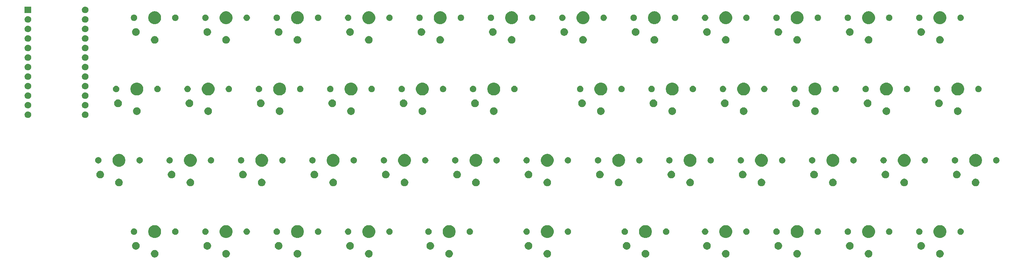
<source format=gbr>
%TF.GenerationSoftware,KiCad,Pcbnew,(5.1.6-0-10_14)*%
%TF.CreationDate,2020-06-23T09:17:44+08:00*%
%TF.ProjectId,Charming,43686172-6d69-46e6-972e-6b696361645f,v1.2*%
%TF.SameCoordinates,Original*%
%TF.FileFunction,Soldermask,Bot*%
%TF.FilePolarity,Negative*%
%FSLAX46Y46*%
G04 Gerber Fmt 4.6, Leading zero omitted, Abs format (unit mm)*
G04 Created by KiCad (PCBNEW (5.1.6-0-10_14)) date 2020-06-23 09:17:44*
%MOMM*%
%LPD*%
G01*
G04 APERTURE LIST*
%ADD10C,0.100000*%
G04 APERTURE END LIST*
D10*
G36*
X262448211Y-130528522D02*
G01*
X262546356Y-130548044D01*
X262731256Y-130624632D01*
X262731258Y-130624633D01*
X262814459Y-130680227D01*
X262897662Y-130735821D01*
X263039179Y-130877338D01*
X263150368Y-131043744D01*
X263226956Y-131228644D01*
X263266000Y-131424933D01*
X263266000Y-131625067D01*
X263226956Y-131821356D01*
X263150368Y-132006256D01*
X263039179Y-132172662D01*
X262897662Y-132314179D01*
X262814459Y-132369773D01*
X262731258Y-132425367D01*
X262731257Y-132425368D01*
X262731256Y-132425368D01*
X262546356Y-132501956D01*
X262448212Y-132521478D01*
X262350069Y-132541000D01*
X262149931Y-132541000D01*
X262051788Y-132521478D01*
X261953644Y-132501956D01*
X261768744Y-132425368D01*
X261768743Y-132425368D01*
X261768742Y-132425367D01*
X261685541Y-132369773D01*
X261602338Y-132314179D01*
X261460821Y-132172662D01*
X261349632Y-132006256D01*
X261273044Y-131821356D01*
X261234000Y-131625067D01*
X261234000Y-131424933D01*
X261273044Y-131228644D01*
X261349632Y-131043744D01*
X261460821Y-130877338D01*
X261602338Y-130735821D01*
X261685541Y-130680226D01*
X261768742Y-130624633D01*
X261768744Y-130624632D01*
X261953644Y-130548044D01*
X262051789Y-130528522D01*
X262149931Y-130509000D01*
X262350069Y-130509000D01*
X262448211Y-130528522D01*
G37*
G36*
X243448211Y-130528522D02*
G01*
X243546356Y-130548044D01*
X243731256Y-130624632D01*
X243731258Y-130624633D01*
X243814459Y-130680227D01*
X243897662Y-130735821D01*
X244039179Y-130877338D01*
X244150368Y-131043744D01*
X244226956Y-131228644D01*
X244266000Y-131424933D01*
X244266000Y-131625067D01*
X244226956Y-131821356D01*
X244150368Y-132006256D01*
X244039179Y-132172662D01*
X243897662Y-132314179D01*
X243814459Y-132369773D01*
X243731258Y-132425367D01*
X243731257Y-132425368D01*
X243731256Y-132425368D01*
X243546356Y-132501956D01*
X243448212Y-132521478D01*
X243350069Y-132541000D01*
X243149931Y-132541000D01*
X243051788Y-132521478D01*
X242953644Y-132501956D01*
X242768744Y-132425368D01*
X242768743Y-132425368D01*
X242768742Y-132425367D01*
X242685541Y-132369773D01*
X242602338Y-132314179D01*
X242460821Y-132172662D01*
X242349632Y-132006256D01*
X242273044Y-131821356D01*
X242234000Y-131625067D01*
X242234000Y-131424933D01*
X242273044Y-131228644D01*
X242349632Y-131043744D01*
X242460821Y-130877338D01*
X242602338Y-130735821D01*
X242685541Y-130680226D01*
X242768742Y-130624633D01*
X242768744Y-130624632D01*
X242953644Y-130548044D01*
X243051789Y-130528522D01*
X243149931Y-130509000D01*
X243350069Y-130509000D01*
X243448211Y-130528522D01*
G37*
G36*
X224448211Y-130528522D02*
G01*
X224546356Y-130548044D01*
X224731256Y-130624632D01*
X224731258Y-130624633D01*
X224814459Y-130680227D01*
X224897662Y-130735821D01*
X225039179Y-130877338D01*
X225150368Y-131043744D01*
X225226956Y-131228644D01*
X225266000Y-131424933D01*
X225266000Y-131625067D01*
X225226956Y-131821356D01*
X225150368Y-132006256D01*
X225039179Y-132172662D01*
X224897662Y-132314179D01*
X224814459Y-132369773D01*
X224731258Y-132425367D01*
X224731257Y-132425368D01*
X224731256Y-132425368D01*
X224546356Y-132501956D01*
X224448212Y-132521478D01*
X224350069Y-132541000D01*
X224149931Y-132541000D01*
X224051788Y-132521478D01*
X223953644Y-132501956D01*
X223768744Y-132425368D01*
X223768743Y-132425368D01*
X223768742Y-132425367D01*
X223685541Y-132369773D01*
X223602338Y-132314179D01*
X223460821Y-132172662D01*
X223349632Y-132006256D01*
X223273044Y-131821356D01*
X223234000Y-131625067D01*
X223234000Y-131424933D01*
X223273044Y-131228644D01*
X223349632Y-131043744D01*
X223460821Y-130877338D01*
X223602338Y-130735821D01*
X223685541Y-130680226D01*
X223768742Y-130624633D01*
X223768744Y-130624632D01*
X223953644Y-130548044D01*
X224051789Y-130528522D01*
X224149931Y-130509000D01*
X224350069Y-130509000D01*
X224448211Y-130528522D01*
G37*
G36*
X205448211Y-130528522D02*
G01*
X205546356Y-130548044D01*
X205731256Y-130624632D01*
X205731258Y-130624633D01*
X205814459Y-130680227D01*
X205897662Y-130735821D01*
X206039179Y-130877338D01*
X206150368Y-131043744D01*
X206226956Y-131228644D01*
X206266000Y-131424933D01*
X206266000Y-131625067D01*
X206226956Y-131821356D01*
X206150368Y-132006256D01*
X206039179Y-132172662D01*
X205897662Y-132314179D01*
X205814459Y-132369773D01*
X205731258Y-132425367D01*
X205731257Y-132425368D01*
X205731256Y-132425368D01*
X205546356Y-132501956D01*
X205448212Y-132521478D01*
X205350069Y-132541000D01*
X205149931Y-132541000D01*
X205051788Y-132521478D01*
X204953644Y-132501956D01*
X204768744Y-132425368D01*
X204768743Y-132425368D01*
X204768742Y-132425367D01*
X204685541Y-132369773D01*
X204602338Y-132314179D01*
X204460821Y-132172662D01*
X204349632Y-132006256D01*
X204273044Y-131821356D01*
X204234000Y-131625067D01*
X204234000Y-131424933D01*
X204273044Y-131228644D01*
X204349632Y-131043744D01*
X204460821Y-130877338D01*
X204602338Y-130735821D01*
X204685541Y-130680226D01*
X204768742Y-130624633D01*
X204768744Y-130624632D01*
X204953644Y-130548044D01*
X205051789Y-130528522D01*
X205149931Y-130509000D01*
X205350069Y-130509000D01*
X205448211Y-130528522D01*
G37*
G36*
X184073211Y-130528522D02*
G01*
X184171356Y-130548044D01*
X184356256Y-130624632D01*
X184356258Y-130624633D01*
X184439459Y-130680227D01*
X184522662Y-130735821D01*
X184664179Y-130877338D01*
X184775368Y-131043744D01*
X184851956Y-131228644D01*
X184891000Y-131424933D01*
X184891000Y-131625067D01*
X184851956Y-131821356D01*
X184775368Y-132006256D01*
X184664179Y-132172662D01*
X184522662Y-132314179D01*
X184439459Y-132369773D01*
X184356258Y-132425367D01*
X184356257Y-132425368D01*
X184356256Y-132425368D01*
X184171356Y-132501956D01*
X184073212Y-132521478D01*
X183975069Y-132541000D01*
X183774931Y-132541000D01*
X183676788Y-132521478D01*
X183578644Y-132501956D01*
X183393744Y-132425368D01*
X183393743Y-132425368D01*
X183393742Y-132425367D01*
X183310541Y-132369773D01*
X183227338Y-132314179D01*
X183085821Y-132172662D01*
X182974632Y-132006256D01*
X182898044Y-131821356D01*
X182859000Y-131625067D01*
X182859000Y-131424933D01*
X182898044Y-131228644D01*
X182974632Y-131043744D01*
X183085821Y-130877338D01*
X183227338Y-130735821D01*
X183310541Y-130680226D01*
X183393742Y-130624633D01*
X183393744Y-130624632D01*
X183578644Y-130548044D01*
X183676789Y-130528522D01*
X183774931Y-130509000D01*
X183975069Y-130509000D01*
X184073211Y-130528522D01*
G37*
G36*
X157948211Y-130528522D02*
G01*
X158046356Y-130548044D01*
X158231256Y-130624632D01*
X158231258Y-130624633D01*
X158314459Y-130680227D01*
X158397662Y-130735821D01*
X158539179Y-130877338D01*
X158650368Y-131043744D01*
X158726956Y-131228644D01*
X158766000Y-131424933D01*
X158766000Y-131625067D01*
X158726956Y-131821356D01*
X158650368Y-132006256D01*
X158539179Y-132172662D01*
X158397662Y-132314179D01*
X158314459Y-132369773D01*
X158231258Y-132425367D01*
X158231257Y-132425368D01*
X158231256Y-132425368D01*
X158046356Y-132501956D01*
X157948212Y-132521478D01*
X157850069Y-132541000D01*
X157649931Y-132541000D01*
X157551788Y-132521478D01*
X157453644Y-132501956D01*
X157268744Y-132425368D01*
X157268743Y-132425368D01*
X157268742Y-132425367D01*
X157185541Y-132369773D01*
X157102338Y-132314179D01*
X156960821Y-132172662D01*
X156849632Y-132006256D01*
X156773044Y-131821356D01*
X156734000Y-131625067D01*
X156734000Y-131424933D01*
X156773044Y-131228644D01*
X156849632Y-131043744D01*
X156960821Y-130877338D01*
X157102338Y-130735821D01*
X157185541Y-130680226D01*
X157268742Y-130624633D01*
X157268744Y-130624632D01*
X157453644Y-130548044D01*
X157551789Y-130528522D01*
X157649931Y-130509000D01*
X157850069Y-130509000D01*
X157948211Y-130528522D01*
G37*
G36*
X131823211Y-130528522D02*
G01*
X131921356Y-130548044D01*
X132106256Y-130624632D01*
X132106258Y-130624633D01*
X132189459Y-130680227D01*
X132272662Y-130735821D01*
X132414179Y-130877338D01*
X132525368Y-131043744D01*
X132601956Y-131228644D01*
X132641000Y-131424933D01*
X132641000Y-131625067D01*
X132601956Y-131821356D01*
X132525368Y-132006256D01*
X132414179Y-132172662D01*
X132272662Y-132314179D01*
X132189459Y-132369773D01*
X132106258Y-132425367D01*
X132106257Y-132425368D01*
X132106256Y-132425368D01*
X131921356Y-132501956D01*
X131823212Y-132521478D01*
X131725069Y-132541000D01*
X131524931Y-132541000D01*
X131426788Y-132521478D01*
X131328644Y-132501956D01*
X131143744Y-132425368D01*
X131143743Y-132425368D01*
X131143742Y-132425367D01*
X131060541Y-132369773D01*
X130977338Y-132314179D01*
X130835821Y-132172662D01*
X130724632Y-132006256D01*
X130648044Y-131821356D01*
X130609000Y-131625067D01*
X130609000Y-131424933D01*
X130648044Y-131228644D01*
X130724632Y-131043744D01*
X130835821Y-130877338D01*
X130977338Y-130735821D01*
X131060541Y-130680226D01*
X131143742Y-130624633D01*
X131143744Y-130624632D01*
X131328644Y-130548044D01*
X131426789Y-130528522D01*
X131524931Y-130509000D01*
X131725069Y-130509000D01*
X131823211Y-130528522D01*
G37*
G36*
X110448211Y-130528522D02*
G01*
X110546356Y-130548044D01*
X110731256Y-130624632D01*
X110731258Y-130624633D01*
X110814459Y-130680227D01*
X110897662Y-130735821D01*
X111039179Y-130877338D01*
X111150368Y-131043744D01*
X111226956Y-131228644D01*
X111266000Y-131424933D01*
X111266000Y-131625067D01*
X111226956Y-131821356D01*
X111150368Y-132006256D01*
X111039179Y-132172662D01*
X110897662Y-132314179D01*
X110814459Y-132369773D01*
X110731258Y-132425367D01*
X110731257Y-132425368D01*
X110731256Y-132425368D01*
X110546356Y-132501956D01*
X110448212Y-132521478D01*
X110350069Y-132541000D01*
X110149931Y-132541000D01*
X110051788Y-132521478D01*
X109953644Y-132501956D01*
X109768744Y-132425368D01*
X109768743Y-132425368D01*
X109768742Y-132425367D01*
X109685541Y-132369773D01*
X109602338Y-132314179D01*
X109460821Y-132172662D01*
X109349632Y-132006256D01*
X109273044Y-131821356D01*
X109234000Y-131625067D01*
X109234000Y-131424933D01*
X109273044Y-131228644D01*
X109349632Y-131043744D01*
X109460821Y-130877338D01*
X109602338Y-130735821D01*
X109685541Y-130680226D01*
X109768742Y-130624633D01*
X109768744Y-130624632D01*
X109953644Y-130548044D01*
X110051789Y-130528522D01*
X110149931Y-130509000D01*
X110350069Y-130509000D01*
X110448211Y-130528522D01*
G37*
G36*
X91448211Y-130528522D02*
G01*
X91546356Y-130548044D01*
X91731256Y-130624632D01*
X91731258Y-130624633D01*
X91814459Y-130680227D01*
X91897662Y-130735821D01*
X92039179Y-130877338D01*
X92150368Y-131043744D01*
X92226956Y-131228644D01*
X92266000Y-131424933D01*
X92266000Y-131625067D01*
X92226956Y-131821356D01*
X92150368Y-132006256D01*
X92039179Y-132172662D01*
X91897662Y-132314179D01*
X91814459Y-132369773D01*
X91731258Y-132425367D01*
X91731257Y-132425368D01*
X91731256Y-132425368D01*
X91546356Y-132501956D01*
X91448212Y-132521478D01*
X91350069Y-132541000D01*
X91149931Y-132541000D01*
X91051788Y-132521478D01*
X90953644Y-132501956D01*
X90768744Y-132425368D01*
X90768743Y-132425368D01*
X90768742Y-132425367D01*
X90685541Y-132369773D01*
X90602338Y-132314179D01*
X90460821Y-132172662D01*
X90349632Y-132006256D01*
X90273044Y-131821356D01*
X90234000Y-131625067D01*
X90234000Y-131424933D01*
X90273044Y-131228644D01*
X90349632Y-131043744D01*
X90460821Y-130877338D01*
X90602338Y-130735821D01*
X90685541Y-130680226D01*
X90768742Y-130624633D01*
X90768744Y-130624632D01*
X90953644Y-130548044D01*
X91051789Y-130528522D01*
X91149931Y-130509000D01*
X91350069Y-130509000D01*
X91448211Y-130528522D01*
G37*
G36*
X72448211Y-130528522D02*
G01*
X72546356Y-130548044D01*
X72731256Y-130624632D01*
X72731258Y-130624633D01*
X72814459Y-130680227D01*
X72897662Y-130735821D01*
X73039179Y-130877338D01*
X73150368Y-131043744D01*
X73226956Y-131228644D01*
X73266000Y-131424933D01*
X73266000Y-131625067D01*
X73226956Y-131821356D01*
X73150368Y-132006256D01*
X73039179Y-132172662D01*
X72897662Y-132314179D01*
X72814459Y-132369773D01*
X72731258Y-132425367D01*
X72731257Y-132425368D01*
X72731256Y-132425368D01*
X72546356Y-132501956D01*
X72448212Y-132521478D01*
X72350069Y-132541000D01*
X72149931Y-132541000D01*
X72051788Y-132521478D01*
X71953644Y-132501956D01*
X71768744Y-132425368D01*
X71768743Y-132425368D01*
X71768742Y-132425367D01*
X71685541Y-132369773D01*
X71602338Y-132314179D01*
X71460821Y-132172662D01*
X71349632Y-132006256D01*
X71273044Y-131821356D01*
X71234000Y-131625067D01*
X71234000Y-131424933D01*
X71273044Y-131228644D01*
X71349632Y-131043744D01*
X71460821Y-130877338D01*
X71602338Y-130735821D01*
X71685541Y-130680227D01*
X71768742Y-130624633D01*
X71768744Y-130624632D01*
X71953644Y-130548044D01*
X72051789Y-130528522D01*
X72149931Y-130509000D01*
X72350069Y-130509000D01*
X72448211Y-130528522D01*
G37*
G36*
X53448211Y-130528522D02*
G01*
X53546356Y-130548044D01*
X53731256Y-130624632D01*
X53731258Y-130624633D01*
X53814459Y-130680227D01*
X53897662Y-130735821D01*
X54039179Y-130877338D01*
X54150368Y-131043744D01*
X54226956Y-131228644D01*
X54266000Y-131424933D01*
X54266000Y-131625067D01*
X54226956Y-131821356D01*
X54150368Y-132006256D01*
X54039179Y-132172662D01*
X53897662Y-132314179D01*
X53814459Y-132369773D01*
X53731258Y-132425367D01*
X53731257Y-132425368D01*
X53731256Y-132425368D01*
X53546356Y-132501956D01*
X53448212Y-132521478D01*
X53350069Y-132541000D01*
X53149931Y-132541000D01*
X53051788Y-132521478D01*
X52953644Y-132501956D01*
X52768744Y-132425368D01*
X52768743Y-132425368D01*
X52768742Y-132425367D01*
X52685541Y-132369773D01*
X52602338Y-132314179D01*
X52460821Y-132172662D01*
X52349632Y-132006256D01*
X52273044Y-131821356D01*
X52234000Y-131625067D01*
X52234000Y-131424933D01*
X52273044Y-131228644D01*
X52349632Y-131043744D01*
X52460821Y-130877338D01*
X52602338Y-130735821D01*
X52685541Y-130680227D01*
X52768742Y-130624633D01*
X52768744Y-130624632D01*
X52953644Y-130548044D01*
X53051789Y-130528522D01*
X53149931Y-130509000D01*
X53350069Y-130509000D01*
X53448211Y-130528522D01*
G37*
G36*
X48448211Y-128428522D02*
G01*
X48546356Y-128448044D01*
X48731256Y-128524632D01*
X48731258Y-128524633D01*
X48814459Y-128580226D01*
X48897662Y-128635821D01*
X49039179Y-128777338D01*
X49150368Y-128943744D01*
X49226956Y-129128644D01*
X49266000Y-129324933D01*
X49266000Y-129525067D01*
X49226956Y-129721356D01*
X49150368Y-129906256D01*
X49039179Y-130072662D01*
X48897662Y-130214179D01*
X48814459Y-130269773D01*
X48731258Y-130325367D01*
X48731257Y-130325368D01*
X48731256Y-130325368D01*
X48546356Y-130401956D01*
X48448211Y-130421478D01*
X48350069Y-130441000D01*
X48149931Y-130441000D01*
X48051789Y-130421478D01*
X47953644Y-130401956D01*
X47768744Y-130325368D01*
X47768743Y-130325368D01*
X47768742Y-130325367D01*
X47685541Y-130269773D01*
X47602338Y-130214179D01*
X47460821Y-130072662D01*
X47349632Y-129906256D01*
X47273044Y-129721356D01*
X47234000Y-129525067D01*
X47234000Y-129324933D01*
X47273044Y-129128644D01*
X47349632Y-128943744D01*
X47460821Y-128777338D01*
X47602338Y-128635821D01*
X47685541Y-128580226D01*
X47768742Y-128524633D01*
X47768744Y-128524632D01*
X47953644Y-128448044D01*
X48051789Y-128428522D01*
X48149931Y-128409000D01*
X48350069Y-128409000D01*
X48448211Y-128428522D01*
G37*
G36*
X67448211Y-128428522D02*
G01*
X67546356Y-128448044D01*
X67731256Y-128524632D01*
X67731258Y-128524633D01*
X67814459Y-128580226D01*
X67897662Y-128635821D01*
X68039179Y-128777338D01*
X68150368Y-128943744D01*
X68226956Y-129128644D01*
X68266000Y-129324933D01*
X68266000Y-129525067D01*
X68226956Y-129721356D01*
X68150368Y-129906256D01*
X68039179Y-130072662D01*
X67897662Y-130214179D01*
X67814459Y-130269773D01*
X67731258Y-130325367D01*
X67731257Y-130325368D01*
X67731256Y-130325368D01*
X67546356Y-130401956D01*
X67448211Y-130421478D01*
X67350069Y-130441000D01*
X67149931Y-130441000D01*
X67051789Y-130421478D01*
X66953644Y-130401956D01*
X66768744Y-130325368D01*
X66768743Y-130325368D01*
X66768742Y-130325367D01*
X66685541Y-130269773D01*
X66602338Y-130214179D01*
X66460821Y-130072662D01*
X66349632Y-129906256D01*
X66273044Y-129721356D01*
X66234000Y-129525067D01*
X66234000Y-129324933D01*
X66273044Y-129128644D01*
X66349632Y-128943744D01*
X66460821Y-128777338D01*
X66602338Y-128635821D01*
X66685541Y-128580226D01*
X66768742Y-128524633D01*
X66768744Y-128524632D01*
X66953644Y-128448044D01*
X67051789Y-128428522D01*
X67149931Y-128409000D01*
X67350069Y-128409000D01*
X67448211Y-128428522D01*
G37*
G36*
X86448211Y-128428522D02*
G01*
X86546356Y-128448044D01*
X86731256Y-128524632D01*
X86731258Y-128524633D01*
X86814459Y-128580226D01*
X86897662Y-128635821D01*
X87039179Y-128777338D01*
X87150368Y-128943744D01*
X87226956Y-129128644D01*
X87266000Y-129324933D01*
X87266000Y-129525067D01*
X87226956Y-129721356D01*
X87150368Y-129906256D01*
X87039179Y-130072662D01*
X86897662Y-130214179D01*
X86814459Y-130269774D01*
X86731258Y-130325367D01*
X86731257Y-130325368D01*
X86731256Y-130325368D01*
X86546356Y-130401956D01*
X86448211Y-130421478D01*
X86350069Y-130441000D01*
X86149931Y-130441000D01*
X86051789Y-130421478D01*
X85953644Y-130401956D01*
X85768744Y-130325368D01*
X85768743Y-130325368D01*
X85768742Y-130325367D01*
X85685541Y-130269773D01*
X85602338Y-130214179D01*
X85460821Y-130072662D01*
X85349632Y-129906256D01*
X85273044Y-129721356D01*
X85234000Y-129525067D01*
X85234000Y-129324933D01*
X85273044Y-129128644D01*
X85349632Y-128943744D01*
X85460821Y-128777338D01*
X85602338Y-128635821D01*
X85685541Y-128580227D01*
X85768742Y-128524633D01*
X85768744Y-128524632D01*
X85953644Y-128448044D01*
X86051789Y-128428522D01*
X86149931Y-128409000D01*
X86350069Y-128409000D01*
X86448211Y-128428522D01*
G37*
G36*
X105448211Y-128428522D02*
G01*
X105546356Y-128448044D01*
X105731256Y-128524632D01*
X105731258Y-128524633D01*
X105814459Y-128580226D01*
X105897662Y-128635821D01*
X106039179Y-128777338D01*
X106150368Y-128943744D01*
X106226956Y-129128644D01*
X106266000Y-129324933D01*
X106266000Y-129525067D01*
X106226956Y-129721356D01*
X106150368Y-129906256D01*
X106039179Y-130072662D01*
X105897662Y-130214179D01*
X105814459Y-130269774D01*
X105731258Y-130325367D01*
X105731257Y-130325368D01*
X105731256Y-130325368D01*
X105546356Y-130401956D01*
X105448211Y-130421478D01*
X105350069Y-130441000D01*
X105149931Y-130441000D01*
X105051789Y-130421478D01*
X104953644Y-130401956D01*
X104768744Y-130325368D01*
X104768743Y-130325368D01*
X104768742Y-130325367D01*
X104685541Y-130269773D01*
X104602338Y-130214179D01*
X104460821Y-130072662D01*
X104349632Y-129906256D01*
X104273044Y-129721356D01*
X104234000Y-129525067D01*
X104234000Y-129324933D01*
X104273044Y-129128644D01*
X104349632Y-128943744D01*
X104460821Y-128777338D01*
X104602338Y-128635821D01*
X104685541Y-128580227D01*
X104768742Y-128524633D01*
X104768744Y-128524632D01*
X104953644Y-128448044D01*
X105051789Y-128428522D01*
X105149931Y-128409000D01*
X105350069Y-128409000D01*
X105448211Y-128428522D01*
G37*
G36*
X126823211Y-128428522D02*
G01*
X126921356Y-128448044D01*
X127106256Y-128524632D01*
X127106258Y-128524633D01*
X127189459Y-128580226D01*
X127272662Y-128635821D01*
X127414179Y-128777338D01*
X127525368Y-128943744D01*
X127601956Y-129128644D01*
X127641000Y-129324933D01*
X127641000Y-129525067D01*
X127601956Y-129721356D01*
X127525368Y-129906256D01*
X127414179Y-130072662D01*
X127272662Y-130214179D01*
X127189459Y-130269774D01*
X127106258Y-130325367D01*
X127106257Y-130325368D01*
X127106256Y-130325368D01*
X126921356Y-130401956D01*
X126823211Y-130421478D01*
X126725069Y-130441000D01*
X126524931Y-130441000D01*
X126426789Y-130421478D01*
X126328644Y-130401956D01*
X126143744Y-130325368D01*
X126143743Y-130325368D01*
X126143742Y-130325367D01*
X126060541Y-130269773D01*
X125977338Y-130214179D01*
X125835821Y-130072662D01*
X125724632Y-129906256D01*
X125648044Y-129721356D01*
X125609000Y-129525067D01*
X125609000Y-129324933D01*
X125648044Y-129128644D01*
X125724632Y-128943744D01*
X125835821Y-128777338D01*
X125977338Y-128635821D01*
X126060541Y-128580227D01*
X126143742Y-128524633D01*
X126143744Y-128524632D01*
X126328644Y-128448044D01*
X126426789Y-128428522D01*
X126524931Y-128409000D01*
X126725069Y-128409000D01*
X126823211Y-128428522D01*
G37*
G36*
X152948211Y-128428522D02*
G01*
X153046356Y-128448044D01*
X153231256Y-128524632D01*
X153231258Y-128524633D01*
X153314459Y-128580226D01*
X153397662Y-128635821D01*
X153539179Y-128777338D01*
X153650368Y-128943744D01*
X153726956Y-129128644D01*
X153766000Y-129324933D01*
X153766000Y-129525067D01*
X153726956Y-129721356D01*
X153650368Y-129906256D01*
X153539179Y-130072662D01*
X153397662Y-130214179D01*
X153314459Y-130269774D01*
X153231258Y-130325367D01*
X153231257Y-130325368D01*
X153231256Y-130325368D01*
X153046356Y-130401956D01*
X152948211Y-130421478D01*
X152850069Y-130441000D01*
X152649931Y-130441000D01*
X152551789Y-130421478D01*
X152453644Y-130401956D01*
X152268744Y-130325368D01*
X152268743Y-130325368D01*
X152268742Y-130325367D01*
X152185541Y-130269773D01*
X152102338Y-130214179D01*
X151960821Y-130072662D01*
X151849632Y-129906256D01*
X151773044Y-129721356D01*
X151734000Y-129525067D01*
X151734000Y-129324933D01*
X151773044Y-129128644D01*
X151849632Y-128943744D01*
X151960821Y-128777338D01*
X152102338Y-128635821D01*
X152185541Y-128580227D01*
X152268742Y-128524633D01*
X152268744Y-128524632D01*
X152453644Y-128448044D01*
X152551789Y-128428522D01*
X152649931Y-128409000D01*
X152850069Y-128409000D01*
X152948211Y-128428522D01*
G37*
G36*
X179073211Y-128428522D02*
G01*
X179171356Y-128448044D01*
X179356256Y-128524632D01*
X179356258Y-128524633D01*
X179439459Y-128580226D01*
X179522662Y-128635821D01*
X179664179Y-128777338D01*
X179775368Y-128943744D01*
X179851956Y-129128644D01*
X179891000Y-129324933D01*
X179891000Y-129525067D01*
X179851956Y-129721356D01*
X179775368Y-129906256D01*
X179664179Y-130072662D01*
X179522662Y-130214179D01*
X179439459Y-130269774D01*
X179356258Y-130325367D01*
X179356257Y-130325368D01*
X179356256Y-130325368D01*
X179171356Y-130401956D01*
X179073211Y-130421478D01*
X178975069Y-130441000D01*
X178774931Y-130441000D01*
X178676789Y-130421478D01*
X178578644Y-130401956D01*
X178393744Y-130325368D01*
X178393743Y-130325368D01*
X178393742Y-130325367D01*
X178310541Y-130269773D01*
X178227338Y-130214179D01*
X178085821Y-130072662D01*
X177974632Y-129906256D01*
X177898044Y-129721356D01*
X177859000Y-129525067D01*
X177859000Y-129324933D01*
X177898044Y-129128644D01*
X177974632Y-128943744D01*
X178085821Y-128777338D01*
X178227338Y-128635821D01*
X178310541Y-128580227D01*
X178393742Y-128524633D01*
X178393744Y-128524632D01*
X178578644Y-128448044D01*
X178676789Y-128428522D01*
X178774931Y-128409000D01*
X178975069Y-128409000D01*
X179073211Y-128428522D01*
G37*
G36*
X200448211Y-128428522D02*
G01*
X200546356Y-128448044D01*
X200731256Y-128524632D01*
X200731258Y-128524633D01*
X200814459Y-128580226D01*
X200897662Y-128635821D01*
X201039179Y-128777338D01*
X201150368Y-128943744D01*
X201226956Y-129128644D01*
X201266000Y-129324933D01*
X201266000Y-129525067D01*
X201226956Y-129721356D01*
X201150368Y-129906256D01*
X201039179Y-130072662D01*
X200897662Y-130214179D01*
X200814459Y-130269774D01*
X200731258Y-130325367D01*
X200731257Y-130325368D01*
X200731256Y-130325368D01*
X200546356Y-130401956D01*
X200448211Y-130421478D01*
X200350069Y-130441000D01*
X200149931Y-130441000D01*
X200051789Y-130421478D01*
X199953644Y-130401956D01*
X199768744Y-130325368D01*
X199768743Y-130325368D01*
X199768742Y-130325367D01*
X199685541Y-130269773D01*
X199602338Y-130214179D01*
X199460821Y-130072662D01*
X199349632Y-129906256D01*
X199273044Y-129721356D01*
X199234000Y-129525067D01*
X199234000Y-129324933D01*
X199273044Y-129128644D01*
X199349632Y-128943744D01*
X199460821Y-128777338D01*
X199602338Y-128635821D01*
X199685541Y-128580227D01*
X199768742Y-128524633D01*
X199768744Y-128524632D01*
X199953644Y-128448044D01*
X200051789Y-128428522D01*
X200149931Y-128409000D01*
X200350069Y-128409000D01*
X200448211Y-128428522D01*
G37*
G36*
X219448211Y-128428522D02*
G01*
X219546356Y-128448044D01*
X219731256Y-128524632D01*
X219731258Y-128524633D01*
X219814459Y-128580226D01*
X219897662Y-128635821D01*
X220039179Y-128777338D01*
X220150368Y-128943744D01*
X220226956Y-129128644D01*
X220266000Y-129324933D01*
X220266000Y-129525067D01*
X220226956Y-129721356D01*
X220150368Y-129906256D01*
X220039179Y-130072662D01*
X219897662Y-130214179D01*
X219814459Y-130269774D01*
X219731258Y-130325367D01*
X219731257Y-130325368D01*
X219731256Y-130325368D01*
X219546356Y-130401956D01*
X219448211Y-130421478D01*
X219350069Y-130441000D01*
X219149931Y-130441000D01*
X219051789Y-130421478D01*
X218953644Y-130401956D01*
X218768744Y-130325368D01*
X218768743Y-130325368D01*
X218768742Y-130325367D01*
X218685541Y-130269773D01*
X218602338Y-130214179D01*
X218460821Y-130072662D01*
X218349632Y-129906256D01*
X218273044Y-129721356D01*
X218234000Y-129525067D01*
X218234000Y-129324933D01*
X218273044Y-129128644D01*
X218349632Y-128943744D01*
X218460821Y-128777338D01*
X218602338Y-128635821D01*
X218685541Y-128580227D01*
X218768742Y-128524633D01*
X218768744Y-128524632D01*
X218953644Y-128448044D01*
X219051789Y-128428522D01*
X219149931Y-128409000D01*
X219350069Y-128409000D01*
X219448211Y-128428522D01*
G37*
G36*
X238448211Y-128428522D02*
G01*
X238546356Y-128448044D01*
X238731256Y-128524632D01*
X238731258Y-128524633D01*
X238814459Y-128580226D01*
X238897662Y-128635821D01*
X239039179Y-128777338D01*
X239150368Y-128943744D01*
X239226956Y-129128644D01*
X239266000Y-129324933D01*
X239266000Y-129525067D01*
X239226956Y-129721356D01*
X239150368Y-129906256D01*
X239039179Y-130072662D01*
X238897662Y-130214179D01*
X238814459Y-130269774D01*
X238731258Y-130325367D01*
X238731257Y-130325368D01*
X238731256Y-130325368D01*
X238546356Y-130401956D01*
X238448211Y-130421478D01*
X238350069Y-130441000D01*
X238149931Y-130441000D01*
X238051789Y-130421478D01*
X237953644Y-130401956D01*
X237768744Y-130325368D01*
X237768743Y-130325368D01*
X237768742Y-130325367D01*
X237685541Y-130269773D01*
X237602338Y-130214179D01*
X237460821Y-130072662D01*
X237349632Y-129906256D01*
X237273044Y-129721356D01*
X237234000Y-129525067D01*
X237234000Y-129324933D01*
X237273044Y-129128644D01*
X237349632Y-128943744D01*
X237460821Y-128777338D01*
X237602338Y-128635821D01*
X237685541Y-128580227D01*
X237768742Y-128524633D01*
X237768744Y-128524632D01*
X237953644Y-128448044D01*
X238051789Y-128428522D01*
X238149931Y-128409000D01*
X238350069Y-128409000D01*
X238448211Y-128428522D01*
G37*
G36*
X257448211Y-128428522D02*
G01*
X257546356Y-128448044D01*
X257731256Y-128524632D01*
X257731258Y-128524633D01*
X257814459Y-128580226D01*
X257897662Y-128635821D01*
X258039179Y-128777338D01*
X258150368Y-128943744D01*
X258226956Y-129128644D01*
X258266000Y-129324933D01*
X258266000Y-129525067D01*
X258226956Y-129721356D01*
X258150368Y-129906256D01*
X258039179Y-130072662D01*
X257897662Y-130214179D01*
X257814459Y-130269774D01*
X257731258Y-130325367D01*
X257731257Y-130325368D01*
X257731256Y-130325368D01*
X257546356Y-130401956D01*
X257448211Y-130421478D01*
X257350069Y-130441000D01*
X257149931Y-130441000D01*
X257051789Y-130421478D01*
X256953644Y-130401956D01*
X256768744Y-130325368D01*
X256768743Y-130325368D01*
X256768742Y-130325367D01*
X256685541Y-130269773D01*
X256602338Y-130214179D01*
X256460821Y-130072662D01*
X256349632Y-129906256D01*
X256273044Y-129721356D01*
X256234000Y-129525067D01*
X256234000Y-129324933D01*
X256273044Y-129128644D01*
X256349632Y-128943744D01*
X256460821Y-128777338D01*
X256602338Y-128635821D01*
X256685541Y-128580227D01*
X256768742Y-128524633D01*
X256768744Y-128524632D01*
X256953644Y-128448044D01*
X257051789Y-128428522D01*
X257149931Y-128409000D01*
X257350069Y-128409000D01*
X257448211Y-128428522D01*
G37*
G36*
X53529276Y-123932462D02*
G01*
X53750101Y-123976387D01*
X53958114Y-124062549D01*
X54062121Y-124105630D01*
X54248903Y-124230434D01*
X54342930Y-124293261D01*
X54581739Y-124532070D01*
X54581740Y-124532072D01*
X54769370Y-124812879D01*
X54769370Y-124812880D01*
X54898613Y-125124899D01*
X54964500Y-125456136D01*
X54964500Y-125793864D01*
X54898613Y-126125101D01*
X54831992Y-126285937D01*
X54769370Y-126437121D01*
X54644566Y-126623903D01*
X54581739Y-126717930D01*
X54342930Y-126956739D01*
X54248903Y-127019566D01*
X54062121Y-127144370D01*
X53958114Y-127187451D01*
X53750101Y-127273613D01*
X53529276Y-127317538D01*
X53418865Y-127339500D01*
X53081135Y-127339500D01*
X52970724Y-127317538D01*
X52749899Y-127273613D01*
X52541886Y-127187451D01*
X52437879Y-127144370D01*
X52251097Y-127019566D01*
X52157070Y-126956739D01*
X51918261Y-126717930D01*
X51855434Y-126623903D01*
X51730630Y-126437121D01*
X51668008Y-126285937D01*
X51601387Y-126125101D01*
X51535500Y-125793864D01*
X51535500Y-125456136D01*
X51601387Y-125124899D01*
X51730630Y-124812880D01*
X51730630Y-124812879D01*
X51918260Y-124532072D01*
X51918261Y-124532070D01*
X52157070Y-124293261D01*
X52251097Y-124230434D01*
X52437879Y-124105630D01*
X52541886Y-124062549D01*
X52749899Y-123976387D01*
X52970724Y-123932462D01*
X53081135Y-123910500D01*
X53418865Y-123910500D01*
X53529276Y-123932462D01*
G37*
G36*
X262529276Y-123932462D02*
G01*
X262750101Y-123976387D01*
X262958114Y-124062549D01*
X263062121Y-124105630D01*
X263248903Y-124230434D01*
X263342930Y-124293261D01*
X263581739Y-124532070D01*
X263581740Y-124532072D01*
X263769370Y-124812879D01*
X263769370Y-124812880D01*
X263898613Y-125124899D01*
X263964500Y-125456136D01*
X263964500Y-125793864D01*
X263898613Y-126125101D01*
X263831992Y-126285937D01*
X263769370Y-126437121D01*
X263644566Y-126623903D01*
X263581739Y-126717930D01*
X263342930Y-126956739D01*
X263248903Y-127019566D01*
X263062121Y-127144370D01*
X262958114Y-127187451D01*
X262750101Y-127273613D01*
X262529276Y-127317538D01*
X262418865Y-127339500D01*
X262081135Y-127339500D01*
X261970724Y-127317538D01*
X261749899Y-127273613D01*
X261541886Y-127187451D01*
X261437879Y-127144370D01*
X261251097Y-127019566D01*
X261157070Y-126956739D01*
X260918261Y-126717930D01*
X260855434Y-126623903D01*
X260730630Y-126437121D01*
X260668008Y-126285937D01*
X260601387Y-126125101D01*
X260535500Y-125793864D01*
X260535500Y-125456136D01*
X260601387Y-125124899D01*
X260730630Y-124812880D01*
X260730630Y-124812879D01*
X260918260Y-124532072D01*
X260918261Y-124532070D01*
X261157070Y-124293261D01*
X261251097Y-124230434D01*
X261437879Y-124105630D01*
X261541886Y-124062549D01*
X261749899Y-123976387D01*
X261970724Y-123932462D01*
X262081135Y-123910500D01*
X262418865Y-123910500D01*
X262529276Y-123932462D01*
G37*
G36*
X243529276Y-123932462D02*
G01*
X243750101Y-123976387D01*
X243958114Y-124062549D01*
X244062121Y-124105630D01*
X244248903Y-124230434D01*
X244342930Y-124293261D01*
X244581739Y-124532070D01*
X244581740Y-124532072D01*
X244769370Y-124812879D01*
X244769370Y-124812880D01*
X244898613Y-125124899D01*
X244964500Y-125456136D01*
X244964500Y-125793864D01*
X244898613Y-126125101D01*
X244831992Y-126285937D01*
X244769370Y-126437121D01*
X244644566Y-126623903D01*
X244581739Y-126717930D01*
X244342930Y-126956739D01*
X244248903Y-127019566D01*
X244062121Y-127144370D01*
X243958114Y-127187451D01*
X243750101Y-127273613D01*
X243529276Y-127317538D01*
X243418865Y-127339500D01*
X243081135Y-127339500D01*
X242970724Y-127317538D01*
X242749899Y-127273613D01*
X242541886Y-127187451D01*
X242437879Y-127144370D01*
X242251097Y-127019566D01*
X242157070Y-126956739D01*
X241918261Y-126717930D01*
X241855434Y-126623903D01*
X241730630Y-126437121D01*
X241668008Y-126285937D01*
X241601387Y-126125101D01*
X241535500Y-125793864D01*
X241535500Y-125456136D01*
X241601387Y-125124899D01*
X241730630Y-124812880D01*
X241730630Y-124812879D01*
X241918260Y-124532072D01*
X241918261Y-124532070D01*
X242157070Y-124293261D01*
X242251097Y-124230434D01*
X242437879Y-124105630D01*
X242541886Y-124062549D01*
X242749899Y-123976387D01*
X242970724Y-123932462D01*
X243081135Y-123910500D01*
X243418865Y-123910500D01*
X243529276Y-123932462D01*
G37*
G36*
X72529276Y-123932462D02*
G01*
X72750101Y-123976387D01*
X72958114Y-124062549D01*
X73062121Y-124105630D01*
X73248903Y-124230434D01*
X73342930Y-124293261D01*
X73581739Y-124532070D01*
X73581740Y-124532072D01*
X73769370Y-124812879D01*
X73769370Y-124812880D01*
X73898613Y-125124899D01*
X73964500Y-125456136D01*
X73964500Y-125793864D01*
X73898613Y-126125101D01*
X73831992Y-126285937D01*
X73769370Y-126437121D01*
X73644566Y-126623903D01*
X73581739Y-126717930D01*
X73342930Y-126956739D01*
X73248903Y-127019566D01*
X73062121Y-127144370D01*
X72958114Y-127187451D01*
X72750101Y-127273613D01*
X72529276Y-127317538D01*
X72418865Y-127339500D01*
X72081135Y-127339500D01*
X71970724Y-127317538D01*
X71749899Y-127273613D01*
X71541886Y-127187451D01*
X71437879Y-127144370D01*
X71251097Y-127019566D01*
X71157070Y-126956739D01*
X70918261Y-126717930D01*
X70855434Y-126623903D01*
X70730630Y-126437121D01*
X70668008Y-126285937D01*
X70601387Y-126125101D01*
X70535500Y-125793864D01*
X70535500Y-125456136D01*
X70601387Y-125124899D01*
X70730630Y-124812880D01*
X70730630Y-124812879D01*
X70918260Y-124532072D01*
X70918261Y-124532070D01*
X71157070Y-124293261D01*
X71251097Y-124230434D01*
X71437879Y-124105630D01*
X71541886Y-124062549D01*
X71749899Y-123976387D01*
X71970724Y-123932462D01*
X72081135Y-123910500D01*
X72418865Y-123910500D01*
X72529276Y-123932462D01*
G37*
G36*
X224529276Y-123932462D02*
G01*
X224750101Y-123976387D01*
X224958114Y-124062549D01*
X225062121Y-124105630D01*
X225248903Y-124230434D01*
X225342930Y-124293261D01*
X225581739Y-124532070D01*
X225581740Y-124532072D01*
X225769370Y-124812879D01*
X225769370Y-124812880D01*
X225898613Y-125124899D01*
X225964500Y-125456136D01*
X225964500Y-125793864D01*
X225898613Y-126125101D01*
X225831992Y-126285937D01*
X225769370Y-126437121D01*
X225644566Y-126623903D01*
X225581739Y-126717930D01*
X225342930Y-126956739D01*
X225248903Y-127019566D01*
X225062121Y-127144370D01*
X224958114Y-127187451D01*
X224750101Y-127273613D01*
X224529276Y-127317538D01*
X224418865Y-127339500D01*
X224081135Y-127339500D01*
X223970724Y-127317538D01*
X223749899Y-127273613D01*
X223541886Y-127187451D01*
X223437879Y-127144370D01*
X223251097Y-127019566D01*
X223157070Y-126956739D01*
X222918261Y-126717930D01*
X222855434Y-126623903D01*
X222730630Y-126437121D01*
X222668008Y-126285937D01*
X222601387Y-126125101D01*
X222535500Y-125793864D01*
X222535500Y-125456136D01*
X222601387Y-125124899D01*
X222730630Y-124812880D01*
X222730630Y-124812879D01*
X222918260Y-124532072D01*
X222918261Y-124532070D01*
X223157070Y-124293261D01*
X223251097Y-124230434D01*
X223437879Y-124105630D01*
X223541886Y-124062549D01*
X223749899Y-123976387D01*
X223970724Y-123932462D01*
X224081135Y-123910500D01*
X224418865Y-123910500D01*
X224529276Y-123932462D01*
G37*
G36*
X205529276Y-123932462D02*
G01*
X205750101Y-123976387D01*
X205958114Y-124062549D01*
X206062121Y-124105630D01*
X206248903Y-124230434D01*
X206342930Y-124293261D01*
X206581739Y-124532070D01*
X206581740Y-124532072D01*
X206769370Y-124812879D01*
X206769370Y-124812880D01*
X206898613Y-125124899D01*
X206964500Y-125456136D01*
X206964500Y-125793864D01*
X206898613Y-126125101D01*
X206831992Y-126285937D01*
X206769370Y-126437121D01*
X206644566Y-126623903D01*
X206581739Y-126717930D01*
X206342930Y-126956739D01*
X206248903Y-127019566D01*
X206062121Y-127144370D01*
X205958114Y-127187451D01*
X205750101Y-127273613D01*
X205529276Y-127317538D01*
X205418865Y-127339500D01*
X205081135Y-127339500D01*
X204970724Y-127317538D01*
X204749899Y-127273613D01*
X204541886Y-127187451D01*
X204437879Y-127144370D01*
X204251097Y-127019566D01*
X204157070Y-126956739D01*
X203918261Y-126717930D01*
X203855434Y-126623903D01*
X203730630Y-126437121D01*
X203668008Y-126285937D01*
X203601387Y-126125101D01*
X203535500Y-125793864D01*
X203535500Y-125456136D01*
X203601387Y-125124899D01*
X203730630Y-124812880D01*
X203730630Y-124812879D01*
X203918260Y-124532072D01*
X203918261Y-124532070D01*
X204157070Y-124293261D01*
X204251097Y-124230434D01*
X204437879Y-124105630D01*
X204541886Y-124062549D01*
X204749899Y-123976387D01*
X204970724Y-123932462D01*
X205081135Y-123910500D01*
X205418865Y-123910500D01*
X205529276Y-123932462D01*
G37*
G36*
X91529276Y-123932462D02*
G01*
X91750101Y-123976387D01*
X91958114Y-124062549D01*
X92062121Y-124105630D01*
X92248903Y-124230434D01*
X92342930Y-124293261D01*
X92581739Y-124532070D01*
X92581740Y-124532072D01*
X92769370Y-124812879D01*
X92769370Y-124812880D01*
X92898613Y-125124899D01*
X92964500Y-125456136D01*
X92964500Y-125793864D01*
X92898613Y-126125101D01*
X92831992Y-126285937D01*
X92769370Y-126437121D01*
X92644566Y-126623903D01*
X92581739Y-126717930D01*
X92342930Y-126956739D01*
X92248903Y-127019566D01*
X92062121Y-127144370D01*
X91958114Y-127187451D01*
X91750101Y-127273613D01*
X91529276Y-127317538D01*
X91418865Y-127339500D01*
X91081135Y-127339500D01*
X90970724Y-127317538D01*
X90749899Y-127273613D01*
X90541886Y-127187451D01*
X90437879Y-127144370D01*
X90251097Y-127019566D01*
X90157070Y-126956739D01*
X89918261Y-126717930D01*
X89855434Y-126623903D01*
X89730630Y-126437121D01*
X89668008Y-126285937D01*
X89601387Y-126125101D01*
X89535500Y-125793864D01*
X89535500Y-125456136D01*
X89601387Y-125124899D01*
X89730630Y-124812880D01*
X89730630Y-124812879D01*
X89918260Y-124532072D01*
X89918261Y-124532070D01*
X90157070Y-124293261D01*
X90251097Y-124230434D01*
X90437879Y-124105630D01*
X90541886Y-124062549D01*
X90749899Y-123976387D01*
X90970724Y-123932462D01*
X91081135Y-123910500D01*
X91418865Y-123910500D01*
X91529276Y-123932462D01*
G37*
G36*
X184154276Y-123932462D02*
G01*
X184375101Y-123976387D01*
X184583114Y-124062549D01*
X184687121Y-124105630D01*
X184873903Y-124230434D01*
X184967930Y-124293261D01*
X185206739Y-124532070D01*
X185206740Y-124532072D01*
X185394370Y-124812879D01*
X185394370Y-124812880D01*
X185523613Y-125124899D01*
X185589500Y-125456136D01*
X185589500Y-125793864D01*
X185523613Y-126125101D01*
X185456992Y-126285937D01*
X185394370Y-126437121D01*
X185269566Y-126623903D01*
X185206739Y-126717930D01*
X184967930Y-126956739D01*
X184873903Y-127019566D01*
X184687121Y-127144370D01*
X184583114Y-127187451D01*
X184375101Y-127273613D01*
X184154276Y-127317538D01*
X184043865Y-127339500D01*
X183706135Y-127339500D01*
X183595724Y-127317538D01*
X183374899Y-127273613D01*
X183166886Y-127187451D01*
X183062879Y-127144370D01*
X182876097Y-127019566D01*
X182782070Y-126956739D01*
X182543261Y-126717930D01*
X182480434Y-126623903D01*
X182355630Y-126437121D01*
X182293008Y-126285937D01*
X182226387Y-126125101D01*
X182160500Y-125793864D01*
X182160500Y-125456136D01*
X182226387Y-125124899D01*
X182355630Y-124812880D01*
X182355630Y-124812879D01*
X182543260Y-124532072D01*
X182543261Y-124532070D01*
X182782070Y-124293261D01*
X182876097Y-124230434D01*
X183062879Y-124105630D01*
X183166886Y-124062549D01*
X183374899Y-123976387D01*
X183595724Y-123932462D01*
X183706135Y-123910500D01*
X184043865Y-123910500D01*
X184154276Y-123932462D01*
G37*
G36*
X158029276Y-123932462D02*
G01*
X158250101Y-123976387D01*
X158458114Y-124062549D01*
X158562121Y-124105630D01*
X158748903Y-124230434D01*
X158842930Y-124293261D01*
X159081739Y-124532070D01*
X159081740Y-124532072D01*
X159269370Y-124812879D01*
X159269370Y-124812880D01*
X159398613Y-125124899D01*
X159464500Y-125456136D01*
X159464500Y-125793864D01*
X159398613Y-126125101D01*
X159331992Y-126285937D01*
X159269370Y-126437121D01*
X159144566Y-126623903D01*
X159081739Y-126717930D01*
X158842930Y-126956739D01*
X158748903Y-127019566D01*
X158562121Y-127144370D01*
X158458114Y-127187451D01*
X158250101Y-127273613D01*
X158029276Y-127317538D01*
X157918865Y-127339500D01*
X157581135Y-127339500D01*
X157470724Y-127317538D01*
X157249899Y-127273613D01*
X157041886Y-127187451D01*
X156937879Y-127144370D01*
X156751097Y-127019566D01*
X156657070Y-126956739D01*
X156418261Y-126717930D01*
X156355434Y-126623903D01*
X156230630Y-126437121D01*
X156168008Y-126285937D01*
X156101387Y-126125101D01*
X156035500Y-125793864D01*
X156035500Y-125456136D01*
X156101387Y-125124899D01*
X156230630Y-124812880D01*
X156230630Y-124812879D01*
X156418260Y-124532072D01*
X156418261Y-124532070D01*
X156657070Y-124293261D01*
X156751097Y-124230434D01*
X156937879Y-124105630D01*
X157041886Y-124062549D01*
X157249899Y-123976387D01*
X157470724Y-123932462D01*
X157581135Y-123910500D01*
X157918865Y-123910500D01*
X158029276Y-123932462D01*
G37*
G36*
X110529276Y-123932462D02*
G01*
X110750101Y-123976387D01*
X110958114Y-124062549D01*
X111062121Y-124105630D01*
X111248903Y-124230434D01*
X111342930Y-124293261D01*
X111581739Y-124532070D01*
X111581740Y-124532072D01*
X111769370Y-124812879D01*
X111769370Y-124812880D01*
X111898613Y-125124899D01*
X111964500Y-125456136D01*
X111964500Y-125793864D01*
X111898613Y-126125101D01*
X111831992Y-126285937D01*
X111769370Y-126437121D01*
X111644566Y-126623903D01*
X111581739Y-126717930D01*
X111342930Y-126956739D01*
X111248903Y-127019566D01*
X111062121Y-127144370D01*
X110958114Y-127187451D01*
X110750101Y-127273613D01*
X110529276Y-127317538D01*
X110418865Y-127339500D01*
X110081135Y-127339500D01*
X109970724Y-127317538D01*
X109749899Y-127273613D01*
X109541886Y-127187451D01*
X109437879Y-127144370D01*
X109251097Y-127019566D01*
X109157070Y-126956739D01*
X108918261Y-126717930D01*
X108855434Y-126623903D01*
X108730630Y-126437121D01*
X108668008Y-126285937D01*
X108601387Y-126125101D01*
X108535500Y-125793864D01*
X108535500Y-125456136D01*
X108601387Y-125124899D01*
X108730630Y-124812880D01*
X108730630Y-124812879D01*
X108918260Y-124532072D01*
X108918261Y-124532070D01*
X109157070Y-124293261D01*
X109251097Y-124230434D01*
X109437879Y-124105630D01*
X109541886Y-124062549D01*
X109749899Y-123976387D01*
X109970724Y-123932462D01*
X110081135Y-123910500D01*
X110418865Y-123910500D01*
X110529276Y-123932462D01*
G37*
G36*
X131904276Y-123932462D02*
G01*
X132125101Y-123976387D01*
X132333114Y-124062549D01*
X132437121Y-124105630D01*
X132623903Y-124230434D01*
X132717930Y-124293261D01*
X132956739Y-124532070D01*
X132956740Y-124532072D01*
X133144370Y-124812879D01*
X133144370Y-124812880D01*
X133273613Y-125124899D01*
X133339500Y-125456136D01*
X133339500Y-125793864D01*
X133273613Y-126125101D01*
X133206992Y-126285937D01*
X133144370Y-126437121D01*
X133019566Y-126623903D01*
X132956739Y-126717930D01*
X132717930Y-126956739D01*
X132623903Y-127019566D01*
X132437121Y-127144370D01*
X132333114Y-127187451D01*
X132125101Y-127273613D01*
X131904276Y-127317538D01*
X131793865Y-127339500D01*
X131456135Y-127339500D01*
X131345724Y-127317538D01*
X131124899Y-127273613D01*
X130916886Y-127187451D01*
X130812879Y-127144370D01*
X130626097Y-127019566D01*
X130532070Y-126956739D01*
X130293261Y-126717930D01*
X130230434Y-126623903D01*
X130105630Y-126437121D01*
X130043008Y-126285937D01*
X129976387Y-126125101D01*
X129910500Y-125793864D01*
X129910500Y-125456136D01*
X129976387Y-125124899D01*
X130105630Y-124812880D01*
X130105630Y-124812879D01*
X130293260Y-124532072D01*
X130293261Y-124532070D01*
X130532070Y-124293261D01*
X130626097Y-124230434D01*
X130812879Y-124105630D01*
X130916886Y-124062549D01*
X131124899Y-123976387D01*
X131345724Y-123932462D01*
X131456135Y-123910500D01*
X131793865Y-123910500D01*
X131904276Y-123932462D01*
G37*
G36*
X229888603Y-124785000D02*
G01*
X229998198Y-124806800D01*
X230153052Y-124870942D01*
X230153054Y-124870943D01*
X230222734Y-124917502D01*
X230292417Y-124964063D01*
X230410937Y-125082583D01*
X230504058Y-125221948D01*
X230568200Y-125376802D01*
X230600900Y-125541194D01*
X230600900Y-125708806D01*
X230568200Y-125873198D01*
X230504058Y-126028052D01*
X230410937Y-126167417D01*
X230292417Y-126285937D01*
X230222735Y-126332497D01*
X230153054Y-126379057D01*
X230153053Y-126379058D01*
X230153052Y-126379058D01*
X229998198Y-126443200D01*
X229888603Y-126465000D01*
X229833807Y-126475900D01*
X229666193Y-126475900D01*
X229611397Y-126465000D01*
X229501802Y-126443200D01*
X229346948Y-126379058D01*
X229346947Y-126379058D01*
X229346946Y-126379057D01*
X229277265Y-126332497D01*
X229207583Y-126285937D01*
X229089063Y-126167417D01*
X228995942Y-126028052D01*
X228931800Y-125873198D01*
X228899100Y-125708806D01*
X228899100Y-125541194D01*
X228931800Y-125376802D01*
X228995942Y-125221948D01*
X229089063Y-125082583D01*
X229207583Y-124964063D01*
X229277265Y-124917503D01*
X229346946Y-124870943D01*
X229346948Y-124870942D01*
X229501802Y-124806800D01*
X229611397Y-124785000D01*
X229666193Y-124774100D01*
X229833807Y-124774100D01*
X229888603Y-124785000D01*
G37*
G36*
X210888603Y-124785000D02*
G01*
X210998198Y-124806800D01*
X211153052Y-124870942D01*
X211153054Y-124870943D01*
X211222734Y-124917502D01*
X211292417Y-124964063D01*
X211410937Y-125082583D01*
X211504058Y-125221948D01*
X211568200Y-125376802D01*
X211600900Y-125541194D01*
X211600900Y-125708806D01*
X211568200Y-125873198D01*
X211504058Y-126028052D01*
X211410937Y-126167417D01*
X211292417Y-126285937D01*
X211222735Y-126332497D01*
X211153054Y-126379057D01*
X211153053Y-126379058D01*
X211153052Y-126379058D01*
X210998198Y-126443200D01*
X210888603Y-126465000D01*
X210833807Y-126475900D01*
X210666193Y-126475900D01*
X210611397Y-126465000D01*
X210501802Y-126443200D01*
X210346948Y-126379058D01*
X210346947Y-126379058D01*
X210346946Y-126379057D01*
X210277265Y-126332497D01*
X210207583Y-126285937D01*
X210089063Y-126167417D01*
X209995942Y-126028052D01*
X209931800Y-125873198D01*
X209899100Y-125708806D01*
X209899100Y-125541194D01*
X209931800Y-125376802D01*
X209995942Y-125221948D01*
X210089063Y-125082583D01*
X210207583Y-124964063D01*
X210277265Y-124917503D01*
X210346946Y-124870943D01*
X210346948Y-124870942D01*
X210501802Y-124806800D01*
X210611397Y-124785000D01*
X210666193Y-124774100D01*
X210833807Y-124774100D01*
X210888603Y-124785000D01*
G37*
G36*
X218888603Y-124785000D02*
G01*
X218998198Y-124806800D01*
X219153052Y-124870942D01*
X219153054Y-124870943D01*
X219222734Y-124917502D01*
X219292417Y-124964063D01*
X219410937Y-125082583D01*
X219504058Y-125221948D01*
X219568200Y-125376802D01*
X219600900Y-125541194D01*
X219600900Y-125708806D01*
X219568200Y-125873198D01*
X219504058Y-126028052D01*
X219410937Y-126167417D01*
X219292417Y-126285937D01*
X219222735Y-126332497D01*
X219153054Y-126379057D01*
X219153053Y-126379058D01*
X219153052Y-126379058D01*
X218998198Y-126443200D01*
X218888603Y-126465000D01*
X218833807Y-126475900D01*
X218666193Y-126475900D01*
X218611397Y-126465000D01*
X218501802Y-126443200D01*
X218346948Y-126379058D01*
X218346947Y-126379058D01*
X218346946Y-126379057D01*
X218277265Y-126332497D01*
X218207583Y-126285937D01*
X218089063Y-126167417D01*
X217995942Y-126028052D01*
X217931800Y-125873198D01*
X217899100Y-125708806D01*
X217899100Y-125541194D01*
X217931800Y-125376802D01*
X217995942Y-125221948D01*
X218089063Y-125082583D01*
X218207583Y-124964063D01*
X218277265Y-124917503D01*
X218346946Y-124870943D01*
X218346948Y-124870942D01*
X218501802Y-124806800D01*
X218611397Y-124785000D01*
X218666193Y-124774100D01*
X218833807Y-124774100D01*
X218888603Y-124785000D01*
G37*
G36*
X199888603Y-124785000D02*
G01*
X199998198Y-124806800D01*
X200153052Y-124870942D01*
X200153054Y-124870943D01*
X200222734Y-124917502D01*
X200292417Y-124964063D01*
X200410937Y-125082583D01*
X200504058Y-125221948D01*
X200568200Y-125376802D01*
X200600900Y-125541194D01*
X200600900Y-125708806D01*
X200568200Y-125873198D01*
X200504058Y-126028052D01*
X200410937Y-126167417D01*
X200292417Y-126285937D01*
X200222735Y-126332497D01*
X200153054Y-126379057D01*
X200153053Y-126379058D01*
X200153052Y-126379058D01*
X199998198Y-126443200D01*
X199888603Y-126465000D01*
X199833807Y-126475900D01*
X199666193Y-126475900D01*
X199611397Y-126465000D01*
X199501802Y-126443200D01*
X199346948Y-126379058D01*
X199346947Y-126379058D01*
X199346946Y-126379057D01*
X199277265Y-126332497D01*
X199207583Y-126285937D01*
X199089063Y-126167417D01*
X198995942Y-126028052D01*
X198931800Y-125873198D01*
X198899100Y-125708806D01*
X198899100Y-125541194D01*
X198931800Y-125376802D01*
X198995942Y-125221948D01*
X199089063Y-125082583D01*
X199207583Y-124964063D01*
X199277265Y-124917503D01*
X199346946Y-124870943D01*
X199346948Y-124870942D01*
X199501802Y-124806800D01*
X199611397Y-124785000D01*
X199666193Y-124774100D01*
X199833807Y-124774100D01*
X199888603Y-124785000D01*
G37*
G36*
X237888603Y-124785000D02*
G01*
X237998198Y-124806800D01*
X238153052Y-124870942D01*
X238153054Y-124870943D01*
X238222734Y-124917502D01*
X238292417Y-124964063D01*
X238410937Y-125082583D01*
X238504058Y-125221948D01*
X238568200Y-125376802D01*
X238600900Y-125541194D01*
X238600900Y-125708806D01*
X238568200Y-125873198D01*
X238504058Y-126028052D01*
X238410937Y-126167417D01*
X238292417Y-126285937D01*
X238222735Y-126332497D01*
X238153054Y-126379057D01*
X238153053Y-126379058D01*
X238153052Y-126379058D01*
X237998198Y-126443200D01*
X237888603Y-126465000D01*
X237833807Y-126475900D01*
X237666193Y-126475900D01*
X237611397Y-126465000D01*
X237501802Y-126443200D01*
X237346948Y-126379058D01*
X237346947Y-126379058D01*
X237346946Y-126379057D01*
X237277265Y-126332497D01*
X237207583Y-126285937D01*
X237089063Y-126167417D01*
X236995942Y-126028052D01*
X236931800Y-125873198D01*
X236899100Y-125708806D01*
X236899100Y-125541194D01*
X236931800Y-125376802D01*
X236995942Y-125221948D01*
X237089063Y-125082583D01*
X237207583Y-124964063D01*
X237277265Y-124917503D01*
X237346946Y-124870943D01*
X237346948Y-124870942D01*
X237501802Y-124806800D01*
X237611397Y-124785000D01*
X237666193Y-124774100D01*
X237833807Y-124774100D01*
X237888603Y-124785000D01*
G37*
G36*
X178513603Y-124785000D02*
G01*
X178623198Y-124806800D01*
X178778052Y-124870942D01*
X178778054Y-124870943D01*
X178847734Y-124917502D01*
X178917417Y-124964063D01*
X179035937Y-125082583D01*
X179129058Y-125221948D01*
X179193200Y-125376802D01*
X179225900Y-125541194D01*
X179225900Y-125708806D01*
X179193200Y-125873198D01*
X179129058Y-126028052D01*
X179035937Y-126167417D01*
X178917417Y-126285937D01*
X178847735Y-126332497D01*
X178778054Y-126379057D01*
X178778053Y-126379058D01*
X178778052Y-126379058D01*
X178623198Y-126443200D01*
X178513603Y-126465000D01*
X178458807Y-126475900D01*
X178291193Y-126475900D01*
X178236397Y-126465000D01*
X178126802Y-126443200D01*
X177971948Y-126379058D01*
X177971947Y-126379058D01*
X177971946Y-126379057D01*
X177902265Y-126332497D01*
X177832583Y-126285937D01*
X177714063Y-126167417D01*
X177620942Y-126028052D01*
X177556800Y-125873198D01*
X177524100Y-125708806D01*
X177524100Y-125541194D01*
X177556800Y-125376802D01*
X177620942Y-125221948D01*
X177714063Y-125082583D01*
X177832583Y-124964063D01*
X177902265Y-124917503D01*
X177971946Y-124870943D01*
X177971948Y-124870942D01*
X178126802Y-124806800D01*
X178236397Y-124785000D01*
X178291193Y-124774100D01*
X178458807Y-124774100D01*
X178513603Y-124785000D01*
G37*
G36*
X189513603Y-124785000D02*
G01*
X189623198Y-124806800D01*
X189778052Y-124870942D01*
X189778054Y-124870943D01*
X189847734Y-124917502D01*
X189917417Y-124964063D01*
X190035937Y-125082583D01*
X190129058Y-125221948D01*
X190193200Y-125376802D01*
X190225900Y-125541194D01*
X190225900Y-125708806D01*
X190193200Y-125873198D01*
X190129058Y-126028052D01*
X190035937Y-126167417D01*
X189917417Y-126285937D01*
X189847735Y-126332497D01*
X189778054Y-126379057D01*
X189778053Y-126379058D01*
X189778052Y-126379058D01*
X189623198Y-126443200D01*
X189513603Y-126465000D01*
X189458807Y-126475900D01*
X189291193Y-126475900D01*
X189236397Y-126465000D01*
X189126802Y-126443200D01*
X188971948Y-126379058D01*
X188971947Y-126379058D01*
X188971946Y-126379057D01*
X188902265Y-126332497D01*
X188832583Y-126285937D01*
X188714063Y-126167417D01*
X188620942Y-126028052D01*
X188556800Y-125873198D01*
X188524100Y-125708806D01*
X188524100Y-125541194D01*
X188556800Y-125376802D01*
X188620942Y-125221948D01*
X188714063Y-125082583D01*
X188832583Y-124964063D01*
X188902265Y-124917503D01*
X188971946Y-124870943D01*
X188971948Y-124870942D01*
X189126802Y-124806800D01*
X189236397Y-124785000D01*
X189291193Y-124774100D01*
X189458807Y-124774100D01*
X189513603Y-124785000D01*
G37*
G36*
X248888603Y-124785000D02*
G01*
X248998198Y-124806800D01*
X249153052Y-124870942D01*
X249153054Y-124870943D01*
X249222734Y-124917502D01*
X249292417Y-124964063D01*
X249410937Y-125082583D01*
X249504058Y-125221948D01*
X249568200Y-125376802D01*
X249600900Y-125541194D01*
X249600900Y-125708806D01*
X249568200Y-125873198D01*
X249504058Y-126028052D01*
X249410937Y-126167417D01*
X249292417Y-126285937D01*
X249222735Y-126332497D01*
X249153054Y-126379057D01*
X249153053Y-126379058D01*
X249153052Y-126379058D01*
X248998198Y-126443200D01*
X248888603Y-126465000D01*
X248833807Y-126475900D01*
X248666193Y-126475900D01*
X248611397Y-126465000D01*
X248501802Y-126443200D01*
X248346948Y-126379058D01*
X248346947Y-126379058D01*
X248346946Y-126379057D01*
X248277265Y-126332497D01*
X248207583Y-126285937D01*
X248089063Y-126167417D01*
X247995942Y-126028052D01*
X247931800Y-125873198D01*
X247899100Y-125708806D01*
X247899100Y-125541194D01*
X247931800Y-125376802D01*
X247995942Y-125221948D01*
X248089063Y-125082583D01*
X248207583Y-124964063D01*
X248277265Y-124917503D01*
X248346946Y-124870943D01*
X248346948Y-124870942D01*
X248501802Y-124806800D01*
X248611397Y-124785000D01*
X248666193Y-124774100D01*
X248833807Y-124774100D01*
X248888603Y-124785000D01*
G37*
G36*
X256888603Y-124785000D02*
G01*
X256998198Y-124806800D01*
X257153052Y-124870942D01*
X257153054Y-124870943D01*
X257222734Y-124917502D01*
X257292417Y-124964063D01*
X257410937Y-125082583D01*
X257504058Y-125221948D01*
X257568200Y-125376802D01*
X257600900Y-125541194D01*
X257600900Y-125708806D01*
X257568200Y-125873198D01*
X257504058Y-126028052D01*
X257410937Y-126167417D01*
X257292417Y-126285937D01*
X257222735Y-126332497D01*
X257153054Y-126379057D01*
X257153053Y-126379058D01*
X257153052Y-126379058D01*
X256998198Y-126443200D01*
X256888603Y-126465000D01*
X256833807Y-126475900D01*
X256666193Y-126475900D01*
X256611397Y-126465000D01*
X256501802Y-126443200D01*
X256346948Y-126379058D01*
X256346947Y-126379058D01*
X256346946Y-126379057D01*
X256277265Y-126332497D01*
X256207583Y-126285937D01*
X256089063Y-126167417D01*
X255995942Y-126028052D01*
X255931800Y-125873198D01*
X255899100Y-125708806D01*
X255899100Y-125541194D01*
X255931800Y-125376802D01*
X255995942Y-125221948D01*
X256089063Y-125082583D01*
X256207583Y-124964063D01*
X256277265Y-124917503D01*
X256346946Y-124870943D01*
X256346948Y-124870942D01*
X256501802Y-124806800D01*
X256611397Y-124785000D01*
X256666193Y-124774100D01*
X256833807Y-124774100D01*
X256888603Y-124785000D01*
G37*
G36*
X152388603Y-124785000D02*
G01*
X152498198Y-124806800D01*
X152653052Y-124870942D01*
X152653054Y-124870943D01*
X152722734Y-124917502D01*
X152792417Y-124964063D01*
X152910937Y-125082583D01*
X153004058Y-125221948D01*
X153068200Y-125376802D01*
X153100900Y-125541194D01*
X153100900Y-125708806D01*
X153068200Y-125873198D01*
X153004058Y-126028052D01*
X152910937Y-126167417D01*
X152792417Y-126285937D01*
X152722735Y-126332497D01*
X152653054Y-126379057D01*
X152653053Y-126379058D01*
X152653052Y-126379058D01*
X152498198Y-126443200D01*
X152388603Y-126465000D01*
X152333807Y-126475900D01*
X152166193Y-126475900D01*
X152111397Y-126465000D01*
X152001802Y-126443200D01*
X151846948Y-126379058D01*
X151846947Y-126379058D01*
X151846946Y-126379057D01*
X151777265Y-126332497D01*
X151707583Y-126285937D01*
X151589063Y-126167417D01*
X151495942Y-126028052D01*
X151431800Y-125873198D01*
X151399100Y-125708806D01*
X151399100Y-125541194D01*
X151431800Y-125376802D01*
X151495942Y-125221948D01*
X151589063Y-125082583D01*
X151707583Y-124964063D01*
X151777265Y-124917503D01*
X151846946Y-124870943D01*
X151846948Y-124870942D01*
X152001802Y-124806800D01*
X152111397Y-124785000D01*
X152166193Y-124774100D01*
X152333807Y-124774100D01*
X152388603Y-124785000D01*
G37*
G36*
X163388603Y-124785000D02*
G01*
X163498198Y-124806800D01*
X163653052Y-124870942D01*
X163653054Y-124870943D01*
X163722734Y-124917502D01*
X163792417Y-124964063D01*
X163910937Y-125082583D01*
X164004058Y-125221948D01*
X164068200Y-125376802D01*
X164100900Y-125541194D01*
X164100900Y-125708806D01*
X164068200Y-125873198D01*
X164004058Y-126028052D01*
X163910937Y-126167417D01*
X163792417Y-126285937D01*
X163722735Y-126332497D01*
X163653054Y-126379057D01*
X163653053Y-126379058D01*
X163653052Y-126379058D01*
X163498198Y-126443200D01*
X163388603Y-126465000D01*
X163333807Y-126475900D01*
X163166193Y-126475900D01*
X163111397Y-126465000D01*
X163001802Y-126443200D01*
X162846948Y-126379058D01*
X162846947Y-126379058D01*
X162846946Y-126379057D01*
X162777265Y-126332497D01*
X162707583Y-126285937D01*
X162589063Y-126167417D01*
X162495942Y-126028052D01*
X162431800Y-125873198D01*
X162399100Y-125708806D01*
X162399100Y-125541194D01*
X162431800Y-125376802D01*
X162495942Y-125221948D01*
X162589063Y-125082583D01*
X162707583Y-124964063D01*
X162777265Y-124917503D01*
X162846946Y-124870943D01*
X162846948Y-124870942D01*
X163001802Y-124806800D01*
X163111397Y-124785000D01*
X163166193Y-124774100D01*
X163333807Y-124774100D01*
X163388603Y-124785000D01*
G37*
G36*
X267888603Y-124785000D02*
G01*
X267998198Y-124806800D01*
X268153052Y-124870942D01*
X268153054Y-124870943D01*
X268222734Y-124917502D01*
X268292417Y-124964063D01*
X268410937Y-125082583D01*
X268504058Y-125221948D01*
X268568200Y-125376802D01*
X268600900Y-125541194D01*
X268600900Y-125708806D01*
X268568200Y-125873198D01*
X268504058Y-126028052D01*
X268410937Y-126167417D01*
X268292417Y-126285937D01*
X268222735Y-126332497D01*
X268153054Y-126379057D01*
X268153053Y-126379058D01*
X268153052Y-126379058D01*
X267998198Y-126443200D01*
X267888603Y-126465000D01*
X267833807Y-126475900D01*
X267666193Y-126475900D01*
X267611397Y-126465000D01*
X267501802Y-126443200D01*
X267346948Y-126379058D01*
X267346947Y-126379058D01*
X267346946Y-126379057D01*
X267277265Y-126332497D01*
X267207583Y-126285937D01*
X267089063Y-126167417D01*
X266995942Y-126028052D01*
X266931800Y-125873198D01*
X266899100Y-125708806D01*
X266899100Y-125541194D01*
X266931800Y-125376802D01*
X266995942Y-125221948D01*
X267089063Y-125082583D01*
X267207583Y-124964063D01*
X267277265Y-124917503D01*
X267346946Y-124870943D01*
X267346948Y-124870942D01*
X267501802Y-124806800D01*
X267611397Y-124785000D01*
X267666193Y-124774100D01*
X267833807Y-124774100D01*
X267888603Y-124785000D01*
G37*
G36*
X126263603Y-124785000D02*
G01*
X126373198Y-124806800D01*
X126528052Y-124870942D01*
X126528054Y-124870943D01*
X126597734Y-124917502D01*
X126667417Y-124964063D01*
X126785937Y-125082583D01*
X126879058Y-125221948D01*
X126943200Y-125376802D01*
X126975900Y-125541194D01*
X126975900Y-125708806D01*
X126943200Y-125873198D01*
X126879058Y-126028052D01*
X126785937Y-126167417D01*
X126667417Y-126285937D01*
X126597735Y-126332497D01*
X126528054Y-126379057D01*
X126528053Y-126379058D01*
X126528052Y-126379058D01*
X126373198Y-126443200D01*
X126263603Y-126465000D01*
X126208807Y-126475900D01*
X126041193Y-126475900D01*
X125986397Y-126465000D01*
X125876802Y-126443200D01*
X125721948Y-126379058D01*
X125721947Y-126379058D01*
X125721946Y-126379057D01*
X125652265Y-126332497D01*
X125582583Y-126285937D01*
X125464063Y-126167417D01*
X125370942Y-126028052D01*
X125306800Y-125873198D01*
X125274100Y-125708806D01*
X125274100Y-125541194D01*
X125306800Y-125376802D01*
X125370942Y-125221948D01*
X125464063Y-125082583D01*
X125582583Y-124964063D01*
X125652265Y-124917503D01*
X125721946Y-124870943D01*
X125721948Y-124870942D01*
X125876802Y-124806800D01*
X125986397Y-124785000D01*
X126041193Y-124774100D01*
X126208807Y-124774100D01*
X126263603Y-124785000D01*
G37*
G36*
X137263603Y-124785000D02*
G01*
X137373198Y-124806800D01*
X137528052Y-124870942D01*
X137528054Y-124870943D01*
X137597734Y-124917502D01*
X137667417Y-124964063D01*
X137785937Y-125082583D01*
X137879058Y-125221948D01*
X137943200Y-125376802D01*
X137975900Y-125541194D01*
X137975900Y-125708806D01*
X137943200Y-125873198D01*
X137879058Y-126028052D01*
X137785937Y-126167417D01*
X137667417Y-126285937D01*
X137597735Y-126332497D01*
X137528054Y-126379057D01*
X137528053Y-126379058D01*
X137528052Y-126379058D01*
X137373198Y-126443200D01*
X137263603Y-126465000D01*
X137208807Y-126475900D01*
X137041193Y-126475900D01*
X136986397Y-126465000D01*
X136876802Y-126443200D01*
X136721948Y-126379058D01*
X136721947Y-126379058D01*
X136721946Y-126379057D01*
X136652265Y-126332497D01*
X136582583Y-126285937D01*
X136464063Y-126167417D01*
X136370942Y-126028052D01*
X136306800Y-125873198D01*
X136274100Y-125708806D01*
X136274100Y-125541194D01*
X136306800Y-125376802D01*
X136370942Y-125221948D01*
X136464063Y-125082583D01*
X136582583Y-124964063D01*
X136652265Y-124917503D01*
X136721946Y-124870943D01*
X136721948Y-124870942D01*
X136876802Y-124806800D01*
X136986397Y-124785000D01*
X137041193Y-124774100D01*
X137208807Y-124774100D01*
X137263603Y-124785000D01*
G37*
G36*
X104888603Y-124785000D02*
G01*
X104998198Y-124806800D01*
X105153052Y-124870942D01*
X105153054Y-124870943D01*
X105222734Y-124917502D01*
X105292417Y-124964063D01*
X105410937Y-125082583D01*
X105504058Y-125221948D01*
X105568200Y-125376802D01*
X105600900Y-125541194D01*
X105600900Y-125708806D01*
X105568200Y-125873198D01*
X105504058Y-126028052D01*
X105410937Y-126167417D01*
X105292417Y-126285937D01*
X105222735Y-126332497D01*
X105153054Y-126379057D01*
X105153053Y-126379058D01*
X105153052Y-126379058D01*
X104998198Y-126443200D01*
X104888603Y-126465000D01*
X104833807Y-126475900D01*
X104666193Y-126475900D01*
X104611397Y-126465000D01*
X104501802Y-126443200D01*
X104346948Y-126379058D01*
X104346947Y-126379058D01*
X104346946Y-126379057D01*
X104277265Y-126332497D01*
X104207583Y-126285937D01*
X104089063Y-126167417D01*
X103995942Y-126028052D01*
X103931800Y-125873198D01*
X103899100Y-125708806D01*
X103899100Y-125541194D01*
X103931800Y-125376802D01*
X103995942Y-125221948D01*
X104089063Y-125082583D01*
X104207583Y-124964063D01*
X104277265Y-124917503D01*
X104346946Y-124870943D01*
X104346948Y-124870942D01*
X104501802Y-124806800D01*
X104611397Y-124785000D01*
X104666193Y-124774100D01*
X104833807Y-124774100D01*
X104888603Y-124785000D01*
G37*
G36*
X115888603Y-124785000D02*
G01*
X115998198Y-124806800D01*
X116153052Y-124870942D01*
X116153054Y-124870943D01*
X116222734Y-124917502D01*
X116292417Y-124964063D01*
X116410937Y-125082583D01*
X116504058Y-125221948D01*
X116568200Y-125376802D01*
X116600900Y-125541194D01*
X116600900Y-125708806D01*
X116568200Y-125873198D01*
X116504058Y-126028052D01*
X116410937Y-126167417D01*
X116292417Y-126285937D01*
X116222735Y-126332497D01*
X116153054Y-126379057D01*
X116153053Y-126379058D01*
X116153052Y-126379058D01*
X115998198Y-126443200D01*
X115888603Y-126465000D01*
X115833807Y-126475900D01*
X115666193Y-126475900D01*
X115611397Y-126465000D01*
X115501802Y-126443200D01*
X115346948Y-126379058D01*
X115346947Y-126379058D01*
X115346946Y-126379057D01*
X115277265Y-126332497D01*
X115207583Y-126285937D01*
X115089063Y-126167417D01*
X114995942Y-126028052D01*
X114931800Y-125873198D01*
X114899100Y-125708806D01*
X114899100Y-125541194D01*
X114931800Y-125376802D01*
X114995942Y-125221948D01*
X115089063Y-125082583D01*
X115207583Y-124964063D01*
X115277265Y-124917503D01*
X115346946Y-124870943D01*
X115346948Y-124870942D01*
X115501802Y-124806800D01*
X115611397Y-124785000D01*
X115666193Y-124774100D01*
X115833807Y-124774100D01*
X115888603Y-124785000D01*
G37*
G36*
X47888603Y-124785000D02*
G01*
X47998198Y-124806800D01*
X48153052Y-124870942D01*
X48153054Y-124870943D01*
X48222734Y-124917502D01*
X48292417Y-124964063D01*
X48410937Y-125082583D01*
X48504058Y-125221948D01*
X48568200Y-125376802D01*
X48600900Y-125541194D01*
X48600900Y-125708806D01*
X48568200Y-125873198D01*
X48504058Y-126028052D01*
X48410937Y-126167417D01*
X48292417Y-126285937D01*
X48222735Y-126332497D01*
X48153054Y-126379057D01*
X48153053Y-126379058D01*
X48153052Y-126379058D01*
X47998198Y-126443200D01*
X47888603Y-126465000D01*
X47833807Y-126475900D01*
X47666193Y-126475900D01*
X47611397Y-126465000D01*
X47501802Y-126443200D01*
X47346948Y-126379058D01*
X47346947Y-126379058D01*
X47346946Y-126379057D01*
X47277265Y-126332497D01*
X47207583Y-126285937D01*
X47089063Y-126167417D01*
X46995942Y-126028052D01*
X46931800Y-125873198D01*
X46899100Y-125708806D01*
X46899100Y-125541194D01*
X46931800Y-125376802D01*
X46995942Y-125221948D01*
X47089063Y-125082583D01*
X47207583Y-124964063D01*
X47277266Y-124917502D01*
X47346946Y-124870943D01*
X47346948Y-124870942D01*
X47501802Y-124806800D01*
X47611397Y-124785000D01*
X47666193Y-124774100D01*
X47833807Y-124774100D01*
X47888603Y-124785000D01*
G37*
G36*
X58888603Y-124785000D02*
G01*
X58998198Y-124806800D01*
X59153052Y-124870942D01*
X59153054Y-124870943D01*
X59222734Y-124917502D01*
X59292417Y-124964063D01*
X59410937Y-125082583D01*
X59504058Y-125221948D01*
X59568200Y-125376802D01*
X59600900Y-125541194D01*
X59600900Y-125708806D01*
X59568200Y-125873198D01*
X59504058Y-126028052D01*
X59410937Y-126167417D01*
X59292417Y-126285937D01*
X59222735Y-126332497D01*
X59153054Y-126379057D01*
X59153053Y-126379058D01*
X59153052Y-126379058D01*
X58998198Y-126443200D01*
X58888603Y-126465000D01*
X58833807Y-126475900D01*
X58666193Y-126475900D01*
X58611397Y-126465000D01*
X58501802Y-126443200D01*
X58346948Y-126379058D01*
X58346947Y-126379058D01*
X58346946Y-126379057D01*
X58277265Y-126332497D01*
X58207583Y-126285937D01*
X58089063Y-126167417D01*
X57995942Y-126028052D01*
X57931800Y-125873198D01*
X57899100Y-125708806D01*
X57899100Y-125541194D01*
X57931800Y-125376802D01*
X57995942Y-125221948D01*
X58089063Y-125082583D01*
X58207583Y-124964063D01*
X58277266Y-124917502D01*
X58346946Y-124870943D01*
X58346948Y-124870942D01*
X58501802Y-124806800D01*
X58611397Y-124785000D01*
X58666193Y-124774100D01*
X58833807Y-124774100D01*
X58888603Y-124785000D01*
G37*
G36*
X85888603Y-124785000D02*
G01*
X85998198Y-124806800D01*
X86153052Y-124870942D01*
X86153054Y-124870943D01*
X86222734Y-124917502D01*
X86292417Y-124964063D01*
X86410937Y-125082583D01*
X86504058Y-125221948D01*
X86568200Y-125376802D01*
X86600900Y-125541194D01*
X86600900Y-125708806D01*
X86568200Y-125873198D01*
X86504058Y-126028052D01*
X86410937Y-126167417D01*
X86292417Y-126285937D01*
X86222735Y-126332497D01*
X86153054Y-126379057D01*
X86153053Y-126379058D01*
X86153052Y-126379058D01*
X85998198Y-126443200D01*
X85888603Y-126465000D01*
X85833807Y-126475900D01*
X85666193Y-126475900D01*
X85611397Y-126465000D01*
X85501802Y-126443200D01*
X85346948Y-126379058D01*
X85346947Y-126379058D01*
X85346946Y-126379057D01*
X85277265Y-126332497D01*
X85207583Y-126285937D01*
X85089063Y-126167417D01*
X84995942Y-126028052D01*
X84931800Y-125873198D01*
X84899100Y-125708806D01*
X84899100Y-125541194D01*
X84931800Y-125376802D01*
X84995942Y-125221948D01*
X85089063Y-125082583D01*
X85207583Y-124964063D01*
X85277265Y-124917503D01*
X85346946Y-124870943D01*
X85346948Y-124870942D01*
X85501802Y-124806800D01*
X85611397Y-124785000D01*
X85666193Y-124774100D01*
X85833807Y-124774100D01*
X85888603Y-124785000D01*
G37*
G36*
X96888603Y-124785000D02*
G01*
X96998198Y-124806800D01*
X97153052Y-124870942D01*
X97153054Y-124870943D01*
X97222734Y-124917502D01*
X97292417Y-124964063D01*
X97410937Y-125082583D01*
X97504058Y-125221948D01*
X97568200Y-125376802D01*
X97600900Y-125541194D01*
X97600900Y-125708806D01*
X97568200Y-125873198D01*
X97504058Y-126028052D01*
X97410937Y-126167417D01*
X97292417Y-126285937D01*
X97222735Y-126332497D01*
X97153054Y-126379057D01*
X97153053Y-126379058D01*
X97153052Y-126379058D01*
X96998198Y-126443200D01*
X96888603Y-126465000D01*
X96833807Y-126475900D01*
X96666193Y-126475900D01*
X96611397Y-126465000D01*
X96501802Y-126443200D01*
X96346948Y-126379058D01*
X96346947Y-126379058D01*
X96346946Y-126379057D01*
X96277265Y-126332497D01*
X96207583Y-126285937D01*
X96089063Y-126167417D01*
X95995942Y-126028052D01*
X95931800Y-125873198D01*
X95899100Y-125708806D01*
X95899100Y-125541194D01*
X95931800Y-125376802D01*
X95995942Y-125221948D01*
X96089063Y-125082583D01*
X96207583Y-124964063D01*
X96277265Y-124917503D01*
X96346946Y-124870943D01*
X96346948Y-124870942D01*
X96501802Y-124806800D01*
X96611397Y-124785000D01*
X96666193Y-124774100D01*
X96833807Y-124774100D01*
X96888603Y-124785000D01*
G37*
G36*
X66888603Y-124785000D02*
G01*
X66998198Y-124806800D01*
X67153052Y-124870942D01*
X67153054Y-124870943D01*
X67222734Y-124917502D01*
X67292417Y-124964063D01*
X67410937Y-125082583D01*
X67504058Y-125221948D01*
X67568200Y-125376802D01*
X67600900Y-125541194D01*
X67600900Y-125708806D01*
X67568200Y-125873198D01*
X67504058Y-126028052D01*
X67410937Y-126167417D01*
X67292417Y-126285937D01*
X67222735Y-126332497D01*
X67153054Y-126379057D01*
X67153053Y-126379058D01*
X67153052Y-126379058D01*
X66998198Y-126443200D01*
X66888603Y-126465000D01*
X66833807Y-126475900D01*
X66666193Y-126475900D01*
X66611397Y-126465000D01*
X66501802Y-126443200D01*
X66346948Y-126379058D01*
X66346947Y-126379058D01*
X66346946Y-126379057D01*
X66277265Y-126332497D01*
X66207583Y-126285937D01*
X66089063Y-126167417D01*
X65995942Y-126028052D01*
X65931800Y-125873198D01*
X65899100Y-125708806D01*
X65899100Y-125541194D01*
X65931800Y-125376802D01*
X65995942Y-125221948D01*
X66089063Y-125082583D01*
X66207583Y-124964063D01*
X66277266Y-124917502D01*
X66346946Y-124870943D01*
X66346948Y-124870942D01*
X66501802Y-124806800D01*
X66611397Y-124785000D01*
X66666193Y-124774100D01*
X66833807Y-124774100D01*
X66888603Y-124785000D01*
G37*
G36*
X77888603Y-124785000D02*
G01*
X77998198Y-124806800D01*
X78153052Y-124870942D01*
X78153054Y-124870943D01*
X78222734Y-124917502D01*
X78292417Y-124964063D01*
X78410937Y-125082583D01*
X78504058Y-125221948D01*
X78568200Y-125376802D01*
X78600900Y-125541194D01*
X78600900Y-125708806D01*
X78568200Y-125873198D01*
X78504058Y-126028052D01*
X78410937Y-126167417D01*
X78292417Y-126285937D01*
X78222735Y-126332497D01*
X78153054Y-126379057D01*
X78153053Y-126379058D01*
X78153052Y-126379058D01*
X77998198Y-126443200D01*
X77888603Y-126465000D01*
X77833807Y-126475900D01*
X77666193Y-126475900D01*
X77611397Y-126465000D01*
X77501802Y-126443200D01*
X77346948Y-126379058D01*
X77346947Y-126379058D01*
X77346946Y-126379057D01*
X77277265Y-126332497D01*
X77207583Y-126285937D01*
X77089063Y-126167417D01*
X76995942Y-126028052D01*
X76931800Y-125873198D01*
X76899100Y-125708806D01*
X76899100Y-125541194D01*
X76931800Y-125376802D01*
X76995942Y-125221948D01*
X77089063Y-125082583D01*
X77207583Y-124964063D01*
X77277266Y-124917502D01*
X77346946Y-124870943D01*
X77346948Y-124870942D01*
X77501802Y-124806800D01*
X77611397Y-124785000D01*
X77666193Y-124774100D01*
X77833807Y-124774100D01*
X77888603Y-124785000D01*
G37*
G36*
X157948211Y-111528522D02*
G01*
X158046356Y-111548044D01*
X158231256Y-111624632D01*
X158231258Y-111624633D01*
X158314459Y-111680226D01*
X158397662Y-111735821D01*
X158539179Y-111877338D01*
X158650368Y-112043744D01*
X158726956Y-112228644D01*
X158766000Y-112424933D01*
X158766000Y-112625067D01*
X158726956Y-112821356D01*
X158650368Y-113006256D01*
X158539179Y-113172662D01*
X158397662Y-113314179D01*
X158314459Y-113369773D01*
X158231258Y-113425367D01*
X158231257Y-113425368D01*
X158231256Y-113425368D01*
X158046356Y-113501956D01*
X157948212Y-113521478D01*
X157850069Y-113541000D01*
X157649931Y-113541000D01*
X157551788Y-113521478D01*
X157453644Y-113501956D01*
X157268744Y-113425368D01*
X157268743Y-113425368D01*
X157268742Y-113425367D01*
X157185541Y-113369773D01*
X157102338Y-113314179D01*
X156960821Y-113172662D01*
X156849632Y-113006256D01*
X156773044Y-112821356D01*
X156734000Y-112625067D01*
X156734000Y-112424933D01*
X156773044Y-112228644D01*
X156849632Y-112043744D01*
X156960821Y-111877338D01*
X157102338Y-111735821D01*
X157185541Y-111680226D01*
X157268742Y-111624633D01*
X157268744Y-111624632D01*
X157453644Y-111548044D01*
X157551789Y-111528522D01*
X157649931Y-111509000D01*
X157850069Y-111509000D01*
X157948211Y-111528522D01*
G37*
G36*
X138948211Y-111528522D02*
G01*
X139046356Y-111548044D01*
X139231256Y-111624632D01*
X139231258Y-111624633D01*
X139314459Y-111680226D01*
X139397662Y-111735821D01*
X139539179Y-111877338D01*
X139650368Y-112043744D01*
X139726956Y-112228644D01*
X139766000Y-112424933D01*
X139766000Y-112625067D01*
X139726956Y-112821356D01*
X139650368Y-113006256D01*
X139539179Y-113172662D01*
X139397662Y-113314179D01*
X139314459Y-113369773D01*
X139231258Y-113425367D01*
X139231257Y-113425368D01*
X139231256Y-113425368D01*
X139046356Y-113501956D01*
X138948212Y-113521478D01*
X138850069Y-113541000D01*
X138649931Y-113541000D01*
X138551788Y-113521478D01*
X138453644Y-113501956D01*
X138268744Y-113425368D01*
X138268743Y-113425368D01*
X138268742Y-113425367D01*
X138185541Y-113369773D01*
X138102338Y-113314179D01*
X137960821Y-113172662D01*
X137849632Y-113006256D01*
X137773044Y-112821356D01*
X137734000Y-112625067D01*
X137734000Y-112424933D01*
X137773044Y-112228644D01*
X137849632Y-112043744D01*
X137960821Y-111877338D01*
X138102338Y-111735821D01*
X138185541Y-111680226D01*
X138268742Y-111624633D01*
X138268744Y-111624632D01*
X138453644Y-111548044D01*
X138551789Y-111528522D01*
X138649931Y-111509000D01*
X138850069Y-111509000D01*
X138948211Y-111528522D01*
G37*
G36*
X43948211Y-111528522D02*
G01*
X44046356Y-111548044D01*
X44231256Y-111624632D01*
X44231258Y-111624633D01*
X44314459Y-111680226D01*
X44397662Y-111735821D01*
X44539179Y-111877338D01*
X44650368Y-112043744D01*
X44726956Y-112228644D01*
X44766000Y-112424933D01*
X44766000Y-112625067D01*
X44726956Y-112821356D01*
X44650368Y-113006256D01*
X44539179Y-113172662D01*
X44397662Y-113314179D01*
X44314459Y-113369773D01*
X44231258Y-113425367D01*
X44231257Y-113425368D01*
X44231256Y-113425368D01*
X44046356Y-113501956D01*
X43948212Y-113521478D01*
X43850069Y-113541000D01*
X43649931Y-113541000D01*
X43551788Y-113521478D01*
X43453644Y-113501956D01*
X43268744Y-113425368D01*
X43268743Y-113425368D01*
X43268742Y-113425367D01*
X43185541Y-113369773D01*
X43102338Y-113314179D01*
X42960821Y-113172662D01*
X42849632Y-113006256D01*
X42773044Y-112821356D01*
X42734000Y-112625067D01*
X42734000Y-112424933D01*
X42773044Y-112228644D01*
X42849632Y-112043744D01*
X42960821Y-111877338D01*
X43102338Y-111735821D01*
X43185541Y-111680226D01*
X43268742Y-111624633D01*
X43268744Y-111624632D01*
X43453644Y-111548044D01*
X43551789Y-111528522D01*
X43649931Y-111509000D01*
X43850069Y-111509000D01*
X43948211Y-111528522D01*
G37*
G36*
X62948211Y-111528522D02*
G01*
X63046356Y-111548044D01*
X63231256Y-111624632D01*
X63231258Y-111624633D01*
X63314459Y-111680226D01*
X63397662Y-111735821D01*
X63539179Y-111877338D01*
X63650368Y-112043744D01*
X63726956Y-112228644D01*
X63766000Y-112424933D01*
X63766000Y-112625067D01*
X63726956Y-112821356D01*
X63650368Y-113006256D01*
X63539179Y-113172662D01*
X63397662Y-113314179D01*
X63314459Y-113369773D01*
X63231258Y-113425367D01*
X63231257Y-113425368D01*
X63231256Y-113425368D01*
X63046356Y-113501956D01*
X62948212Y-113521478D01*
X62850069Y-113541000D01*
X62649931Y-113541000D01*
X62551788Y-113521478D01*
X62453644Y-113501956D01*
X62268744Y-113425368D01*
X62268743Y-113425368D01*
X62268742Y-113425367D01*
X62185541Y-113369773D01*
X62102338Y-113314179D01*
X61960821Y-113172662D01*
X61849632Y-113006256D01*
X61773044Y-112821356D01*
X61734000Y-112625067D01*
X61734000Y-112424933D01*
X61773044Y-112228644D01*
X61849632Y-112043744D01*
X61960821Y-111877338D01*
X62102338Y-111735821D01*
X62185541Y-111680226D01*
X62268742Y-111624633D01*
X62268744Y-111624632D01*
X62453644Y-111548044D01*
X62551789Y-111528522D01*
X62649931Y-111509000D01*
X62850069Y-111509000D01*
X62948211Y-111528522D01*
G37*
G36*
X176948211Y-111528522D02*
G01*
X177046356Y-111548044D01*
X177231256Y-111624632D01*
X177231258Y-111624633D01*
X177314459Y-111680226D01*
X177397662Y-111735821D01*
X177539179Y-111877338D01*
X177650368Y-112043744D01*
X177726956Y-112228644D01*
X177766000Y-112424933D01*
X177766000Y-112625067D01*
X177726956Y-112821356D01*
X177650368Y-113006256D01*
X177539179Y-113172662D01*
X177397662Y-113314179D01*
X177314459Y-113369773D01*
X177231258Y-113425367D01*
X177231257Y-113425368D01*
X177231256Y-113425368D01*
X177046356Y-113501956D01*
X176948212Y-113521478D01*
X176850069Y-113541000D01*
X176649931Y-113541000D01*
X176551788Y-113521478D01*
X176453644Y-113501956D01*
X176268744Y-113425368D01*
X176268743Y-113425368D01*
X176268742Y-113425367D01*
X176185541Y-113369773D01*
X176102338Y-113314179D01*
X175960821Y-113172662D01*
X175849632Y-113006256D01*
X175773044Y-112821356D01*
X175734000Y-112625067D01*
X175734000Y-112424933D01*
X175773044Y-112228644D01*
X175849632Y-112043744D01*
X175960821Y-111877338D01*
X176102338Y-111735821D01*
X176185541Y-111680226D01*
X176268742Y-111624633D01*
X176268744Y-111624632D01*
X176453644Y-111548044D01*
X176551789Y-111528522D01*
X176649931Y-111509000D01*
X176850069Y-111509000D01*
X176948211Y-111528522D01*
G37*
G36*
X195948211Y-111528522D02*
G01*
X196046356Y-111548044D01*
X196231256Y-111624632D01*
X196231258Y-111624633D01*
X196314459Y-111680226D01*
X196397662Y-111735821D01*
X196539179Y-111877338D01*
X196650368Y-112043744D01*
X196726956Y-112228644D01*
X196766000Y-112424933D01*
X196766000Y-112625067D01*
X196726956Y-112821356D01*
X196650368Y-113006256D01*
X196539179Y-113172662D01*
X196397662Y-113314179D01*
X196314459Y-113369773D01*
X196231258Y-113425367D01*
X196231257Y-113425368D01*
X196231256Y-113425368D01*
X196046356Y-113501956D01*
X195948212Y-113521478D01*
X195850069Y-113541000D01*
X195649931Y-113541000D01*
X195551788Y-113521478D01*
X195453644Y-113501956D01*
X195268744Y-113425368D01*
X195268743Y-113425368D01*
X195268742Y-113425367D01*
X195185541Y-113369773D01*
X195102338Y-113314179D01*
X194960821Y-113172662D01*
X194849632Y-113006256D01*
X194773044Y-112821356D01*
X194734000Y-112625067D01*
X194734000Y-112424933D01*
X194773044Y-112228644D01*
X194849632Y-112043744D01*
X194960821Y-111877338D01*
X195102338Y-111735821D01*
X195185541Y-111680226D01*
X195268742Y-111624633D01*
X195268744Y-111624632D01*
X195453644Y-111548044D01*
X195551789Y-111528522D01*
X195649931Y-111509000D01*
X195850069Y-111509000D01*
X195948211Y-111528522D01*
G37*
G36*
X81948211Y-111528522D02*
G01*
X82046356Y-111548044D01*
X82231256Y-111624632D01*
X82231258Y-111624633D01*
X82314459Y-111680226D01*
X82397662Y-111735821D01*
X82539179Y-111877338D01*
X82650368Y-112043744D01*
X82726956Y-112228644D01*
X82766000Y-112424933D01*
X82766000Y-112625067D01*
X82726956Y-112821356D01*
X82650368Y-113006256D01*
X82539179Y-113172662D01*
X82397662Y-113314179D01*
X82314459Y-113369773D01*
X82231258Y-113425367D01*
X82231257Y-113425368D01*
X82231256Y-113425368D01*
X82046356Y-113501956D01*
X81948212Y-113521478D01*
X81850069Y-113541000D01*
X81649931Y-113541000D01*
X81551788Y-113521478D01*
X81453644Y-113501956D01*
X81268744Y-113425368D01*
X81268743Y-113425368D01*
X81268742Y-113425367D01*
X81185541Y-113369773D01*
X81102338Y-113314179D01*
X80960821Y-113172662D01*
X80849632Y-113006256D01*
X80773044Y-112821356D01*
X80734000Y-112625067D01*
X80734000Y-112424933D01*
X80773044Y-112228644D01*
X80849632Y-112043744D01*
X80960821Y-111877338D01*
X81102338Y-111735821D01*
X81185541Y-111680226D01*
X81268742Y-111624633D01*
X81268744Y-111624632D01*
X81453644Y-111548044D01*
X81551789Y-111528522D01*
X81649931Y-111509000D01*
X81850069Y-111509000D01*
X81948211Y-111528522D01*
G37*
G36*
X233948211Y-111528522D02*
G01*
X234046356Y-111548044D01*
X234231256Y-111624632D01*
X234231258Y-111624633D01*
X234314459Y-111680226D01*
X234397662Y-111735821D01*
X234539179Y-111877338D01*
X234650368Y-112043744D01*
X234726956Y-112228644D01*
X234766000Y-112424933D01*
X234766000Y-112625067D01*
X234726956Y-112821356D01*
X234650368Y-113006256D01*
X234539179Y-113172662D01*
X234397662Y-113314179D01*
X234314459Y-113369773D01*
X234231258Y-113425367D01*
X234231257Y-113425368D01*
X234231256Y-113425368D01*
X234046356Y-113501956D01*
X233948212Y-113521478D01*
X233850069Y-113541000D01*
X233649931Y-113541000D01*
X233551788Y-113521478D01*
X233453644Y-113501956D01*
X233268744Y-113425368D01*
X233268743Y-113425368D01*
X233268742Y-113425367D01*
X233185541Y-113369773D01*
X233102338Y-113314179D01*
X232960821Y-113172662D01*
X232849632Y-113006256D01*
X232773044Y-112821356D01*
X232734000Y-112625067D01*
X232734000Y-112424933D01*
X232773044Y-112228644D01*
X232849632Y-112043744D01*
X232960821Y-111877338D01*
X233102338Y-111735821D01*
X233185541Y-111680226D01*
X233268742Y-111624633D01*
X233268744Y-111624632D01*
X233453644Y-111548044D01*
X233551789Y-111528522D01*
X233649931Y-111509000D01*
X233850069Y-111509000D01*
X233948211Y-111528522D01*
G37*
G36*
X100948211Y-111528522D02*
G01*
X101046356Y-111548044D01*
X101231256Y-111624632D01*
X101231258Y-111624633D01*
X101314459Y-111680226D01*
X101397662Y-111735821D01*
X101539179Y-111877338D01*
X101650368Y-112043744D01*
X101726956Y-112228644D01*
X101766000Y-112424933D01*
X101766000Y-112625067D01*
X101726956Y-112821356D01*
X101650368Y-113006256D01*
X101539179Y-113172662D01*
X101397662Y-113314179D01*
X101314459Y-113369773D01*
X101231258Y-113425367D01*
X101231257Y-113425368D01*
X101231256Y-113425368D01*
X101046356Y-113501956D01*
X100948212Y-113521478D01*
X100850069Y-113541000D01*
X100649931Y-113541000D01*
X100551788Y-113521478D01*
X100453644Y-113501956D01*
X100268744Y-113425368D01*
X100268743Y-113425368D01*
X100268742Y-113425367D01*
X100185541Y-113369773D01*
X100102338Y-113314179D01*
X99960821Y-113172662D01*
X99849632Y-113006256D01*
X99773044Y-112821356D01*
X99734000Y-112625067D01*
X99734000Y-112424933D01*
X99773044Y-112228644D01*
X99849632Y-112043744D01*
X99960821Y-111877338D01*
X100102338Y-111735821D01*
X100185541Y-111680226D01*
X100268742Y-111624633D01*
X100268744Y-111624632D01*
X100453644Y-111548044D01*
X100551789Y-111528522D01*
X100649931Y-111509000D01*
X100850069Y-111509000D01*
X100948211Y-111528522D01*
G37*
G36*
X119948211Y-111528522D02*
G01*
X120046356Y-111548044D01*
X120231256Y-111624632D01*
X120231258Y-111624633D01*
X120314459Y-111680226D01*
X120397662Y-111735821D01*
X120539179Y-111877338D01*
X120650368Y-112043744D01*
X120726956Y-112228644D01*
X120766000Y-112424933D01*
X120766000Y-112625067D01*
X120726956Y-112821356D01*
X120650368Y-113006256D01*
X120539179Y-113172662D01*
X120397662Y-113314179D01*
X120314459Y-113369773D01*
X120231258Y-113425367D01*
X120231257Y-113425368D01*
X120231256Y-113425368D01*
X120046356Y-113501956D01*
X119948212Y-113521478D01*
X119850069Y-113541000D01*
X119649931Y-113541000D01*
X119551788Y-113521478D01*
X119453644Y-113501956D01*
X119268744Y-113425368D01*
X119268743Y-113425368D01*
X119268742Y-113425367D01*
X119185541Y-113369773D01*
X119102338Y-113314179D01*
X118960821Y-113172662D01*
X118849632Y-113006256D01*
X118773044Y-112821356D01*
X118734000Y-112625067D01*
X118734000Y-112424933D01*
X118773044Y-112228644D01*
X118849632Y-112043744D01*
X118960821Y-111877338D01*
X119102338Y-111735821D01*
X119185541Y-111680226D01*
X119268742Y-111624633D01*
X119268744Y-111624632D01*
X119453644Y-111548044D01*
X119551789Y-111528522D01*
X119649931Y-111509000D01*
X119850069Y-111509000D01*
X119948211Y-111528522D01*
G37*
G36*
X252948211Y-111528522D02*
G01*
X253046356Y-111548044D01*
X253231256Y-111624632D01*
X253231258Y-111624633D01*
X253314459Y-111680226D01*
X253397662Y-111735821D01*
X253539179Y-111877338D01*
X253650368Y-112043744D01*
X253726956Y-112228644D01*
X253766000Y-112424933D01*
X253766000Y-112625067D01*
X253726956Y-112821356D01*
X253650368Y-113006256D01*
X253539179Y-113172662D01*
X253397662Y-113314179D01*
X253314459Y-113369773D01*
X253231258Y-113425367D01*
X253231257Y-113425368D01*
X253231256Y-113425368D01*
X253046356Y-113501956D01*
X252948212Y-113521478D01*
X252850069Y-113541000D01*
X252649931Y-113541000D01*
X252551788Y-113521478D01*
X252453644Y-113501956D01*
X252268744Y-113425368D01*
X252268743Y-113425368D01*
X252268742Y-113425367D01*
X252185541Y-113369773D01*
X252102338Y-113314179D01*
X251960821Y-113172662D01*
X251849632Y-113006256D01*
X251773044Y-112821356D01*
X251734000Y-112625067D01*
X251734000Y-112424933D01*
X251773044Y-112228644D01*
X251849632Y-112043744D01*
X251960821Y-111877338D01*
X252102338Y-111735821D01*
X252185541Y-111680226D01*
X252268742Y-111624633D01*
X252268744Y-111624632D01*
X252453644Y-111548044D01*
X252551789Y-111528522D01*
X252649931Y-111509000D01*
X252850069Y-111509000D01*
X252948211Y-111528522D01*
G37*
G36*
X214948211Y-111528522D02*
G01*
X215046356Y-111548044D01*
X215231256Y-111624632D01*
X215231258Y-111624633D01*
X215314459Y-111680226D01*
X215397662Y-111735821D01*
X215539179Y-111877338D01*
X215650368Y-112043744D01*
X215726956Y-112228644D01*
X215766000Y-112424933D01*
X215766000Y-112625067D01*
X215726956Y-112821356D01*
X215650368Y-113006256D01*
X215539179Y-113172662D01*
X215397662Y-113314179D01*
X215314459Y-113369773D01*
X215231258Y-113425367D01*
X215231257Y-113425368D01*
X215231256Y-113425368D01*
X215046356Y-113501956D01*
X214948212Y-113521478D01*
X214850069Y-113541000D01*
X214649931Y-113541000D01*
X214551788Y-113521478D01*
X214453644Y-113501956D01*
X214268744Y-113425368D01*
X214268743Y-113425368D01*
X214268742Y-113425367D01*
X214185541Y-113369773D01*
X214102338Y-113314179D01*
X213960821Y-113172662D01*
X213849632Y-113006256D01*
X213773044Y-112821356D01*
X213734000Y-112625067D01*
X213734000Y-112424933D01*
X213773044Y-112228644D01*
X213849632Y-112043744D01*
X213960821Y-111877338D01*
X214102338Y-111735821D01*
X214185541Y-111680226D01*
X214268742Y-111624633D01*
X214268744Y-111624632D01*
X214453644Y-111548044D01*
X214551789Y-111528522D01*
X214649931Y-111509000D01*
X214850069Y-111509000D01*
X214948211Y-111528522D01*
G37*
G36*
X271948211Y-111528522D02*
G01*
X272046356Y-111548044D01*
X272231256Y-111624632D01*
X272231258Y-111624633D01*
X272314459Y-111680226D01*
X272397662Y-111735821D01*
X272539179Y-111877338D01*
X272650368Y-112043744D01*
X272726956Y-112228644D01*
X272766000Y-112424933D01*
X272766000Y-112625067D01*
X272726956Y-112821356D01*
X272650368Y-113006256D01*
X272539179Y-113172662D01*
X272397662Y-113314179D01*
X272314459Y-113369773D01*
X272231258Y-113425367D01*
X272231257Y-113425368D01*
X272231256Y-113425368D01*
X272046356Y-113501956D01*
X271948212Y-113521478D01*
X271850069Y-113541000D01*
X271649931Y-113541000D01*
X271551788Y-113521478D01*
X271453644Y-113501956D01*
X271268744Y-113425368D01*
X271268743Y-113425368D01*
X271268742Y-113425367D01*
X271185541Y-113369773D01*
X271102338Y-113314179D01*
X270960821Y-113172662D01*
X270849632Y-113006256D01*
X270773044Y-112821356D01*
X270734000Y-112625067D01*
X270734000Y-112424933D01*
X270773044Y-112228644D01*
X270849632Y-112043744D01*
X270960821Y-111877338D01*
X271102338Y-111735821D01*
X271185541Y-111680226D01*
X271268742Y-111624633D01*
X271268744Y-111624632D01*
X271453644Y-111548044D01*
X271551789Y-111528522D01*
X271649931Y-111509000D01*
X271850069Y-111509000D01*
X271948211Y-111528522D01*
G37*
G36*
X57948211Y-109428522D02*
G01*
X58046356Y-109448044D01*
X58231256Y-109524632D01*
X58231258Y-109524633D01*
X58314459Y-109580227D01*
X58397662Y-109635821D01*
X58539179Y-109777338D01*
X58650368Y-109943744D01*
X58726956Y-110128644D01*
X58766000Y-110324933D01*
X58766000Y-110525067D01*
X58726956Y-110721356D01*
X58650368Y-110906256D01*
X58539179Y-111072662D01*
X58397662Y-111214179D01*
X58314459Y-111269774D01*
X58231258Y-111325367D01*
X58231257Y-111325368D01*
X58231256Y-111325368D01*
X58046356Y-111401956D01*
X57948211Y-111421478D01*
X57850069Y-111441000D01*
X57649931Y-111441000D01*
X57551789Y-111421478D01*
X57453644Y-111401956D01*
X57268744Y-111325368D01*
X57268743Y-111325368D01*
X57268742Y-111325367D01*
X57185541Y-111269774D01*
X57102338Y-111214179D01*
X56960821Y-111072662D01*
X56849632Y-110906256D01*
X56773044Y-110721356D01*
X56734000Y-110525067D01*
X56734000Y-110324933D01*
X56773044Y-110128644D01*
X56849632Y-109943744D01*
X56960821Y-109777338D01*
X57102338Y-109635821D01*
X57185541Y-109580227D01*
X57268742Y-109524633D01*
X57268744Y-109524632D01*
X57453644Y-109448044D01*
X57551789Y-109428522D01*
X57649931Y-109409000D01*
X57850069Y-109409000D01*
X57948211Y-109428522D01*
G37*
G36*
X76948211Y-109428522D02*
G01*
X77046356Y-109448044D01*
X77231256Y-109524632D01*
X77231258Y-109524633D01*
X77314459Y-109580227D01*
X77397662Y-109635821D01*
X77539179Y-109777338D01*
X77650368Y-109943744D01*
X77726956Y-110128644D01*
X77766000Y-110324933D01*
X77766000Y-110525067D01*
X77726956Y-110721356D01*
X77650368Y-110906256D01*
X77539179Y-111072662D01*
X77397662Y-111214179D01*
X77314459Y-111269774D01*
X77231258Y-111325367D01*
X77231257Y-111325368D01*
X77231256Y-111325368D01*
X77046356Y-111401956D01*
X76948211Y-111421478D01*
X76850069Y-111441000D01*
X76649931Y-111441000D01*
X76551789Y-111421478D01*
X76453644Y-111401956D01*
X76268744Y-111325368D01*
X76268743Y-111325368D01*
X76268742Y-111325367D01*
X76185541Y-111269774D01*
X76102338Y-111214179D01*
X75960821Y-111072662D01*
X75849632Y-110906256D01*
X75773044Y-110721356D01*
X75734000Y-110525067D01*
X75734000Y-110324933D01*
X75773044Y-110128644D01*
X75849632Y-109943744D01*
X75960821Y-109777338D01*
X76102338Y-109635821D01*
X76185541Y-109580227D01*
X76268742Y-109524633D01*
X76268744Y-109524632D01*
X76453644Y-109448044D01*
X76551789Y-109428522D01*
X76649931Y-109409000D01*
X76850069Y-109409000D01*
X76948211Y-109428522D01*
G37*
G36*
X38948211Y-109428522D02*
G01*
X39046356Y-109448044D01*
X39231256Y-109524632D01*
X39231258Y-109524633D01*
X39314459Y-109580227D01*
X39397662Y-109635821D01*
X39539179Y-109777338D01*
X39650368Y-109943744D01*
X39726956Y-110128644D01*
X39766000Y-110324933D01*
X39766000Y-110525067D01*
X39726956Y-110721356D01*
X39650368Y-110906256D01*
X39539179Y-111072662D01*
X39397662Y-111214179D01*
X39314459Y-111269774D01*
X39231258Y-111325367D01*
X39231257Y-111325368D01*
X39231256Y-111325368D01*
X39046356Y-111401956D01*
X38948211Y-111421478D01*
X38850069Y-111441000D01*
X38649931Y-111441000D01*
X38551789Y-111421478D01*
X38453644Y-111401956D01*
X38268744Y-111325368D01*
X38268743Y-111325368D01*
X38268742Y-111325367D01*
X38185541Y-111269774D01*
X38102338Y-111214179D01*
X37960821Y-111072662D01*
X37849632Y-110906256D01*
X37773044Y-110721356D01*
X37734000Y-110525067D01*
X37734000Y-110324933D01*
X37773044Y-110128644D01*
X37849632Y-109943744D01*
X37960821Y-109777338D01*
X38102338Y-109635821D01*
X38185541Y-109580227D01*
X38268742Y-109524633D01*
X38268744Y-109524632D01*
X38453644Y-109448044D01*
X38551789Y-109428522D01*
X38649931Y-109409000D01*
X38850069Y-109409000D01*
X38948211Y-109428522D01*
G37*
G36*
X133948211Y-109428522D02*
G01*
X134046356Y-109448044D01*
X134231256Y-109524632D01*
X134231258Y-109524633D01*
X134314459Y-109580227D01*
X134397662Y-109635821D01*
X134539179Y-109777338D01*
X134650368Y-109943744D01*
X134726956Y-110128644D01*
X134766000Y-110324933D01*
X134766000Y-110525067D01*
X134726956Y-110721356D01*
X134650368Y-110906256D01*
X134539179Y-111072662D01*
X134397662Y-111214179D01*
X134314459Y-111269774D01*
X134231258Y-111325367D01*
X134231257Y-111325368D01*
X134231256Y-111325368D01*
X134046356Y-111401956D01*
X133948211Y-111421478D01*
X133850069Y-111441000D01*
X133649931Y-111441000D01*
X133551789Y-111421478D01*
X133453644Y-111401956D01*
X133268744Y-111325368D01*
X133268743Y-111325368D01*
X133268742Y-111325367D01*
X133185541Y-111269774D01*
X133102338Y-111214179D01*
X132960821Y-111072662D01*
X132849632Y-110906256D01*
X132773044Y-110721356D01*
X132734000Y-110525067D01*
X132734000Y-110324933D01*
X132773044Y-110128644D01*
X132849632Y-109943744D01*
X132960821Y-109777338D01*
X133102338Y-109635821D01*
X133185541Y-109580227D01*
X133268742Y-109524633D01*
X133268744Y-109524632D01*
X133453644Y-109448044D01*
X133551789Y-109428522D01*
X133649931Y-109409000D01*
X133850069Y-109409000D01*
X133948211Y-109428522D01*
G37*
G36*
X95948211Y-109428522D02*
G01*
X96046356Y-109448044D01*
X96231256Y-109524632D01*
X96231258Y-109524633D01*
X96314459Y-109580227D01*
X96397662Y-109635821D01*
X96539179Y-109777338D01*
X96650368Y-109943744D01*
X96726956Y-110128644D01*
X96766000Y-110324933D01*
X96766000Y-110525067D01*
X96726956Y-110721356D01*
X96650368Y-110906256D01*
X96539179Y-111072662D01*
X96397662Y-111214179D01*
X96314459Y-111269774D01*
X96231258Y-111325367D01*
X96231257Y-111325368D01*
X96231256Y-111325368D01*
X96046356Y-111401956D01*
X95948211Y-111421478D01*
X95850069Y-111441000D01*
X95649931Y-111441000D01*
X95551789Y-111421478D01*
X95453644Y-111401956D01*
X95268744Y-111325368D01*
X95268743Y-111325368D01*
X95268742Y-111325367D01*
X95185541Y-111269774D01*
X95102338Y-111214179D01*
X94960821Y-111072662D01*
X94849632Y-110906256D01*
X94773044Y-110721356D01*
X94734000Y-110525067D01*
X94734000Y-110324933D01*
X94773044Y-110128644D01*
X94849632Y-109943744D01*
X94960821Y-109777338D01*
X95102338Y-109635821D01*
X95185541Y-109580227D01*
X95268742Y-109524633D01*
X95268744Y-109524632D01*
X95453644Y-109448044D01*
X95551789Y-109428522D01*
X95649931Y-109409000D01*
X95850069Y-109409000D01*
X95948211Y-109428522D01*
G37*
G36*
X114948211Y-109428522D02*
G01*
X115046356Y-109448044D01*
X115231256Y-109524632D01*
X115231258Y-109524633D01*
X115314459Y-109580227D01*
X115397662Y-109635821D01*
X115539179Y-109777338D01*
X115650368Y-109943744D01*
X115726956Y-110128644D01*
X115766000Y-110324933D01*
X115766000Y-110525067D01*
X115726956Y-110721356D01*
X115650368Y-110906256D01*
X115539179Y-111072662D01*
X115397662Y-111214179D01*
X115314459Y-111269774D01*
X115231258Y-111325367D01*
X115231257Y-111325368D01*
X115231256Y-111325368D01*
X115046356Y-111401956D01*
X114948211Y-111421478D01*
X114850069Y-111441000D01*
X114649931Y-111441000D01*
X114551789Y-111421478D01*
X114453644Y-111401956D01*
X114268744Y-111325368D01*
X114268743Y-111325368D01*
X114268742Y-111325367D01*
X114185541Y-111269774D01*
X114102338Y-111214179D01*
X113960821Y-111072662D01*
X113849632Y-110906256D01*
X113773044Y-110721356D01*
X113734000Y-110525067D01*
X113734000Y-110324933D01*
X113773044Y-110128644D01*
X113849632Y-109943744D01*
X113960821Y-109777338D01*
X114102338Y-109635821D01*
X114185541Y-109580227D01*
X114268742Y-109524633D01*
X114268744Y-109524632D01*
X114453644Y-109448044D01*
X114551789Y-109428522D01*
X114649931Y-109409000D01*
X114850069Y-109409000D01*
X114948211Y-109428522D01*
G37*
G36*
X209948211Y-109428522D02*
G01*
X210046356Y-109448044D01*
X210231256Y-109524632D01*
X210231258Y-109524633D01*
X210314459Y-109580227D01*
X210397662Y-109635821D01*
X210539179Y-109777338D01*
X210650368Y-109943744D01*
X210726956Y-110128644D01*
X210766000Y-110324933D01*
X210766000Y-110525067D01*
X210726956Y-110721356D01*
X210650368Y-110906256D01*
X210539179Y-111072662D01*
X210397662Y-111214179D01*
X210314459Y-111269774D01*
X210231258Y-111325367D01*
X210231257Y-111325368D01*
X210231256Y-111325368D01*
X210046356Y-111401956D01*
X209948211Y-111421478D01*
X209850069Y-111441000D01*
X209649931Y-111441000D01*
X209551789Y-111421478D01*
X209453644Y-111401956D01*
X209268744Y-111325368D01*
X209268743Y-111325368D01*
X209268742Y-111325367D01*
X209185541Y-111269774D01*
X209102338Y-111214179D01*
X208960821Y-111072662D01*
X208849632Y-110906256D01*
X208773044Y-110721356D01*
X208734000Y-110525067D01*
X208734000Y-110324933D01*
X208773044Y-110128644D01*
X208849632Y-109943744D01*
X208960821Y-109777338D01*
X209102338Y-109635821D01*
X209185541Y-109580227D01*
X209268742Y-109524633D01*
X209268744Y-109524632D01*
X209453644Y-109448044D01*
X209551789Y-109428522D01*
X209649931Y-109409000D01*
X209850069Y-109409000D01*
X209948211Y-109428522D01*
G37*
G36*
X266948211Y-109428522D02*
G01*
X267046356Y-109448044D01*
X267231256Y-109524632D01*
X267231258Y-109524633D01*
X267314459Y-109580227D01*
X267397662Y-109635821D01*
X267539179Y-109777338D01*
X267650368Y-109943744D01*
X267726956Y-110128644D01*
X267766000Y-110324933D01*
X267766000Y-110525067D01*
X267726956Y-110721356D01*
X267650368Y-110906256D01*
X267539179Y-111072662D01*
X267397662Y-111214179D01*
X267314459Y-111269774D01*
X267231258Y-111325367D01*
X267231257Y-111325368D01*
X267231256Y-111325368D01*
X267046356Y-111401956D01*
X266948211Y-111421478D01*
X266850069Y-111441000D01*
X266649931Y-111441000D01*
X266551789Y-111421478D01*
X266453644Y-111401956D01*
X266268744Y-111325368D01*
X266268743Y-111325368D01*
X266268742Y-111325367D01*
X266185541Y-111269774D01*
X266102338Y-111214179D01*
X265960821Y-111072662D01*
X265849632Y-110906256D01*
X265773044Y-110721356D01*
X265734000Y-110525067D01*
X265734000Y-110324933D01*
X265773044Y-110128644D01*
X265849632Y-109943744D01*
X265960821Y-109777338D01*
X266102338Y-109635821D01*
X266185541Y-109580227D01*
X266268742Y-109524633D01*
X266268744Y-109524632D01*
X266453644Y-109448044D01*
X266551789Y-109428522D01*
X266649931Y-109409000D01*
X266850069Y-109409000D01*
X266948211Y-109428522D01*
G37*
G36*
X247948211Y-109428522D02*
G01*
X248046356Y-109448044D01*
X248231256Y-109524632D01*
X248231258Y-109524633D01*
X248314459Y-109580227D01*
X248397662Y-109635821D01*
X248539179Y-109777338D01*
X248650368Y-109943744D01*
X248726956Y-110128644D01*
X248766000Y-110324933D01*
X248766000Y-110525067D01*
X248726956Y-110721356D01*
X248650368Y-110906256D01*
X248539179Y-111072662D01*
X248397662Y-111214179D01*
X248314459Y-111269774D01*
X248231258Y-111325367D01*
X248231257Y-111325368D01*
X248231256Y-111325368D01*
X248046356Y-111401956D01*
X247948211Y-111421478D01*
X247850069Y-111441000D01*
X247649931Y-111441000D01*
X247551789Y-111421478D01*
X247453644Y-111401956D01*
X247268744Y-111325368D01*
X247268743Y-111325368D01*
X247268742Y-111325367D01*
X247185541Y-111269774D01*
X247102338Y-111214179D01*
X246960821Y-111072662D01*
X246849632Y-110906256D01*
X246773044Y-110721356D01*
X246734000Y-110525067D01*
X246734000Y-110324933D01*
X246773044Y-110128644D01*
X246849632Y-109943744D01*
X246960821Y-109777338D01*
X247102338Y-109635821D01*
X247185541Y-109580227D01*
X247268742Y-109524633D01*
X247268744Y-109524632D01*
X247453644Y-109448044D01*
X247551789Y-109428522D01*
X247649931Y-109409000D01*
X247850069Y-109409000D01*
X247948211Y-109428522D01*
G37*
G36*
X190948211Y-109428522D02*
G01*
X191046356Y-109448044D01*
X191231256Y-109524632D01*
X191231258Y-109524633D01*
X191314459Y-109580227D01*
X191397662Y-109635821D01*
X191539179Y-109777338D01*
X191650368Y-109943744D01*
X191726956Y-110128644D01*
X191766000Y-110324933D01*
X191766000Y-110525067D01*
X191726956Y-110721356D01*
X191650368Y-110906256D01*
X191539179Y-111072662D01*
X191397662Y-111214179D01*
X191314459Y-111269774D01*
X191231258Y-111325367D01*
X191231257Y-111325368D01*
X191231256Y-111325368D01*
X191046356Y-111401956D01*
X190948211Y-111421478D01*
X190850069Y-111441000D01*
X190649931Y-111441000D01*
X190551789Y-111421478D01*
X190453644Y-111401956D01*
X190268744Y-111325368D01*
X190268743Y-111325368D01*
X190268742Y-111325367D01*
X190185541Y-111269774D01*
X190102338Y-111214179D01*
X189960821Y-111072662D01*
X189849632Y-110906256D01*
X189773044Y-110721356D01*
X189734000Y-110525067D01*
X189734000Y-110324933D01*
X189773044Y-110128644D01*
X189849632Y-109943744D01*
X189960821Y-109777338D01*
X190102338Y-109635821D01*
X190185541Y-109580227D01*
X190268742Y-109524633D01*
X190268744Y-109524632D01*
X190453644Y-109448044D01*
X190551789Y-109428522D01*
X190649931Y-109409000D01*
X190850069Y-109409000D01*
X190948211Y-109428522D01*
G37*
G36*
X228948211Y-109428522D02*
G01*
X229046356Y-109448044D01*
X229231256Y-109524632D01*
X229231258Y-109524633D01*
X229314459Y-109580227D01*
X229397662Y-109635821D01*
X229539179Y-109777338D01*
X229650368Y-109943744D01*
X229726956Y-110128644D01*
X229766000Y-110324933D01*
X229766000Y-110525067D01*
X229726956Y-110721356D01*
X229650368Y-110906256D01*
X229539179Y-111072662D01*
X229397662Y-111214179D01*
X229314459Y-111269774D01*
X229231258Y-111325367D01*
X229231257Y-111325368D01*
X229231256Y-111325368D01*
X229046356Y-111401956D01*
X228948211Y-111421478D01*
X228850069Y-111441000D01*
X228649931Y-111441000D01*
X228551789Y-111421478D01*
X228453644Y-111401956D01*
X228268744Y-111325368D01*
X228268743Y-111325368D01*
X228268742Y-111325367D01*
X228185541Y-111269774D01*
X228102338Y-111214179D01*
X227960821Y-111072662D01*
X227849632Y-110906256D01*
X227773044Y-110721356D01*
X227734000Y-110525067D01*
X227734000Y-110324933D01*
X227773044Y-110128644D01*
X227849632Y-109943744D01*
X227960821Y-109777338D01*
X228102338Y-109635821D01*
X228185541Y-109580227D01*
X228268742Y-109524633D01*
X228268744Y-109524632D01*
X228453644Y-109448044D01*
X228551789Y-109428522D01*
X228649931Y-109409000D01*
X228850069Y-109409000D01*
X228948211Y-109428522D01*
G37*
G36*
X171948211Y-109428522D02*
G01*
X172046356Y-109448044D01*
X172231256Y-109524632D01*
X172231258Y-109524633D01*
X172314459Y-109580227D01*
X172397662Y-109635821D01*
X172539179Y-109777338D01*
X172650368Y-109943744D01*
X172726956Y-110128644D01*
X172766000Y-110324933D01*
X172766000Y-110525067D01*
X172726956Y-110721356D01*
X172650368Y-110906256D01*
X172539179Y-111072662D01*
X172397662Y-111214179D01*
X172314459Y-111269774D01*
X172231258Y-111325367D01*
X172231257Y-111325368D01*
X172231256Y-111325368D01*
X172046356Y-111401956D01*
X171948211Y-111421478D01*
X171850069Y-111441000D01*
X171649931Y-111441000D01*
X171551789Y-111421478D01*
X171453644Y-111401956D01*
X171268744Y-111325368D01*
X171268743Y-111325368D01*
X171268742Y-111325367D01*
X171185541Y-111269774D01*
X171102338Y-111214179D01*
X170960821Y-111072662D01*
X170849632Y-110906256D01*
X170773044Y-110721356D01*
X170734000Y-110525067D01*
X170734000Y-110324933D01*
X170773044Y-110128644D01*
X170849632Y-109943744D01*
X170960821Y-109777338D01*
X171102338Y-109635821D01*
X171185541Y-109580227D01*
X171268742Y-109524633D01*
X171268744Y-109524632D01*
X171453644Y-109448044D01*
X171551789Y-109428522D01*
X171649931Y-109409000D01*
X171850069Y-109409000D01*
X171948211Y-109428522D01*
G37*
G36*
X152948211Y-109428522D02*
G01*
X153046356Y-109448044D01*
X153231256Y-109524632D01*
X153231258Y-109524633D01*
X153314459Y-109580227D01*
X153397662Y-109635821D01*
X153539179Y-109777338D01*
X153650368Y-109943744D01*
X153726956Y-110128644D01*
X153766000Y-110324933D01*
X153766000Y-110525067D01*
X153726956Y-110721356D01*
X153650368Y-110906256D01*
X153539179Y-111072662D01*
X153397662Y-111214179D01*
X153314459Y-111269774D01*
X153231258Y-111325367D01*
X153231257Y-111325368D01*
X153231256Y-111325368D01*
X153046356Y-111401956D01*
X152948211Y-111421478D01*
X152850069Y-111441000D01*
X152649931Y-111441000D01*
X152551789Y-111421478D01*
X152453644Y-111401956D01*
X152268744Y-111325368D01*
X152268743Y-111325368D01*
X152268742Y-111325367D01*
X152185541Y-111269774D01*
X152102338Y-111214179D01*
X151960821Y-111072662D01*
X151849632Y-110906256D01*
X151773044Y-110721356D01*
X151734000Y-110525067D01*
X151734000Y-110324933D01*
X151773044Y-110128644D01*
X151849632Y-109943744D01*
X151960821Y-109777338D01*
X152102338Y-109635821D01*
X152185541Y-109580227D01*
X152268742Y-109524633D01*
X152268744Y-109524632D01*
X152453644Y-109448044D01*
X152551789Y-109428522D01*
X152649931Y-109409000D01*
X152850069Y-109409000D01*
X152948211Y-109428522D01*
G37*
G36*
X272029276Y-104932462D02*
G01*
X272250101Y-104976387D01*
X272458114Y-105062549D01*
X272562121Y-105105630D01*
X272748903Y-105230434D01*
X272842930Y-105293261D01*
X273081739Y-105532070D01*
X273081740Y-105532072D01*
X273269370Y-105812879D01*
X273269370Y-105812880D01*
X273398613Y-106124899D01*
X273464500Y-106456136D01*
X273464500Y-106793864D01*
X273398613Y-107125101D01*
X273331992Y-107285937D01*
X273269370Y-107437121D01*
X273144566Y-107623903D01*
X273081739Y-107717930D01*
X272842930Y-107956739D01*
X272748903Y-108019566D01*
X272562121Y-108144370D01*
X272458114Y-108187451D01*
X272250101Y-108273613D01*
X272029276Y-108317538D01*
X271918865Y-108339500D01*
X271581135Y-108339500D01*
X271470724Y-108317538D01*
X271249899Y-108273613D01*
X271041886Y-108187451D01*
X270937879Y-108144370D01*
X270751097Y-108019566D01*
X270657070Y-107956739D01*
X270418261Y-107717930D01*
X270355434Y-107623903D01*
X270230630Y-107437121D01*
X270168008Y-107285937D01*
X270101387Y-107125101D01*
X270035500Y-106793864D01*
X270035500Y-106456136D01*
X270101387Y-106124899D01*
X270230630Y-105812880D01*
X270230630Y-105812879D01*
X270418260Y-105532072D01*
X270418261Y-105532070D01*
X270657070Y-105293261D01*
X270751097Y-105230434D01*
X270937879Y-105105630D01*
X271041886Y-105062549D01*
X271249899Y-104976387D01*
X271470724Y-104932462D01*
X271581135Y-104910500D01*
X271918865Y-104910500D01*
X272029276Y-104932462D01*
G37*
G36*
X253029276Y-104932462D02*
G01*
X253250101Y-104976387D01*
X253458114Y-105062549D01*
X253562121Y-105105630D01*
X253748903Y-105230434D01*
X253842930Y-105293261D01*
X254081739Y-105532070D01*
X254081740Y-105532072D01*
X254269370Y-105812879D01*
X254269370Y-105812880D01*
X254398613Y-106124899D01*
X254464500Y-106456136D01*
X254464500Y-106793864D01*
X254398613Y-107125101D01*
X254331992Y-107285937D01*
X254269370Y-107437121D01*
X254144566Y-107623903D01*
X254081739Y-107717930D01*
X253842930Y-107956739D01*
X253748903Y-108019566D01*
X253562121Y-108144370D01*
X253458114Y-108187451D01*
X253250101Y-108273613D01*
X253029276Y-108317538D01*
X252918865Y-108339500D01*
X252581135Y-108339500D01*
X252470724Y-108317538D01*
X252249899Y-108273613D01*
X252041886Y-108187451D01*
X251937879Y-108144370D01*
X251751097Y-108019566D01*
X251657070Y-107956739D01*
X251418261Y-107717930D01*
X251355434Y-107623903D01*
X251230630Y-107437121D01*
X251168008Y-107285937D01*
X251101387Y-107125101D01*
X251035500Y-106793864D01*
X251035500Y-106456136D01*
X251101387Y-106124899D01*
X251230630Y-105812880D01*
X251230630Y-105812879D01*
X251418260Y-105532072D01*
X251418261Y-105532070D01*
X251657070Y-105293261D01*
X251751097Y-105230434D01*
X251937879Y-105105630D01*
X252041886Y-105062549D01*
X252249899Y-104976387D01*
X252470724Y-104932462D01*
X252581135Y-104910500D01*
X252918865Y-104910500D01*
X253029276Y-104932462D01*
G37*
G36*
X234029276Y-104932462D02*
G01*
X234250101Y-104976387D01*
X234458114Y-105062549D01*
X234562121Y-105105630D01*
X234748903Y-105230434D01*
X234842930Y-105293261D01*
X235081739Y-105532070D01*
X235081740Y-105532072D01*
X235269370Y-105812879D01*
X235269370Y-105812880D01*
X235398613Y-106124899D01*
X235464500Y-106456136D01*
X235464500Y-106793864D01*
X235398613Y-107125101D01*
X235331992Y-107285937D01*
X235269370Y-107437121D01*
X235144566Y-107623903D01*
X235081739Y-107717930D01*
X234842930Y-107956739D01*
X234748903Y-108019566D01*
X234562121Y-108144370D01*
X234458114Y-108187451D01*
X234250101Y-108273613D01*
X234029276Y-108317538D01*
X233918865Y-108339500D01*
X233581135Y-108339500D01*
X233470724Y-108317538D01*
X233249899Y-108273613D01*
X233041886Y-108187451D01*
X232937879Y-108144370D01*
X232751097Y-108019566D01*
X232657070Y-107956739D01*
X232418261Y-107717930D01*
X232355434Y-107623903D01*
X232230630Y-107437121D01*
X232168008Y-107285937D01*
X232101387Y-107125101D01*
X232035500Y-106793864D01*
X232035500Y-106456136D01*
X232101387Y-106124899D01*
X232230630Y-105812880D01*
X232230630Y-105812879D01*
X232418260Y-105532072D01*
X232418261Y-105532070D01*
X232657070Y-105293261D01*
X232751097Y-105230434D01*
X232937879Y-105105630D01*
X233041886Y-105062549D01*
X233249899Y-104976387D01*
X233470724Y-104932462D01*
X233581135Y-104910500D01*
X233918865Y-104910500D01*
X234029276Y-104932462D01*
G37*
G36*
X215029276Y-104932462D02*
G01*
X215250101Y-104976387D01*
X215458114Y-105062549D01*
X215562121Y-105105630D01*
X215748903Y-105230434D01*
X215842930Y-105293261D01*
X216081739Y-105532070D01*
X216081740Y-105532072D01*
X216269370Y-105812879D01*
X216269370Y-105812880D01*
X216398613Y-106124899D01*
X216464500Y-106456136D01*
X216464500Y-106793864D01*
X216398613Y-107125101D01*
X216331992Y-107285937D01*
X216269370Y-107437121D01*
X216144566Y-107623903D01*
X216081739Y-107717930D01*
X215842930Y-107956739D01*
X215748903Y-108019566D01*
X215562121Y-108144370D01*
X215458114Y-108187451D01*
X215250101Y-108273613D01*
X215029276Y-108317538D01*
X214918865Y-108339500D01*
X214581135Y-108339500D01*
X214470724Y-108317538D01*
X214249899Y-108273613D01*
X214041886Y-108187451D01*
X213937879Y-108144370D01*
X213751097Y-108019566D01*
X213657070Y-107956739D01*
X213418261Y-107717930D01*
X213355434Y-107623903D01*
X213230630Y-107437121D01*
X213168008Y-107285937D01*
X213101387Y-107125101D01*
X213035500Y-106793864D01*
X213035500Y-106456136D01*
X213101387Y-106124899D01*
X213230630Y-105812880D01*
X213230630Y-105812879D01*
X213418260Y-105532072D01*
X213418261Y-105532070D01*
X213657070Y-105293261D01*
X213751097Y-105230434D01*
X213937879Y-105105630D01*
X214041886Y-105062549D01*
X214249899Y-104976387D01*
X214470724Y-104932462D01*
X214581135Y-104910500D01*
X214918865Y-104910500D01*
X215029276Y-104932462D01*
G37*
G36*
X196029276Y-104932462D02*
G01*
X196250101Y-104976387D01*
X196458114Y-105062549D01*
X196562121Y-105105630D01*
X196748903Y-105230434D01*
X196842930Y-105293261D01*
X197081739Y-105532070D01*
X197081740Y-105532072D01*
X197269370Y-105812879D01*
X197269370Y-105812880D01*
X197398613Y-106124899D01*
X197464500Y-106456136D01*
X197464500Y-106793864D01*
X197398613Y-107125101D01*
X197331992Y-107285937D01*
X197269370Y-107437121D01*
X197144566Y-107623903D01*
X197081739Y-107717930D01*
X196842930Y-107956739D01*
X196748903Y-108019566D01*
X196562121Y-108144370D01*
X196458114Y-108187451D01*
X196250101Y-108273613D01*
X196029276Y-108317538D01*
X195918865Y-108339500D01*
X195581135Y-108339500D01*
X195470724Y-108317538D01*
X195249899Y-108273613D01*
X195041886Y-108187451D01*
X194937879Y-108144370D01*
X194751097Y-108019566D01*
X194657070Y-107956739D01*
X194418261Y-107717930D01*
X194355434Y-107623903D01*
X194230630Y-107437121D01*
X194168008Y-107285937D01*
X194101387Y-107125101D01*
X194035500Y-106793864D01*
X194035500Y-106456136D01*
X194101387Y-106124899D01*
X194230630Y-105812880D01*
X194230630Y-105812879D01*
X194418260Y-105532072D01*
X194418261Y-105532070D01*
X194657070Y-105293261D01*
X194751097Y-105230434D01*
X194937879Y-105105630D01*
X195041886Y-105062549D01*
X195249899Y-104976387D01*
X195470724Y-104932462D01*
X195581135Y-104910500D01*
X195918865Y-104910500D01*
X196029276Y-104932462D01*
G37*
G36*
X177029276Y-104932462D02*
G01*
X177250101Y-104976387D01*
X177458114Y-105062549D01*
X177562121Y-105105630D01*
X177748903Y-105230434D01*
X177842930Y-105293261D01*
X178081739Y-105532070D01*
X178081740Y-105532072D01*
X178269370Y-105812879D01*
X178269370Y-105812880D01*
X178398613Y-106124899D01*
X178464500Y-106456136D01*
X178464500Y-106793864D01*
X178398613Y-107125101D01*
X178331992Y-107285937D01*
X178269370Y-107437121D01*
X178144566Y-107623903D01*
X178081739Y-107717930D01*
X177842930Y-107956739D01*
X177748903Y-108019566D01*
X177562121Y-108144370D01*
X177458114Y-108187451D01*
X177250101Y-108273613D01*
X177029276Y-108317538D01*
X176918865Y-108339500D01*
X176581135Y-108339500D01*
X176470724Y-108317538D01*
X176249899Y-108273613D01*
X176041886Y-108187451D01*
X175937879Y-108144370D01*
X175751097Y-108019566D01*
X175657070Y-107956739D01*
X175418261Y-107717930D01*
X175355434Y-107623903D01*
X175230630Y-107437121D01*
X175168008Y-107285937D01*
X175101387Y-107125101D01*
X175035500Y-106793864D01*
X175035500Y-106456136D01*
X175101387Y-106124899D01*
X175230630Y-105812880D01*
X175230630Y-105812879D01*
X175418260Y-105532072D01*
X175418261Y-105532070D01*
X175657070Y-105293261D01*
X175751097Y-105230434D01*
X175937879Y-105105630D01*
X176041886Y-105062549D01*
X176249899Y-104976387D01*
X176470724Y-104932462D01*
X176581135Y-104910500D01*
X176918865Y-104910500D01*
X177029276Y-104932462D01*
G37*
G36*
X158029276Y-104932462D02*
G01*
X158250101Y-104976387D01*
X158458114Y-105062549D01*
X158562121Y-105105630D01*
X158748903Y-105230434D01*
X158842930Y-105293261D01*
X159081739Y-105532070D01*
X159081740Y-105532072D01*
X159269370Y-105812879D01*
X159269370Y-105812880D01*
X159398613Y-106124899D01*
X159464500Y-106456136D01*
X159464500Y-106793864D01*
X159398613Y-107125101D01*
X159331992Y-107285937D01*
X159269370Y-107437121D01*
X159144566Y-107623903D01*
X159081739Y-107717930D01*
X158842930Y-107956739D01*
X158748903Y-108019566D01*
X158562121Y-108144370D01*
X158458114Y-108187451D01*
X158250101Y-108273613D01*
X158029276Y-108317538D01*
X157918865Y-108339500D01*
X157581135Y-108339500D01*
X157470724Y-108317538D01*
X157249899Y-108273613D01*
X157041886Y-108187451D01*
X156937879Y-108144370D01*
X156751097Y-108019566D01*
X156657070Y-107956739D01*
X156418261Y-107717930D01*
X156355434Y-107623903D01*
X156230630Y-107437121D01*
X156168008Y-107285937D01*
X156101387Y-107125101D01*
X156035500Y-106793864D01*
X156035500Y-106456136D01*
X156101387Y-106124899D01*
X156230630Y-105812880D01*
X156230630Y-105812879D01*
X156418260Y-105532072D01*
X156418261Y-105532070D01*
X156657070Y-105293261D01*
X156751097Y-105230434D01*
X156937879Y-105105630D01*
X157041886Y-105062549D01*
X157249899Y-104976387D01*
X157470724Y-104932462D01*
X157581135Y-104910500D01*
X157918865Y-104910500D01*
X158029276Y-104932462D01*
G37*
G36*
X139029276Y-104932462D02*
G01*
X139250101Y-104976387D01*
X139458114Y-105062549D01*
X139562121Y-105105630D01*
X139748903Y-105230434D01*
X139842930Y-105293261D01*
X140081739Y-105532070D01*
X140081740Y-105532072D01*
X140269370Y-105812879D01*
X140269370Y-105812880D01*
X140398613Y-106124899D01*
X140464500Y-106456136D01*
X140464500Y-106793864D01*
X140398613Y-107125101D01*
X140331992Y-107285937D01*
X140269370Y-107437121D01*
X140144566Y-107623903D01*
X140081739Y-107717930D01*
X139842930Y-107956739D01*
X139748903Y-108019566D01*
X139562121Y-108144370D01*
X139458114Y-108187451D01*
X139250101Y-108273613D01*
X139029276Y-108317538D01*
X138918865Y-108339500D01*
X138581135Y-108339500D01*
X138470724Y-108317538D01*
X138249899Y-108273613D01*
X138041886Y-108187451D01*
X137937879Y-108144370D01*
X137751097Y-108019566D01*
X137657070Y-107956739D01*
X137418261Y-107717930D01*
X137355434Y-107623903D01*
X137230630Y-107437121D01*
X137168008Y-107285937D01*
X137101387Y-107125101D01*
X137035500Y-106793864D01*
X137035500Y-106456136D01*
X137101387Y-106124899D01*
X137230630Y-105812880D01*
X137230630Y-105812879D01*
X137418260Y-105532072D01*
X137418261Y-105532070D01*
X137657070Y-105293261D01*
X137751097Y-105230434D01*
X137937879Y-105105630D01*
X138041886Y-105062549D01*
X138249899Y-104976387D01*
X138470724Y-104932462D01*
X138581135Y-104910500D01*
X138918865Y-104910500D01*
X139029276Y-104932462D01*
G37*
G36*
X120029276Y-104932462D02*
G01*
X120250101Y-104976387D01*
X120458114Y-105062549D01*
X120562121Y-105105630D01*
X120748903Y-105230434D01*
X120842930Y-105293261D01*
X121081739Y-105532070D01*
X121081740Y-105532072D01*
X121269370Y-105812879D01*
X121269370Y-105812880D01*
X121398613Y-106124899D01*
X121464500Y-106456136D01*
X121464500Y-106793864D01*
X121398613Y-107125101D01*
X121331992Y-107285937D01*
X121269370Y-107437121D01*
X121144566Y-107623903D01*
X121081739Y-107717930D01*
X120842930Y-107956739D01*
X120748903Y-108019566D01*
X120562121Y-108144370D01*
X120458114Y-108187451D01*
X120250101Y-108273613D01*
X120029276Y-108317538D01*
X119918865Y-108339500D01*
X119581135Y-108339500D01*
X119470724Y-108317538D01*
X119249899Y-108273613D01*
X119041886Y-108187451D01*
X118937879Y-108144370D01*
X118751097Y-108019566D01*
X118657070Y-107956739D01*
X118418261Y-107717930D01*
X118355434Y-107623903D01*
X118230630Y-107437121D01*
X118168008Y-107285937D01*
X118101387Y-107125101D01*
X118035500Y-106793864D01*
X118035500Y-106456136D01*
X118101387Y-106124899D01*
X118230630Y-105812880D01*
X118230630Y-105812879D01*
X118418260Y-105532072D01*
X118418261Y-105532070D01*
X118657070Y-105293261D01*
X118751097Y-105230434D01*
X118937879Y-105105630D01*
X119041886Y-105062549D01*
X119249899Y-104976387D01*
X119470724Y-104932462D01*
X119581135Y-104910500D01*
X119918865Y-104910500D01*
X120029276Y-104932462D01*
G37*
G36*
X101029276Y-104932462D02*
G01*
X101250101Y-104976387D01*
X101458114Y-105062549D01*
X101562121Y-105105630D01*
X101748903Y-105230434D01*
X101842930Y-105293261D01*
X102081739Y-105532070D01*
X102081740Y-105532072D01*
X102269370Y-105812879D01*
X102269370Y-105812880D01*
X102398613Y-106124899D01*
X102464500Y-106456136D01*
X102464500Y-106793864D01*
X102398613Y-107125101D01*
X102331992Y-107285937D01*
X102269370Y-107437121D01*
X102144566Y-107623903D01*
X102081739Y-107717930D01*
X101842930Y-107956739D01*
X101748903Y-108019566D01*
X101562121Y-108144370D01*
X101458114Y-108187451D01*
X101250101Y-108273613D01*
X101029276Y-108317538D01*
X100918865Y-108339500D01*
X100581135Y-108339500D01*
X100470724Y-108317538D01*
X100249899Y-108273613D01*
X100041886Y-108187451D01*
X99937879Y-108144370D01*
X99751097Y-108019566D01*
X99657070Y-107956739D01*
X99418261Y-107717930D01*
X99355434Y-107623903D01*
X99230630Y-107437121D01*
X99168008Y-107285937D01*
X99101387Y-107125101D01*
X99035500Y-106793864D01*
X99035500Y-106456136D01*
X99101387Y-106124899D01*
X99230630Y-105812880D01*
X99230630Y-105812879D01*
X99418260Y-105532072D01*
X99418261Y-105532070D01*
X99657070Y-105293261D01*
X99751097Y-105230434D01*
X99937879Y-105105630D01*
X100041886Y-105062549D01*
X100249899Y-104976387D01*
X100470724Y-104932462D01*
X100581135Y-104910500D01*
X100918865Y-104910500D01*
X101029276Y-104932462D01*
G37*
G36*
X82029276Y-104932462D02*
G01*
X82250101Y-104976387D01*
X82458114Y-105062549D01*
X82562121Y-105105630D01*
X82748903Y-105230434D01*
X82842930Y-105293261D01*
X83081739Y-105532070D01*
X83081740Y-105532072D01*
X83269370Y-105812879D01*
X83269370Y-105812880D01*
X83398613Y-106124899D01*
X83464500Y-106456136D01*
X83464500Y-106793864D01*
X83398613Y-107125101D01*
X83331992Y-107285937D01*
X83269370Y-107437121D01*
X83144566Y-107623903D01*
X83081739Y-107717930D01*
X82842930Y-107956739D01*
X82748903Y-108019566D01*
X82562121Y-108144370D01*
X82458114Y-108187451D01*
X82250101Y-108273613D01*
X82029276Y-108317538D01*
X81918865Y-108339500D01*
X81581135Y-108339500D01*
X81470724Y-108317538D01*
X81249899Y-108273613D01*
X81041886Y-108187451D01*
X80937879Y-108144370D01*
X80751097Y-108019566D01*
X80657070Y-107956739D01*
X80418261Y-107717930D01*
X80355434Y-107623903D01*
X80230630Y-107437121D01*
X80168008Y-107285937D01*
X80101387Y-107125101D01*
X80035500Y-106793864D01*
X80035500Y-106456136D01*
X80101387Y-106124899D01*
X80230630Y-105812880D01*
X80230630Y-105812879D01*
X80418260Y-105532072D01*
X80418261Y-105532070D01*
X80657070Y-105293261D01*
X80751097Y-105230434D01*
X80937879Y-105105630D01*
X81041886Y-105062549D01*
X81249899Y-104976387D01*
X81470724Y-104932462D01*
X81581135Y-104910500D01*
X81918865Y-104910500D01*
X82029276Y-104932462D01*
G37*
G36*
X63029276Y-104932462D02*
G01*
X63250101Y-104976387D01*
X63458114Y-105062549D01*
X63562121Y-105105630D01*
X63748903Y-105230434D01*
X63842930Y-105293261D01*
X64081739Y-105532070D01*
X64081740Y-105532072D01*
X64269370Y-105812879D01*
X64269370Y-105812880D01*
X64398613Y-106124899D01*
X64464500Y-106456136D01*
X64464500Y-106793864D01*
X64398613Y-107125101D01*
X64331992Y-107285937D01*
X64269370Y-107437121D01*
X64144566Y-107623903D01*
X64081739Y-107717930D01*
X63842930Y-107956739D01*
X63748903Y-108019566D01*
X63562121Y-108144370D01*
X63458114Y-108187451D01*
X63250101Y-108273613D01*
X63029276Y-108317538D01*
X62918865Y-108339500D01*
X62581135Y-108339500D01*
X62470724Y-108317538D01*
X62249899Y-108273613D01*
X62041886Y-108187451D01*
X61937879Y-108144370D01*
X61751097Y-108019566D01*
X61657070Y-107956739D01*
X61418261Y-107717930D01*
X61355434Y-107623903D01*
X61230630Y-107437121D01*
X61168008Y-107285937D01*
X61101387Y-107125101D01*
X61035500Y-106793864D01*
X61035500Y-106456136D01*
X61101387Y-106124899D01*
X61230630Y-105812880D01*
X61230630Y-105812879D01*
X61418260Y-105532072D01*
X61418261Y-105532070D01*
X61657070Y-105293261D01*
X61751097Y-105230434D01*
X61937879Y-105105630D01*
X62041886Y-105062549D01*
X62249899Y-104976387D01*
X62470724Y-104932462D01*
X62581135Y-104910500D01*
X62918865Y-104910500D01*
X63029276Y-104932462D01*
G37*
G36*
X44029276Y-104932462D02*
G01*
X44250101Y-104976387D01*
X44458114Y-105062549D01*
X44562121Y-105105630D01*
X44748903Y-105230434D01*
X44842930Y-105293261D01*
X45081739Y-105532070D01*
X45081740Y-105532072D01*
X45269370Y-105812879D01*
X45269370Y-105812880D01*
X45398613Y-106124899D01*
X45464500Y-106456136D01*
X45464500Y-106793864D01*
X45398613Y-107125101D01*
X45331992Y-107285937D01*
X45269370Y-107437121D01*
X45144566Y-107623903D01*
X45081739Y-107717930D01*
X44842930Y-107956739D01*
X44748903Y-108019566D01*
X44562121Y-108144370D01*
X44458114Y-108187451D01*
X44250101Y-108273613D01*
X44029276Y-108317538D01*
X43918865Y-108339500D01*
X43581135Y-108339500D01*
X43470724Y-108317538D01*
X43249899Y-108273613D01*
X43041886Y-108187451D01*
X42937879Y-108144370D01*
X42751097Y-108019566D01*
X42657070Y-107956739D01*
X42418261Y-107717930D01*
X42355434Y-107623903D01*
X42230630Y-107437121D01*
X42168008Y-107285937D01*
X42101387Y-107125101D01*
X42035500Y-106793864D01*
X42035500Y-106456136D01*
X42101387Y-106124899D01*
X42230630Y-105812880D01*
X42230630Y-105812879D01*
X42418260Y-105532072D01*
X42418261Y-105532070D01*
X42657070Y-105293261D01*
X42751097Y-105230434D01*
X42937879Y-105105630D01*
X43041886Y-105062549D01*
X43249899Y-104976387D01*
X43470724Y-104932462D01*
X43581135Y-104910500D01*
X43918865Y-104910500D01*
X44029276Y-104932462D01*
G37*
G36*
X152388603Y-105785000D02*
G01*
X152498198Y-105806800D01*
X152653052Y-105870942D01*
X152653054Y-105870943D01*
X152722735Y-105917503D01*
X152792417Y-105964063D01*
X152910937Y-106082583D01*
X153004058Y-106221948D01*
X153068200Y-106376802D01*
X153100900Y-106541194D01*
X153100900Y-106708806D01*
X153068200Y-106873198D01*
X153004058Y-107028052D01*
X152910937Y-107167417D01*
X152792417Y-107285937D01*
X152722734Y-107332498D01*
X152653054Y-107379057D01*
X152653053Y-107379058D01*
X152653052Y-107379058D01*
X152498198Y-107443200D01*
X152388603Y-107465000D01*
X152333807Y-107475900D01*
X152166193Y-107475900D01*
X152111397Y-107465000D01*
X152001802Y-107443200D01*
X151846948Y-107379058D01*
X151846947Y-107379058D01*
X151846946Y-107379057D01*
X151777266Y-107332498D01*
X151707583Y-107285937D01*
X151589063Y-107167417D01*
X151495942Y-107028052D01*
X151431800Y-106873198D01*
X151399100Y-106708806D01*
X151399100Y-106541194D01*
X151431800Y-106376802D01*
X151495942Y-106221948D01*
X151589063Y-106082583D01*
X151707583Y-105964063D01*
X151777265Y-105917503D01*
X151846946Y-105870943D01*
X151846948Y-105870942D01*
X152001802Y-105806800D01*
X152111397Y-105785000D01*
X152166193Y-105774100D01*
X152333807Y-105774100D01*
X152388603Y-105785000D01*
G37*
G36*
X266388603Y-105785000D02*
G01*
X266498198Y-105806800D01*
X266653052Y-105870942D01*
X266653054Y-105870943D01*
X266722735Y-105917503D01*
X266792417Y-105964063D01*
X266910937Y-106082583D01*
X267004058Y-106221948D01*
X267068200Y-106376802D01*
X267100900Y-106541194D01*
X267100900Y-106708806D01*
X267068200Y-106873198D01*
X267004058Y-107028052D01*
X266910937Y-107167417D01*
X266792417Y-107285937D01*
X266722734Y-107332498D01*
X266653054Y-107379057D01*
X266653053Y-107379058D01*
X266653052Y-107379058D01*
X266498198Y-107443200D01*
X266388603Y-107465000D01*
X266333807Y-107475900D01*
X266166193Y-107475900D01*
X266111397Y-107465000D01*
X266001802Y-107443200D01*
X265846948Y-107379058D01*
X265846947Y-107379058D01*
X265846946Y-107379057D01*
X265777266Y-107332498D01*
X265707583Y-107285937D01*
X265589063Y-107167417D01*
X265495942Y-107028052D01*
X265431800Y-106873198D01*
X265399100Y-106708806D01*
X265399100Y-106541194D01*
X265431800Y-106376802D01*
X265495942Y-106221948D01*
X265589063Y-106082583D01*
X265707583Y-105964063D01*
X265777265Y-105917503D01*
X265846946Y-105870943D01*
X265846948Y-105870942D01*
X266001802Y-105806800D01*
X266111397Y-105785000D01*
X266166193Y-105774100D01*
X266333807Y-105774100D01*
X266388603Y-105785000D01*
G37*
G36*
X182388603Y-105785000D02*
G01*
X182498198Y-105806800D01*
X182653052Y-105870942D01*
X182653054Y-105870943D01*
X182722735Y-105917503D01*
X182792417Y-105964063D01*
X182910937Y-106082583D01*
X183004058Y-106221948D01*
X183068200Y-106376802D01*
X183100900Y-106541194D01*
X183100900Y-106708806D01*
X183068200Y-106873198D01*
X183004058Y-107028052D01*
X182910937Y-107167417D01*
X182792417Y-107285937D01*
X182722734Y-107332498D01*
X182653054Y-107379057D01*
X182653053Y-107379058D01*
X182653052Y-107379058D01*
X182498198Y-107443200D01*
X182388603Y-107465000D01*
X182333807Y-107475900D01*
X182166193Y-107475900D01*
X182111397Y-107465000D01*
X182001802Y-107443200D01*
X181846948Y-107379058D01*
X181846947Y-107379058D01*
X181846946Y-107379057D01*
X181777266Y-107332498D01*
X181707583Y-107285937D01*
X181589063Y-107167417D01*
X181495942Y-107028052D01*
X181431800Y-106873198D01*
X181399100Y-106708806D01*
X181399100Y-106541194D01*
X181431800Y-106376802D01*
X181495942Y-106221948D01*
X181589063Y-106082583D01*
X181707583Y-105964063D01*
X181777265Y-105917503D01*
X181846946Y-105870943D01*
X181846948Y-105870942D01*
X182001802Y-105806800D01*
X182111397Y-105785000D01*
X182166193Y-105774100D01*
X182333807Y-105774100D01*
X182388603Y-105785000D01*
G37*
G36*
X171388603Y-105785000D02*
G01*
X171498198Y-105806800D01*
X171653052Y-105870942D01*
X171653054Y-105870943D01*
X171722735Y-105917503D01*
X171792417Y-105964063D01*
X171910937Y-106082583D01*
X172004058Y-106221948D01*
X172068200Y-106376802D01*
X172100900Y-106541194D01*
X172100900Y-106708806D01*
X172068200Y-106873198D01*
X172004058Y-107028052D01*
X171910937Y-107167417D01*
X171792417Y-107285937D01*
X171722734Y-107332498D01*
X171653054Y-107379057D01*
X171653053Y-107379058D01*
X171653052Y-107379058D01*
X171498198Y-107443200D01*
X171388603Y-107465000D01*
X171333807Y-107475900D01*
X171166193Y-107475900D01*
X171111397Y-107465000D01*
X171001802Y-107443200D01*
X170846948Y-107379058D01*
X170846947Y-107379058D01*
X170846946Y-107379057D01*
X170777266Y-107332498D01*
X170707583Y-107285937D01*
X170589063Y-107167417D01*
X170495942Y-107028052D01*
X170431800Y-106873198D01*
X170399100Y-106708806D01*
X170399100Y-106541194D01*
X170431800Y-106376802D01*
X170495942Y-106221948D01*
X170589063Y-106082583D01*
X170707583Y-105964063D01*
X170777265Y-105917503D01*
X170846946Y-105870943D01*
X170846948Y-105870942D01*
X171001802Y-105806800D01*
X171111397Y-105785000D01*
X171166193Y-105774100D01*
X171333807Y-105774100D01*
X171388603Y-105785000D01*
G37*
G36*
X76388603Y-105785000D02*
G01*
X76498198Y-105806800D01*
X76653052Y-105870942D01*
X76653054Y-105870943D01*
X76722735Y-105917503D01*
X76792417Y-105964063D01*
X76910937Y-106082583D01*
X77004058Y-106221948D01*
X77068200Y-106376802D01*
X77100900Y-106541194D01*
X77100900Y-106708806D01*
X77068200Y-106873198D01*
X77004058Y-107028052D01*
X76910937Y-107167417D01*
X76792417Y-107285937D01*
X76722734Y-107332498D01*
X76653054Y-107379057D01*
X76653053Y-107379058D01*
X76653052Y-107379058D01*
X76498198Y-107443200D01*
X76388603Y-107465000D01*
X76333807Y-107475900D01*
X76166193Y-107475900D01*
X76111397Y-107465000D01*
X76001802Y-107443200D01*
X75846948Y-107379058D01*
X75846947Y-107379058D01*
X75846946Y-107379057D01*
X75777266Y-107332498D01*
X75707583Y-107285937D01*
X75589063Y-107167417D01*
X75495942Y-107028052D01*
X75431800Y-106873198D01*
X75399100Y-106708806D01*
X75399100Y-106541194D01*
X75431800Y-106376802D01*
X75495942Y-106221948D01*
X75589063Y-106082583D01*
X75707583Y-105964063D01*
X75777265Y-105917503D01*
X75846946Y-105870943D01*
X75846948Y-105870942D01*
X76001802Y-105806800D01*
X76111397Y-105785000D01*
X76166193Y-105774100D01*
X76333807Y-105774100D01*
X76388603Y-105785000D01*
G37*
G36*
X68388603Y-105785000D02*
G01*
X68498198Y-105806800D01*
X68653052Y-105870942D01*
X68653054Y-105870943D01*
X68722735Y-105917503D01*
X68792417Y-105964063D01*
X68910937Y-106082583D01*
X69004058Y-106221948D01*
X69068200Y-106376802D01*
X69100900Y-106541194D01*
X69100900Y-106708806D01*
X69068200Y-106873198D01*
X69004058Y-107028052D01*
X68910937Y-107167417D01*
X68792417Y-107285937D01*
X68722734Y-107332498D01*
X68653054Y-107379057D01*
X68653053Y-107379058D01*
X68653052Y-107379058D01*
X68498198Y-107443200D01*
X68388603Y-107465000D01*
X68333807Y-107475900D01*
X68166193Y-107475900D01*
X68111397Y-107465000D01*
X68001802Y-107443200D01*
X67846948Y-107379058D01*
X67846947Y-107379058D01*
X67846946Y-107379057D01*
X67777266Y-107332498D01*
X67707583Y-107285937D01*
X67589063Y-107167417D01*
X67495942Y-107028052D01*
X67431800Y-106873198D01*
X67399100Y-106708806D01*
X67399100Y-106541194D01*
X67431800Y-106376802D01*
X67495942Y-106221948D01*
X67589063Y-106082583D01*
X67707583Y-105964063D01*
X67777265Y-105917503D01*
X67846946Y-105870943D01*
X67846948Y-105870942D01*
X68001802Y-105806800D01*
X68111397Y-105785000D01*
X68166193Y-105774100D01*
X68333807Y-105774100D01*
X68388603Y-105785000D01*
G37*
G36*
X57388603Y-105785000D02*
G01*
X57498198Y-105806800D01*
X57653052Y-105870942D01*
X57653054Y-105870943D01*
X57722735Y-105917503D01*
X57792417Y-105964063D01*
X57910937Y-106082583D01*
X58004058Y-106221948D01*
X58068200Y-106376802D01*
X58100900Y-106541194D01*
X58100900Y-106708806D01*
X58068200Y-106873198D01*
X58004058Y-107028052D01*
X57910937Y-107167417D01*
X57792417Y-107285937D01*
X57722734Y-107332498D01*
X57653054Y-107379057D01*
X57653053Y-107379058D01*
X57653052Y-107379058D01*
X57498198Y-107443200D01*
X57388603Y-107465000D01*
X57333807Y-107475900D01*
X57166193Y-107475900D01*
X57111397Y-107465000D01*
X57001802Y-107443200D01*
X56846948Y-107379058D01*
X56846947Y-107379058D01*
X56846946Y-107379057D01*
X56777266Y-107332498D01*
X56707583Y-107285937D01*
X56589063Y-107167417D01*
X56495942Y-107028052D01*
X56431800Y-106873198D01*
X56399100Y-106708806D01*
X56399100Y-106541194D01*
X56431800Y-106376802D01*
X56495942Y-106221948D01*
X56589063Y-106082583D01*
X56707583Y-105964063D01*
X56777265Y-105917503D01*
X56846946Y-105870943D01*
X56846948Y-105870942D01*
X57001802Y-105806800D01*
X57111397Y-105785000D01*
X57166193Y-105774100D01*
X57333807Y-105774100D01*
X57388603Y-105785000D01*
G37*
G36*
X239388603Y-105785000D02*
G01*
X239498198Y-105806800D01*
X239653052Y-105870942D01*
X239653054Y-105870943D01*
X239722735Y-105917503D01*
X239792417Y-105964063D01*
X239910937Y-106082583D01*
X240004058Y-106221948D01*
X240068200Y-106376802D01*
X240100900Y-106541194D01*
X240100900Y-106708806D01*
X240068200Y-106873198D01*
X240004058Y-107028052D01*
X239910937Y-107167417D01*
X239792417Y-107285937D01*
X239722734Y-107332498D01*
X239653054Y-107379057D01*
X239653053Y-107379058D01*
X239653052Y-107379058D01*
X239498198Y-107443200D01*
X239388603Y-107465000D01*
X239333807Y-107475900D01*
X239166193Y-107475900D01*
X239111397Y-107465000D01*
X239001802Y-107443200D01*
X238846948Y-107379058D01*
X238846947Y-107379058D01*
X238846946Y-107379057D01*
X238777266Y-107332498D01*
X238707583Y-107285937D01*
X238589063Y-107167417D01*
X238495942Y-107028052D01*
X238431800Y-106873198D01*
X238399100Y-106708806D01*
X238399100Y-106541194D01*
X238431800Y-106376802D01*
X238495942Y-106221948D01*
X238589063Y-106082583D01*
X238707583Y-105964063D01*
X238777265Y-105917503D01*
X238846946Y-105870943D01*
X238846948Y-105870942D01*
X239001802Y-105806800D01*
X239111397Y-105785000D01*
X239166193Y-105774100D01*
X239333807Y-105774100D01*
X239388603Y-105785000D01*
G37*
G36*
X228388603Y-105785000D02*
G01*
X228498198Y-105806800D01*
X228653052Y-105870942D01*
X228653054Y-105870943D01*
X228722735Y-105917503D01*
X228792417Y-105964063D01*
X228910937Y-106082583D01*
X229004058Y-106221948D01*
X229068200Y-106376802D01*
X229100900Y-106541194D01*
X229100900Y-106708806D01*
X229068200Y-106873198D01*
X229004058Y-107028052D01*
X228910937Y-107167417D01*
X228792417Y-107285937D01*
X228722734Y-107332498D01*
X228653054Y-107379057D01*
X228653053Y-107379058D01*
X228653052Y-107379058D01*
X228498198Y-107443200D01*
X228388603Y-107465000D01*
X228333807Y-107475900D01*
X228166193Y-107475900D01*
X228111397Y-107465000D01*
X228001802Y-107443200D01*
X227846948Y-107379058D01*
X227846947Y-107379058D01*
X227846946Y-107379057D01*
X227777266Y-107332498D01*
X227707583Y-107285937D01*
X227589063Y-107167417D01*
X227495942Y-107028052D01*
X227431800Y-106873198D01*
X227399100Y-106708806D01*
X227399100Y-106541194D01*
X227431800Y-106376802D01*
X227495942Y-106221948D01*
X227589063Y-106082583D01*
X227707583Y-105964063D01*
X227777265Y-105917503D01*
X227846946Y-105870943D01*
X227846948Y-105870942D01*
X228001802Y-105806800D01*
X228111397Y-105785000D01*
X228166193Y-105774100D01*
X228333807Y-105774100D01*
X228388603Y-105785000D01*
G37*
G36*
X49388603Y-105785000D02*
G01*
X49498198Y-105806800D01*
X49653052Y-105870942D01*
X49653054Y-105870943D01*
X49722735Y-105917503D01*
X49792417Y-105964063D01*
X49910937Y-106082583D01*
X50004058Y-106221948D01*
X50068200Y-106376802D01*
X50100900Y-106541194D01*
X50100900Y-106708806D01*
X50068200Y-106873198D01*
X50004058Y-107028052D01*
X49910937Y-107167417D01*
X49792417Y-107285937D01*
X49722734Y-107332498D01*
X49653054Y-107379057D01*
X49653053Y-107379058D01*
X49653052Y-107379058D01*
X49498198Y-107443200D01*
X49388603Y-107465000D01*
X49333807Y-107475900D01*
X49166193Y-107475900D01*
X49111397Y-107465000D01*
X49001802Y-107443200D01*
X48846948Y-107379058D01*
X48846947Y-107379058D01*
X48846946Y-107379057D01*
X48777266Y-107332498D01*
X48707583Y-107285937D01*
X48589063Y-107167417D01*
X48495942Y-107028052D01*
X48431800Y-106873198D01*
X48399100Y-106708806D01*
X48399100Y-106541194D01*
X48431800Y-106376802D01*
X48495942Y-106221948D01*
X48589063Y-106082583D01*
X48707583Y-105964063D01*
X48777265Y-105917503D01*
X48846946Y-105870943D01*
X48846948Y-105870942D01*
X49001802Y-105806800D01*
X49111397Y-105785000D01*
X49166193Y-105774100D01*
X49333807Y-105774100D01*
X49388603Y-105785000D01*
G37*
G36*
X38388603Y-105785000D02*
G01*
X38498198Y-105806800D01*
X38653052Y-105870942D01*
X38653054Y-105870943D01*
X38722735Y-105917503D01*
X38792417Y-105964063D01*
X38910937Y-106082583D01*
X39004058Y-106221948D01*
X39068200Y-106376802D01*
X39100900Y-106541194D01*
X39100900Y-106708806D01*
X39068200Y-106873198D01*
X39004058Y-107028052D01*
X38910937Y-107167417D01*
X38792417Y-107285937D01*
X38722734Y-107332498D01*
X38653054Y-107379057D01*
X38653053Y-107379058D01*
X38653052Y-107379058D01*
X38498198Y-107443200D01*
X38388603Y-107465000D01*
X38333807Y-107475900D01*
X38166193Y-107475900D01*
X38111397Y-107465000D01*
X38001802Y-107443200D01*
X37846948Y-107379058D01*
X37846947Y-107379058D01*
X37846946Y-107379057D01*
X37777266Y-107332498D01*
X37707583Y-107285937D01*
X37589063Y-107167417D01*
X37495942Y-107028052D01*
X37431800Y-106873198D01*
X37399100Y-106708806D01*
X37399100Y-106541194D01*
X37431800Y-106376802D01*
X37495942Y-106221948D01*
X37589063Y-106082583D01*
X37707583Y-105964063D01*
X37777265Y-105917503D01*
X37846946Y-105870943D01*
X37846948Y-105870942D01*
X38001802Y-105806800D01*
X38111397Y-105785000D01*
X38166193Y-105774100D01*
X38333807Y-105774100D01*
X38388603Y-105785000D01*
G37*
G36*
X258388603Y-105785000D02*
G01*
X258498198Y-105806800D01*
X258653052Y-105870942D01*
X258653054Y-105870943D01*
X258722735Y-105917503D01*
X258792417Y-105964063D01*
X258910937Y-106082583D01*
X259004058Y-106221948D01*
X259068200Y-106376802D01*
X259100900Y-106541194D01*
X259100900Y-106708806D01*
X259068200Y-106873198D01*
X259004058Y-107028052D01*
X258910937Y-107167417D01*
X258792417Y-107285937D01*
X258722734Y-107332498D01*
X258653054Y-107379057D01*
X258653053Y-107379058D01*
X258653052Y-107379058D01*
X258498198Y-107443200D01*
X258388603Y-107465000D01*
X258333807Y-107475900D01*
X258166193Y-107475900D01*
X258111397Y-107465000D01*
X258001802Y-107443200D01*
X257846948Y-107379058D01*
X257846947Y-107379058D01*
X257846946Y-107379057D01*
X257777266Y-107332498D01*
X257707583Y-107285937D01*
X257589063Y-107167417D01*
X257495942Y-107028052D01*
X257431800Y-106873198D01*
X257399100Y-106708806D01*
X257399100Y-106541194D01*
X257431800Y-106376802D01*
X257495942Y-106221948D01*
X257589063Y-106082583D01*
X257707583Y-105964063D01*
X257777265Y-105917503D01*
X257846946Y-105870943D01*
X257846948Y-105870942D01*
X258001802Y-105806800D01*
X258111397Y-105785000D01*
X258166193Y-105774100D01*
X258333807Y-105774100D01*
X258388603Y-105785000D01*
G37*
G36*
X247388603Y-105785000D02*
G01*
X247498198Y-105806800D01*
X247653052Y-105870942D01*
X247653054Y-105870943D01*
X247722735Y-105917503D01*
X247792417Y-105964063D01*
X247910937Y-106082583D01*
X248004058Y-106221948D01*
X248068200Y-106376802D01*
X248100900Y-106541194D01*
X248100900Y-106708806D01*
X248068200Y-106873198D01*
X248004058Y-107028052D01*
X247910937Y-107167417D01*
X247792417Y-107285937D01*
X247722734Y-107332498D01*
X247653054Y-107379057D01*
X247653053Y-107379058D01*
X247653052Y-107379058D01*
X247498198Y-107443200D01*
X247388603Y-107465000D01*
X247333807Y-107475900D01*
X247166193Y-107475900D01*
X247111397Y-107465000D01*
X247001802Y-107443200D01*
X246846948Y-107379058D01*
X246846947Y-107379058D01*
X246846946Y-107379057D01*
X246777266Y-107332498D01*
X246707583Y-107285937D01*
X246589063Y-107167417D01*
X246495942Y-107028052D01*
X246431800Y-106873198D01*
X246399100Y-106708806D01*
X246399100Y-106541194D01*
X246431800Y-106376802D01*
X246495942Y-106221948D01*
X246589063Y-106082583D01*
X246707583Y-105964063D01*
X246777265Y-105917503D01*
X246846946Y-105870943D01*
X246846948Y-105870942D01*
X247001802Y-105806800D01*
X247111397Y-105785000D01*
X247166193Y-105774100D01*
X247333807Y-105774100D01*
X247388603Y-105785000D01*
G37*
G36*
X277388603Y-105785000D02*
G01*
X277498198Y-105806800D01*
X277653052Y-105870942D01*
X277653054Y-105870943D01*
X277722735Y-105917503D01*
X277792417Y-105964063D01*
X277910937Y-106082583D01*
X278004058Y-106221948D01*
X278068200Y-106376802D01*
X278100900Y-106541194D01*
X278100900Y-106708806D01*
X278068200Y-106873198D01*
X278004058Y-107028052D01*
X277910937Y-107167417D01*
X277792417Y-107285937D01*
X277722734Y-107332498D01*
X277653054Y-107379057D01*
X277653053Y-107379058D01*
X277653052Y-107379058D01*
X277498198Y-107443200D01*
X277388603Y-107465000D01*
X277333807Y-107475900D01*
X277166193Y-107475900D01*
X277111397Y-107465000D01*
X277001802Y-107443200D01*
X276846948Y-107379058D01*
X276846947Y-107379058D01*
X276846946Y-107379057D01*
X276777266Y-107332498D01*
X276707583Y-107285937D01*
X276589063Y-107167417D01*
X276495942Y-107028052D01*
X276431800Y-106873198D01*
X276399100Y-106708806D01*
X276399100Y-106541194D01*
X276431800Y-106376802D01*
X276495942Y-106221948D01*
X276589063Y-106082583D01*
X276707583Y-105964063D01*
X276777265Y-105917503D01*
X276846946Y-105870943D01*
X276846948Y-105870942D01*
X277001802Y-105806800D01*
X277111397Y-105785000D01*
X277166193Y-105774100D01*
X277333807Y-105774100D01*
X277388603Y-105785000D01*
G37*
G36*
X95388603Y-105785000D02*
G01*
X95498198Y-105806800D01*
X95653052Y-105870942D01*
X95653054Y-105870943D01*
X95722735Y-105917503D01*
X95792417Y-105964063D01*
X95910937Y-106082583D01*
X96004058Y-106221948D01*
X96068200Y-106376802D01*
X96100900Y-106541194D01*
X96100900Y-106708806D01*
X96068200Y-106873198D01*
X96004058Y-107028052D01*
X95910937Y-107167417D01*
X95792417Y-107285937D01*
X95722734Y-107332498D01*
X95653054Y-107379057D01*
X95653053Y-107379058D01*
X95653052Y-107379058D01*
X95498198Y-107443200D01*
X95388603Y-107465000D01*
X95333807Y-107475900D01*
X95166193Y-107475900D01*
X95111397Y-107465000D01*
X95001802Y-107443200D01*
X94846948Y-107379058D01*
X94846947Y-107379058D01*
X94846946Y-107379057D01*
X94777266Y-107332498D01*
X94707583Y-107285937D01*
X94589063Y-107167417D01*
X94495942Y-107028052D01*
X94431800Y-106873198D01*
X94399100Y-106708806D01*
X94399100Y-106541194D01*
X94431800Y-106376802D01*
X94495942Y-106221948D01*
X94589063Y-106082583D01*
X94707583Y-105964063D01*
X94777265Y-105917503D01*
X94846946Y-105870943D01*
X94846948Y-105870942D01*
X95001802Y-105806800D01*
X95111397Y-105785000D01*
X95166193Y-105774100D01*
X95333807Y-105774100D01*
X95388603Y-105785000D01*
G37*
G36*
X220388603Y-105785000D02*
G01*
X220498198Y-105806800D01*
X220653052Y-105870942D01*
X220653054Y-105870943D01*
X220722735Y-105917503D01*
X220792417Y-105964063D01*
X220910937Y-106082583D01*
X221004058Y-106221948D01*
X221068200Y-106376802D01*
X221100900Y-106541194D01*
X221100900Y-106708806D01*
X221068200Y-106873198D01*
X221004058Y-107028052D01*
X220910937Y-107167417D01*
X220792417Y-107285937D01*
X220722734Y-107332498D01*
X220653054Y-107379057D01*
X220653053Y-107379058D01*
X220653052Y-107379058D01*
X220498198Y-107443200D01*
X220388603Y-107465000D01*
X220333807Y-107475900D01*
X220166193Y-107475900D01*
X220111397Y-107465000D01*
X220001802Y-107443200D01*
X219846948Y-107379058D01*
X219846947Y-107379058D01*
X219846946Y-107379057D01*
X219777266Y-107332498D01*
X219707583Y-107285937D01*
X219589063Y-107167417D01*
X219495942Y-107028052D01*
X219431800Y-106873198D01*
X219399100Y-106708806D01*
X219399100Y-106541194D01*
X219431800Y-106376802D01*
X219495942Y-106221948D01*
X219589063Y-106082583D01*
X219707583Y-105964063D01*
X219777265Y-105917503D01*
X219846946Y-105870943D01*
X219846948Y-105870942D01*
X220001802Y-105806800D01*
X220111397Y-105785000D01*
X220166193Y-105774100D01*
X220333807Y-105774100D01*
X220388603Y-105785000D01*
G37*
G36*
X209388603Y-105785000D02*
G01*
X209498198Y-105806800D01*
X209653052Y-105870942D01*
X209653054Y-105870943D01*
X209722735Y-105917503D01*
X209792417Y-105964063D01*
X209910937Y-106082583D01*
X210004058Y-106221948D01*
X210068200Y-106376802D01*
X210100900Y-106541194D01*
X210100900Y-106708806D01*
X210068200Y-106873198D01*
X210004058Y-107028052D01*
X209910937Y-107167417D01*
X209792417Y-107285937D01*
X209722734Y-107332498D01*
X209653054Y-107379057D01*
X209653053Y-107379058D01*
X209653052Y-107379058D01*
X209498198Y-107443200D01*
X209388603Y-107465000D01*
X209333807Y-107475900D01*
X209166193Y-107475900D01*
X209111397Y-107465000D01*
X209001802Y-107443200D01*
X208846948Y-107379058D01*
X208846947Y-107379058D01*
X208846946Y-107379057D01*
X208777266Y-107332498D01*
X208707583Y-107285937D01*
X208589063Y-107167417D01*
X208495942Y-107028052D01*
X208431800Y-106873198D01*
X208399100Y-106708806D01*
X208399100Y-106541194D01*
X208431800Y-106376802D01*
X208495942Y-106221948D01*
X208589063Y-106082583D01*
X208707583Y-105964063D01*
X208777265Y-105917503D01*
X208846946Y-105870943D01*
X208846948Y-105870942D01*
X209001802Y-105806800D01*
X209111397Y-105785000D01*
X209166193Y-105774100D01*
X209333807Y-105774100D01*
X209388603Y-105785000D01*
G37*
G36*
X201388603Y-105785000D02*
G01*
X201498198Y-105806800D01*
X201653052Y-105870942D01*
X201653054Y-105870943D01*
X201722735Y-105917503D01*
X201792417Y-105964063D01*
X201910937Y-106082583D01*
X202004058Y-106221948D01*
X202068200Y-106376802D01*
X202100900Y-106541194D01*
X202100900Y-106708806D01*
X202068200Y-106873198D01*
X202004058Y-107028052D01*
X201910937Y-107167417D01*
X201792417Y-107285937D01*
X201722734Y-107332498D01*
X201653054Y-107379057D01*
X201653053Y-107379058D01*
X201653052Y-107379058D01*
X201498198Y-107443200D01*
X201388603Y-107465000D01*
X201333807Y-107475900D01*
X201166193Y-107475900D01*
X201111397Y-107465000D01*
X201001802Y-107443200D01*
X200846948Y-107379058D01*
X200846947Y-107379058D01*
X200846946Y-107379057D01*
X200777266Y-107332498D01*
X200707583Y-107285937D01*
X200589063Y-107167417D01*
X200495942Y-107028052D01*
X200431800Y-106873198D01*
X200399100Y-106708806D01*
X200399100Y-106541194D01*
X200431800Y-106376802D01*
X200495942Y-106221948D01*
X200589063Y-106082583D01*
X200707583Y-105964063D01*
X200777265Y-105917503D01*
X200846946Y-105870943D01*
X200846948Y-105870942D01*
X201001802Y-105806800D01*
X201111397Y-105785000D01*
X201166193Y-105774100D01*
X201333807Y-105774100D01*
X201388603Y-105785000D01*
G37*
G36*
X190388603Y-105785000D02*
G01*
X190498198Y-105806800D01*
X190653052Y-105870942D01*
X190653054Y-105870943D01*
X190722735Y-105917503D01*
X190792417Y-105964063D01*
X190910937Y-106082583D01*
X191004058Y-106221948D01*
X191068200Y-106376802D01*
X191100900Y-106541194D01*
X191100900Y-106708806D01*
X191068200Y-106873198D01*
X191004058Y-107028052D01*
X190910937Y-107167417D01*
X190792417Y-107285937D01*
X190722734Y-107332498D01*
X190653054Y-107379057D01*
X190653053Y-107379058D01*
X190653052Y-107379058D01*
X190498198Y-107443200D01*
X190388603Y-107465000D01*
X190333807Y-107475900D01*
X190166193Y-107475900D01*
X190111397Y-107465000D01*
X190001802Y-107443200D01*
X189846948Y-107379058D01*
X189846947Y-107379058D01*
X189846946Y-107379057D01*
X189777266Y-107332498D01*
X189707583Y-107285937D01*
X189589063Y-107167417D01*
X189495942Y-107028052D01*
X189431800Y-106873198D01*
X189399100Y-106708806D01*
X189399100Y-106541194D01*
X189431800Y-106376802D01*
X189495942Y-106221948D01*
X189589063Y-106082583D01*
X189707583Y-105964063D01*
X189777265Y-105917503D01*
X189846946Y-105870943D01*
X189846948Y-105870942D01*
X190001802Y-105806800D01*
X190111397Y-105785000D01*
X190166193Y-105774100D01*
X190333807Y-105774100D01*
X190388603Y-105785000D01*
G37*
G36*
X106388603Y-105785000D02*
G01*
X106498198Y-105806800D01*
X106653052Y-105870942D01*
X106653054Y-105870943D01*
X106722735Y-105917503D01*
X106792417Y-105964063D01*
X106910937Y-106082583D01*
X107004058Y-106221948D01*
X107068200Y-106376802D01*
X107100900Y-106541194D01*
X107100900Y-106708806D01*
X107068200Y-106873198D01*
X107004058Y-107028052D01*
X106910937Y-107167417D01*
X106792417Y-107285937D01*
X106722734Y-107332498D01*
X106653054Y-107379057D01*
X106653053Y-107379058D01*
X106653052Y-107379058D01*
X106498198Y-107443200D01*
X106388603Y-107465000D01*
X106333807Y-107475900D01*
X106166193Y-107475900D01*
X106111397Y-107465000D01*
X106001802Y-107443200D01*
X105846948Y-107379058D01*
X105846947Y-107379058D01*
X105846946Y-107379057D01*
X105777266Y-107332498D01*
X105707583Y-107285937D01*
X105589063Y-107167417D01*
X105495942Y-107028052D01*
X105431800Y-106873198D01*
X105399100Y-106708806D01*
X105399100Y-106541194D01*
X105431800Y-106376802D01*
X105495942Y-106221948D01*
X105589063Y-106082583D01*
X105707583Y-105964063D01*
X105777265Y-105917503D01*
X105846946Y-105870943D01*
X105846948Y-105870942D01*
X106001802Y-105806800D01*
X106111397Y-105785000D01*
X106166193Y-105774100D01*
X106333807Y-105774100D01*
X106388603Y-105785000D01*
G37*
G36*
X133388603Y-105785000D02*
G01*
X133498198Y-105806800D01*
X133653052Y-105870942D01*
X133653054Y-105870943D01*
X133722735Y-105917503D01*
X133792417Y-105964063D01*
X133910937Y-106082583D01*
X134004058Y-106221948D01*
X134068200Y-106376802D01*
X134100900Y-106541194D01*
X134100900Y-106708806D01*
X134068200Y-106873198D01*
X134004058Y-107028052D01*
X133910937Y-107167417D01*
X133792417Y-107285937D01*
X133722734Y-107332498D01*
X133653054Y-107379057D01*
X133653053Y-107379058D01*
X133653052Y-107379058D01*
X133498198Y-107443200D01*
X133388603Y-107465000D01*
X133333807Y-107475900D01*
X133166193Y-107475900D01*
X133111397Y-107465000D01*
X133001802Y-107443200D01*
X132846948Y-107379058D01*
X132846947Y-107379058D01*
X132846946Y-107379057D01*
X132777266Y-107332498D01*
X132707583Y-107285937D01*
X132589063Y-107167417D01*
X132495942Y-107028052D01*
X132431800Y-106873198D01*
X132399100Y-106708806D01*
X132399100Y-106541194D01*
X132431800Y-106376802D01*
X132495942Y-106221948D01*
X132589063Y-106082583D01*
X132707583Y-105964063D01*
X132777265Y-105917503D01*
X132846946Y-105870943D01*
X132846948Y-105870942D01*
X133001802Y-105806800D01*
X133111397Y-105785000D01*
X133166193Y-105774100D01*
X133333807Y-105774100D01*
X133388603Y-105785000D01*
G37*
G36*
X144388603Y-105785000D02*
G01*
X144498198Y-105806800D01*
X144653052Y-105870942D01*
X144653054Y-105870943D01*
X144722735Y-105917503D01*
X144792417Y-105964063D01*
X144910937Y-106082583D01*
X145004058Y-106221948D01*
X145068200Y-106376802D01*
X145100900Y-106541194D01*
X145100900Y-106708806D01*
X145068200Y-106873198D01*
X145004058Y-107028052D01*
X144910937Y-107167417D01*
X144792417Y-107285937D01*
X144722734Y-107332498D01*
X144653054Y-107379057D01*
X144653053Y-107379058D01*
X144653052Y-107379058D01*
X144498198Y-107443200D01*
X144388603Y-107465000D01*
X144333807Y-107475900D01*
X144166193Y-107475900D01*
X144111397Y-107465000D01*
X144001802Y-107443200D01*
X143846948Y-107379058D01*
X143846947Y-107379058D01*
X143846946Y-107379057D01*
X143777266Y-107332498D01*
X143707583Y-107285937D01*
X143589063Y-107167417D01*
X143495942Y-107028052D01*
X143431800Y-106873198D01*
X143399100Y-106708806D01*
X143399100Y-106541194D01*
X143431800Y-106376802D01*
X143495942Y-106221948D01*
X143589063Y-106082583D01*
X143707583Y-105964063D01*
X143777265Y-105917503D01*
X143846946Y-105870943D01*
X143846948Y-105870942D01*
X144001802Y-105806800D01*
X144111397Y-105785000D01*
X144166193Y-105774100D01*
X144333807Y-105774100D01*
X144388603Y-105785000D01*
G37*
G36*
X114388603Y-105785000D02*
G01*
X114498198Y-105806800D01*
X114653052Y-105870942D01*
X114653054Y-105870943D01*
X114722735Y-105917503D01*
X114792417Y-105964063D01*
X114910937Y-106082583D01*
X115004058Y-106221948D01*
X115068200Y-106376802D01*
X115100900Y-106541194D01*
X115100900Y-106708806D01*
X115068200Y-106873198D01*
X115004058Y-107028052D01*
X114910937Y-107167417D01*
X114792417Y-107285937D01*
X114722734Y-107332498D01*
X114653054Y-107379057D01*
X114653053Y-107379058D01*
X114653052Y-107379058D01*
X114498198Y-107443200D01*
X114388603Y-107465000D01*
X114333807Y-107475900D01*
X114166193Y-107475900D01*
X114111397Y-107465000D01*
X114001802Y-107443200D01*
X113846948Y-107379058D01*
X113846947Y-107379058D01*
X113846946Y-107379057D01*
X113777266Y-107332498D01*
X113707583Y-107285937D01*
X113589063Y-107167417D01*
X113495942Y-107028052D01*
X113431800Y-106873198D01*
X113399100Y-106708806D01*
X113399100Y-106541194D01*
X113431800Y-106376802D01*
X113495942Y-106221948D01*
X113589063Y-106082583D01*
X113707583Y-105964063D01*
X113777265Y-105917503D01*
X113846946Y-105870943D01*
X113846948Y-105870942D01*
X114001802Y-105806800D01*
X114111397Y-105785000D01*
X114166193Y-105774100D01*
X114333807Y-105774100D01*
X114388603Y-105785000D01*
G37*
G36*
X125388603Y-105785000D02*
G01*
X125498198Y-105806800D01*
X125653052Y-105870942D01*
X125653054Y-105870943D01*
X125722735Y-105917503D01*
X125792417Y-105964063D01*
X125910937Y-106082583D01*
X126004058Y-106221948D01*
X126068200Y-106376802D01*
X126100900Y-106541194D01*
X126100900Y-106708806D01*
X126068200Y-106873198D01*
X126004058Y-107028052D01*
X125910937Y-107167417D01*
X125792417Y-107285937D01*
X125722734Y-107332498D01*
X125653054Y-107379057D01*
X125653053Y-107379058D01*
X125653052Y-107379058D01*
X125498198Y-107443200D01*
X125388603Y-107465000D01*
X125333807Y-107475900D01*
X125166193Y-107475900D01*
X125111397Y-107465000D01*
X125001802Y-107443200D01*
X124846948Y-107379058D01*
X124846947Y-107379058D01*
X124846946Y-107379057D01*
X124777266Y-107332498D01*
X124707583Y-107285937D01*
X124589063Y-107167417D01*
X124495942Y-107028052D01*
X124431800Y-106873198D01*
X124399100Y-106708806D01*
X124399100Y-106541194D01*
X124431800Y-106376802D01*
X124495942Y-106221948D01*
X124589063Y-106082583D01*
X124707583Y-105964063D01*
X124777265Y-105917503D01*
X124846946Y-105870943D01*
X124846948Y-105870942D01*
X125001802Y-105806800D01*
X125111397Y-105785000D01*
X125166193Y-105774100D01*
X125333807Y-105774100D01*
X125388603Y-105785000D01*
G37*
G36*
X87388603Y-105785000D02*
G01*
X87498198Y-105806800D01*
X87653052Y-105870942D01*
X87653054Y-105870943D01*
X87722735Y-105917503D01*
X87792417Y-105964063D01*
X87910937Y-106082583D01*
X88004058Y-106221948D01*
X88068200Y-106376802D01*
X88100900Y-106541194D01*
X88100900Y-106708806D01*
X88068200Y-106873198D01*
X88004058Y-107028052D01*
X87910937Y-107167417D01*
X87792417Y-107285937D01*
X87722734Y-107332498D01*
X87653054Y-107379057D01*
X87653053Y-107379058D01*
X87653052Y-107379058D01*
X87498198Y-107443200D01*
X87388603Y-107465000D01*
X87333807Y-107475900D01*
X87166193Y-107475900D01*
X87111397Y-107465000D01*
X87001802Y-107443200D01*
X86846948Y-107379058D01*
X86846947Y-107379058D01*
X86846946Y-107379057D01*
X86777266Y-107332498D01*
X86707583Y-107285937D01*
X86589063Y-107167417D01*
X86495942Y-107028052D01*
X86431800Y-106873198D01*
X86399100Y-106708806D01*
X86399100Y-106541194D01*
X86431800Y-106376802D01*
X86495942Y-106221948D01*
X86589063Y-106082583D01*
X86707583Y-105964063D01*
X86777265Y-105917503D01*
X86846946Y-105870943D01*
X86846948Y-105870942D01*
X87001802Y-105806800D01*
X87111397Y-105785000D01*
X87166193Y-105774100D01*
X87333807Y-105774100D01*
X87388603Y-105785000D01*
G37*
G36*
X163388603Y-105785000D02*
G01*
X163498198Y-105806800D01*
X163653052Y-105870942D01*
X163653054Y-105870943D01*
X163722735Y-105917503D01*
X163792417Y-105964063D01*
X163910937Y-106082583D01*
X164004058Y-106221948D01*
X164068200Y-106376802D01*
X164100900Y-106541194D01*
X164100900Y-106708806D01*
X164068200Y-106873198D01*
X164004058Y-107028052D01*
X163910937Y-107167417D01*
X163792417Y-107285937D01*
X163722734Y-107332498D01*
X163653054Y-107379057D01*
X163653053Y-107379058D01*
X163653052Y-107379058D01*
X163498198Y-107443200D01*
X163388603Y-107465000D01*
X163333807Y-107475900D01*
X163166193Y-107475900D01*
X163111397Y-107465000D01*
X163001802Y-107443200D01*
X162846948Y-107379058D01*
X162846947Y-107379058D01*
X162846946Y-107379057D01*
X162777266Y-107332498D01*
X162707583Y-107285937D01*
X162589063Y-107167417D01*
X162495942Y-107028052D01*
X162431800Y-106873198D01*
X162399100Y-106708806D01*
X162399100Y-106541194D01*
X162431800Y-106376802D01*
X162495942Y-106221948D01*
X162589063Y-106082583D01*
X162707583Y-105964063D01*
X162777265Y-105917503D01*
X162846946Y-105870943D01*
X162846948Y-105870942D01*
X163001802Y-105806800D01*
X163111397Y-105785000D01*
X163166193Y-105774100D01*
X163333807Y-105774100D01*
X163388603Y-105785000D01*
G37*
G36*
X19760607Y-93627376D02*
G01*
X19920084Y-93693433D01*
X19920086Y-93693434D01*
X19991846Y-93741383D01*
X20063609Y-93789333D01*
X20185667Y-93911391D01*
X20281567Y-94054916D01*
X20347624Y-94214393D01*
X20381300Y-94383692D01*
X20381300Y-94556308D01*
X20347624Y-94725607D01*
X20281567Y-94885084D01*
X20185667Y-95028609D01*
X20063609Y-95150667D01*
X19991846Y-95198617D01*
X19920086Y-95246566D01*
X19920085Y-95246567D01*
X19920084Y-95246567D01*
X19760607Y-95312624D01*
X19591308Y-95346300D01*
X19418692Y-95346300D01*
X19249393Y-95312624D01*
X19089916Y-95246567D01*
X19089915Y-95246567D01*
X19089914Y-95246566D01*
X19018154Y-95198617D01*
X18946391Y-95150667D01*
X18824333Y-95028609D01*
X18728433Y-94885084D01*
X18662376Y-94725607D01*
X18628700Y-94556308D01*
X18628700Y-94383692D01*
X18662376Y-94214393D01*
X18728433Y-94054916D01*
X18824333Y-93911391D01*
X18946391Y-93789333D01*
X19018154Y-93741383D01*
X19089914Y-93693434D01*
X19089916Y-93693433D01*
X19249393Y-93627376D01*
X19418692Y-93593700D01*
X19591308Y-93593700D01*
X19760607Y-93627376D01*
G37*
G36*
X35000607Y-93627376D02*
G01*
X35160084Y-93693433D01*
X35160086Y-93693434D01*
X35231846Y-93741383D01*
X35303609Y-93789333D01*
X35425667Y-93911391D01*
X35521567Y-94054916D01*
X35587624Y-94214393D01*
X35621300Y-94383692D01*
X35621300Y-94556308D01*
X35587624Y-94725607D01*
X35521567Y-94885084D01*
X35425667Y-95028609D01*
X35303609Y-95150667D01*
X35231846Y-95198617D01*
X35160086Y-95246566D01*
X35160085Y-95246567D01*
X35160084Y-95246567D01*
X35000607Y-95312624D01*
X34831308Y-95346300D01*
X34658692Y-95346300D01*
X34489393Y-95312624D01*
X34329916Y-95246567D01*
X34329915Y-95246567D01*
X34329914Y-95246566D01*
X34258154Y-95198617D01*
X34186391Y-95150667D01*
X34064333Y-95028609D01*
X33968433Y-94885084D01*
X33902376Y-94725607D01*
X33868700Y-94556308D01*
X33868700Y-94383692D01*
X33902376Y-94214393D01*
X33968433Y-94054916D01*
X34064333Y-93911391D01*
X34186391Y-93789333D01*
X34258154Y-93741383D01*
X34329914Y-93693434D01*
X34329916Y-93693433D01*
X34489393Y-93627376D01*
X34658692Y-93593700D01*
X34831308Y-93593700D01*
X35000607Y-93627376D01*
G37*
G36*
X105698211Y-92528522D02*
G01*
X105796356Y-92548044D01*
X105981256Y-92624632D01*
X105981258Y-92624633D01*
X106064459Y-92680227D01*
X106147662Y-92735821D01*
X106289179Y-92877338D01*
X106400368Y-93043744D01*
X106476956Y-93228644D01*
X106516000Y-93424933D01*
X106516000Y-93625067D01*
X106476956Y-93821356D01*
X106439662Y-93911391D01*
X106400367Y-94006258D01*
X106344774Y-94089459D01*
X106289179Y-94172662D01*
X106147662Y-94314179D01*
X106064459Y-94369774D01*
X105981258Y-94425367D01*
X105981257Y-94425368D01*
X105981256Y-94425368D01*
X105796356Y-94501956D01*
X105698212Y-94521478D01*
X105600069Y-94541000D01*
X105399931Y-94541000D01*
X105301788Y-94521478D01*
X105203644Y-94501956D01*
X105018744Y-94425368D01*
X105018743Y-94425368D01*
X105018742Y-94425367D01*
X104935541Y-94369774D01*
X104852338Y-94314179D01*
X104710821Y-94172662D01*
X104655226Y-94089459D01*
X104599633Y-94006258D01*
X104560338Y-93911391D01*
X104523044Y-93821356D01*
X104484000Y-93625067D01*
X104484000Y-93424933D01*
X104523044Y-93228644D01*
X104599632Y-93043744D01*
X104710821Y-92877338D01*
X104852338Y-92735821D01*
X104935541Y-92680227D01*
X105018742Y-92624633D01*
X105018744Y-92624632D01*
X105203644Y-92548044D01*
X105301789Y-92528522D01*
X105399931Y-92509000D01*
X105600069Y-92509000D01*
X105698211Y-92528522D01*
G37*
G36*
X248198211Y-92528522D02*
G01*
X248296356Y-92548044D01*
X248481256Y-92624632D01*
X248481258Y-92624633D01*
X248564459Y-92680227D01*
X248647662Y-92735821D01*
X248789179Y-92877338D01*
X248900368Y-93043744D01*
X248976956Y-93228644D01*
X249016000Y-93424933D01*
X249016000Y-93625067D01*
X248976956Y-93821356D01*
X248939662Y-93911391D01*
X248900367Y-94006258D01*
X248844774Y-94089459D01*
X248789179Y-94172662D01*
X248647662Y-94314179D01*
X248564459Y-94369774D01*
X248481258Y-94425367D01*
X248481257Y-94425368D01*
X248481256Y-94425368D01*
X248296356Y-94501956D01*
X248198212Y-94521478D01*
X248100069Y-94541000D01*
X247899931Y-94541000D01*
X247801788Y-94521478D01*
X247703644Y-94501956D01*
X247518744Y-94425368D01*
X247518743Y-94425368D01*
X247518742Y-94425367D01*
X247435541Y-94369774D01*
X247352338Y-94314179D01*
X247210821Y-94172662D01*
X247155226Y-94089459D01*
X247099633Y-94006258D01*
X247060338Y-93911391D01*
X247023044Y-93821356D01*
X246984000Y-93625067D01*
X246984000Y-93424933D01*
X247023044Y-93228644D01*
X247099632Y-93043744D01*
X247210821Y-92877338D01*
X247352338Y-92735821D01*
X247435541Y-92680227D01*
X247518742Y-92624633D01*
X247518744Y-92624632D01*
X247703644Y-92548044D01*
X247801789Y-92528522D01*
X247899931Y-92509000D01*
X248100069Y-92509000D01*
X248198211Y-92528522D01*
G37*
G36*
X124698211Y-92528522D02*
G01*
X124796356Y-92548044D01*
X124981256Y-92624632D01*
X124981258Y-92624633D01*
X125064459Y-92680227D01*
X125147662Y-92735821D01*
X125289179Y-92877338D01*
X125400368Y-93043744D01*
X125476956Y-93228644D01*
X125516000Y-93424933D01*
X125516000Y-93625067D01*
X125476956Y-93821356D01*
X125439662Y-93911391D01*
X125400367Y-94006258D01*
X125344774Y-94089459D01*
X125289179Y-94172662D01*
X125147662Y-94314179D01*
X125064459Y-94369774D01*
X124981258Y-94425367D01*
X124981257Y-94425368D01*
X124981256Y-94425368D01*
X124796356Y-94501956D01*
X124698212Y-94521478D01*
X124600069Y-94541000D01*
X124399931Y-94541000D01*
X124301788Y-94521478D01*
X124203644Y-94501956D01*
X124018744Y-94425368D01*
X124018743Y-94425368D01*
X124018742Y-94425367D01*
X123935541Y-94369774D01*
X123852338Y-94314179D01*
X123710821Y-94172662D01*
X123655226Y-94089459D01*
X123599633Y-94006258D01*
X123560338Y-93911391D01*
X123523044Y-93821356D01*
X123484000Y-93625067D01*
X123484000Y-93424933D01*
X123523044Y-93228644D01*
X123599632Y-93043744D01*
X123710821Y-92877338D01*
X123852338Y-92735821D01*
X123935541Y-92680227D01*
X124018742Y-92624633D01*
X124018744Y-92624632D01*
X124203644Y-92548044D01*
X124301789Y-92528522D01*
X124399931Y-92509000D01*
X124600069Y-92509000D01*
X124698211Y-92528522D01*
G37*
G36*
X48698211Y-92528522D02*
G01*
X48796356Y-92548044D01*
X48981256Y-92624632D01*
X48981258Y-92624633D01*
X49064459Y-92680227D01*
X49147662Y-92735821D01*
X49289179Y-92877338D01*
X49400368Y-93043744D01*
X49476956Y-93228644D01*
X49516000Y-93424933D01*
X49516000Y-93625067D01*
X49476956Y-93821356D01*
X49439662Y-93911391D01*
X49400367Y-94006258D01*
X49344774Y-94089459D01*
X49289179Y-94172662D01*
X49147662Y-94314179D01*
X49064459Y-94369774D01*
X48981258Y-94425367D01*
X48981257Y-94425368D01*
X48981256Y-94425368D01*
X48796356Y-94501956D01*
X48698212Y-94521478D01*
X48600069Y-94541000D01*
X48399931Y-94541000D01*
X48301788Y-94521478D01*
X48203644Y-94501956D01*
X48018744Y-94425368D01*
X48018743Y-94425368D01*
X48018742Y-94425367D01*
X47935541Y-94369774D01*
X47852338Y-94314179D01*
X47710821Y-94172662D01*
X47655226Y-94089459D01*
X47599633Y-94006258D01*
X47560338Y-93911391D01*
X47523044Y-93821356D01*
X47484000Y-93625067D01*
X47484000Y-93424933D01*
X47523044Y-93228644D01*
X47599632Y-93043744D01*
X47710821Y-92877338D01*
X47852338Y-92735821D01*
X47935541Y-92680227D01*
X48018742Y-92624633D01*
X48018744Y-92624632D01*
X48203644Y-92548044D01*
X48301789Y-92528522D01*
X48399931Y-92509000D01*
X48600069Y-92509000D01*
X48698211Y-92528522D01*
G37*
G36*
X143698211Y-92528522D02*
G01*
X143796356Y-92548044D01*
X143981256Y-92624632D01*
X143981258Y-92624633D01*
X144064459Y-92680227D01*
X144147662Y-92735821D01*
X144289179Y-92877338D01*
X144400368Y-93043744D01*
X144476956Y-93228644D01*
X144516000Y-93424933D01*
X144516000Y-93625067D01*
X144476956Y-93821356D01*
X144439662Y-93911391D01*
X144400367Y-94006258D01*
X144344774Y-94089459D01*
X144289179Y-94172662D01*
X144147662Y-94314179D01*
X144064459Y-94369774D01*
X143981258Y-94425367D01*
X143981257Y-94425368D01*
X143981256Y-94425368D01*
X143796356Y-94501956D01*
X143698212Y-94521478D01*
X143600069Y-94541000D01*
X143399931Y-94541000D01*
X143301788Y-94521478D01*
X143203644Y-94501956D01*
X143018744Y-94425368D01*
X143018743Y-94425368D01*
X143018742Y-94425367D01*
X142935541Y-94369774D01*
X142852338Y-94314179D01*
X142710821Y-94172662D01*
X142655226Y-94089459D01*
X142599633Y-94006258D01*
X142560338Y-93911391D01*
X142523044Y-93821356D01*
X142484000Y-93625067D01*
X142484000Y-93424933D01*
X142523044Y-93228644D01*
X142599632Y-93043744D01*
X142710821Y-92877338D01*
X142852338Y-92735821D01*
X142935541Y-92680227D01*
X143018742Y-92624633D01*
X143018744Y-92624632D01*
X143203644Y-92548044D01*
X143301789Y-92528522D01*
X143399931Y-92509000D01*
X143600069Y-92509000D01*
X143698211Y-92528522D01*
G37*
G36*
X267198211Y-92528522D02*
G01*
X267296356Y-92548044D01*
X267481256Y-92624632D01*
X267481258Y-92624633D01*
X267564459Y-92680227D01*
X267647662Y-92735821D01*
X267789179Y-92877338D01*
X267900368Y-93043744D01*
X267976956Y-93228644D01*
X268016000Y-93424933D01*
X268016000Y-93625067D01*
X267976956Y-93821356D01*
X267939662Y-93911391D01*
X267900367Y-94006258D01*
X267844774Y-94089459D01*
X267789179Y-94172662D01*
X267647662Y-94314179D01*
X267564459Y-94369774D01*
X267481258Y-94425367D01*
X267481257Y-94425368D01*
X267481256Y-94425368D01*
X267296356Y-94501956D01*
X267198212Y-94521478D01*
X267100069Y-94541000D01*
X266899931Y-94541000D01*
X266801788Y-94521478D01*
X266703644Y-94501956D01*
X266518744Y-94425368D01*
X266518743Y-94425368D01*
X266518742Y-94425367D01*
X266435541Y-94369774D01*
X266352338Y-94314179D01*
X266210821Y-94172662D01*
X266155226Y-94089459D01*
X266099633Y-94006258D01*
X266060338Y-93911391D01*
X266023044Y-93821356D01*
X265984000Y-93625067D01*
X265984000Y-93424933D01*
X266023044Y-93228644D01*
X266099632Y-93043744D01*
X266210821Y-92877338D01*
X266352338Y-92735821D01*
X266435541Y-92680227D01*
X266518742Y-92624633D01*
X266518744Y-92624632D01*
X266703644Y-92548044D01*
X266801789Y-92528522D01*
X266899931Y-92509000D01*
X267100069Y-92509000D01*
X267198211Y-92528522D01*
G37*
G36*
X67698211Y-92528522D02*
G01*
X67796356Y-92548044D01*
X67981256Y-92624632D01*
X67981258Y-92624633D01*
X68064459Y-92680227D01*
X68147662Y-92735821D01*
X68289179Y-92877338D01*
X68400368Y-93043744D01*
X68476956Y-93228644D01*
X68516000Y-93424933D01*
X68516000Y-93625067D01*
X68476956Y-93821356D01*
X68439662Y-93911391D01*
X68400367Y-94006258D01*
X68344774Y-94089459D01*
X68289179Y-94172662D01*
X68147662Y-94314179D01*
X68064459Y-94369774D01*
X67981258Y-94425367D01*
X67981257Y-94425368D01*
X67981256Y-94425368D01*
X67796356Y-94501956D01*
X67698212Y-94521478D01*
X67600069Y-94541000D01*
X67399931Y-94541000D01*
X67301788Y-94521478D01*
X67203644Y-94501956D01*
X67018744Y-94425368D01*
X67018743Y-94425368D01*
X67018742Y-94425367D01*
X66935541Y-94369774D01*
X66852338Y-94314179D01*
X66710821Y-94172662D01*
X66655226Y-94089459D01*
X66599633Y-94006258D01*
X66560338Y-93911391D01*
X66523044Y-93821356D01*
X66484000Y-93625067D01*
X66484000Y-93424933D01*
X66523044Y-93228644D01*
X66599632Y-93043744D01*
X66710821Y-92877338D01*
X66852338Y-92735821D01*
X66935541Y-92680227D01*
X67018742Y-92624633D01*
X67018744Y-92624632D01*
X67203644Y-92548044D01*
X67301789Y-92528522D01*
X67399931Y-92509000D01*
X67600069Y-92509000D01*
X67698211Y-92528522D01*
G37*
G36*
X229198211Y-92528522D02*
G01*
X229296356Y-92548044D01*
X229481256Y-92624632D01*
X229481258Y-92624633D01*
X229564459Y-92680227D01*
X229647662Y-92735821D01*
X229789179Y-92877338D01*
X229900368Y-93043744D01*
X229976956Y-93228644D01*
X230016000Y-93424933D01*
X230016000Y-93625067D01*
X229976956Y-93821356D01*
X229939662Y-93911391D01*
X229900367Y-94006258D01*
X229844774Y-94089459D01*
X229789179Y-94172662D01*
X229647662Y-94314179D01*
X229564459Y-94369774D01*
X229481258Y-94425367D01*
X229481257Y-94425368D01*
X229481256Y-94425368D01*
X229296356Y-94501956D01*
X229198212Y-94521478D01*
X229100069Y-94541000D01*
X228899931Y-94541000D01*
X228801788Y-94521478D01*
X228703644Y-94501956D01*
X228518744Y-94425368D01*
X228518743Y-94425368D01*
X228518742Y-94425367D01*
X228435541Y-94369774D01*
X228352338Y-94314179D01*
X228210821Y-94172662D01*
X228155226Y-94089459D01*
X228099633Y-94006258D01*
X228060338Y-93911391D01*
X228023044Y-93821356D01*
X227984000Y-93625067D01*
X227984000Y-93424933D01*
X228023044Y-93228644D01*
X228099632Y-93043744D01*
X228210821Y-92877338D01*
X228352338Y-92735821D01*
X228435541Y-92680227D01*
X228518742Y-92624633D01*
X228518744Y-92624632D01*
X228703644Y-92548044D01*
X228801789Y-92528522D01*
X228899931Y-92509000D01*
X229100069Y-92509000D01*
X229198211Y-92528522D01*
G37*
G36*
X172198211Y-92528522D02*
G01*
X172296356Y-92548044D01*
X172481256Y-92624632D01*
X172481258Y-92624633D01*
X172564459Y-92680227D01*
X172647662Y-92735821D01*
X172789179Y-92877338D01*
X172900368Y-93043744D01*
X172976956Y-93228644D01*
X173016000Y-93424933D01*
X173016000Y-93625067D01*
X172976956Y-93821356D01*
X172939662Y-93911391D01*
X172900367Y-94006258D01*
X172844774Y-94089459D01*
X172789179Y-94172662D01*
X172647662Y-94314179D01*
X172564459Y-94369774D01*
X172481258Y-94425367D01*
X172481257Y-94425368D01*
X172481256Y-94425368D01*
X172296356Y-94501956D01*
X172198212Y-94521478D01*
X172100069Y-94541000D01*
X171899931Y-94541000D01*
X171801788Y-94521478D01*
X171703644Y-94501956D01*
X171518744Y-94425368D01*
X171518743Y-94425368D01*
X171518742Y-94425367D01*
X171435541Y-94369774D01*
X171352338Y-94314179D01*
X171210821Y-94172662D01*
X171155226Y-94089459D01*
X171099633Y-94006258D01*
X171060338Y-93911391D01*
X171023044Y-93821356D01*
X170984000Y-93625067D01*
X170984000Y-93424933D01*
X171023044Y-93228644D01*
X171099632Y-93043744D01*
X171210821Y-92877338D01*
X171352338Y-92735821D01*
X171435541Y-92680227D01*
X171518742Y-92624633D01*
X171518744Y-92624632D01*
X171703644Y-92548044D01*
X171801789Y-92528522D01*
X171899931Y-92509000D01*
X172100069Y-92509000D01*
X172198211Y-92528522D01*
G37*
G36*
X86698211Y-92528522D02*
G01*
X86796356Y-92548044D01*
X86981256Y-92624632D01*
X86981258Y-92624633D01*
X87064459Y-92680227D01*
X87147662Y-92735821D01*
X87289179Y-92877338D01*
X87400368Y-93043744D01*
X87476956Y-93228644D01*
X87516000Y-93424933D01*
X87516000Y-93625067D01*
X87476956Y-93821356D01*
X87439662Y-93911391D01*
X87400367Y-94006258D01*
X87344774Y-94089459D01*
X87289179Y-94172662D01*
X87147662Y-94314179D01*
X87064459Y-94369774D01*
X86981258Y-94425367D01*
X86981257Y-94425368D01*
X86981256Y-94425368D01*
X86796356Y-94501956D01*
X86698212Y-94521478D01*
X86600069Y-94541000D01*
X86399931Y-94541000D01*
X86301788Y-94521478D01*
X86203644Y-94501956D01*
X86018744Y-94425368D01*
X86018743Y-94425368D01*
X86018742Y-94425367D01*
X85935541Y-94369774D01*
X85852338Y-94314179D01*
X85710821Y-94172662D01*
X85655226Y-94089459D01*
X85599633Y-94006258D01*
X85560338Y-93911391D01*
X85523044Y-93821356D01*
X85484000Y-93625067D01*
X85484000Y-93424933D01*
X85523044Y-93228644D01*
X85599632Y-93043744D01*
X85710821Y-92877338D01*
X85852338Y-92735821D01*
X85935541Y-92680227D01*
X86018742Y-92624633D01*
X86018744Y-92624632D01*
X86203644Y-92548044D01*
X86301789Y-92528522D01*
X86399931Y-92509000D01*
X86600069Y-92509000D01*
X86698211Y-92528522D01*
G37*
G36*
X210198211Y-92528522D02*
G01*
X210296356Y-92548044D01*
X210481256Y-92624632D01*
X210481258Y-92624633D01*
X210564459Y-92680227D01*
X210647662Y-92735821D01*
X210789179Y-92877338D01*
X210900368Y-93043744D01*
X210976956Y-93228644D01*
X211016000Y-93424933D01*
X211016000Y-93625067D01*
X210976956Y-93821356D01*
X210939662Y-93911391D01*
X210900367Y-94006258D01*
X210844774Y-94089459D01*
X210789179Y-94172662D01*
X210647662Y-94314179D01*
X210564459Y-94369774D01*
X210481258Y-94425367D01*
X210481257Y-94425368D01*
X210481256Y-94425368D01*
X210296356Y-94501956D01*
X210198212Y-94521478D01*
X210100069Y-94541000D01*
X209899931Y-94541000D01*
X209801788Y-94521478D01*
X209703644Y-94501956D01*
X209518744Y-94425368D01*
X209518743Y-94425368D01*
X209518742Y-94425367D01*
X209435541Y-94369774D01*
X209352338Y-94314179D01*
X209210821Y-94172662D01*
X209155226Y-94089459D01*
X209099633Y-94006258D01*
X209060338Y-93911391D01*
X209023044Y-93821356D01*
X208984000Y-93625067D01*
X208984000Y-93424933D01*
X209023044Y-93228644D01*
X209099632Y-93043744D01*
X209210821Y-92877338D01*
X209352338Y-92735821D01*
X209435541Y-92680227D01*
X209518742Y-92624633D01*
X209518744Y-92624632D01*
X209703644Y-92548044D01*
X209801789Y-92528522D01*
X209899931Y-92509000D01*
X210100069Y-92509000D01*
X210198211Y-92528522D01*
G37*
G36*
X191198211Y-92528522D02*
G01*
X191296356Y-92548044D01*
X191481256Y-92624632D01*
X191481258Y-92624633D01*
X191564459Y-92680227D01*
X191647662Y-92735821D01*
X191789179Y-92877338D01*
X191900368Y-93043744D01*
X191976956Y-93228644D01*
X192016000Y-93424933D01*
X192016000Y-93625067D01*
X191976956Y-93821356D01*
X191939662Y-93911391D01*
X191900367Y-94006258D01*
X191844774Y-94089459D01*
X191789179Y-94172662D01*
X191647662Y-94314179D01*
X191564459Y-94369774D01*
X191481258Y-94425367D01*
X191481257Y-94425368D01*
X191481256Y-94425368D01*
X191296356Y-94501956D01*
X191198212Y-94521478D01*
X191100069Y-94541000D01*
X190899931Y-94541000D01*
X190801788Y-94521478D01*
X190703644Y-94501956D01*
X190518744Y-94425368D01*
X190518743Y-94425368D01*
X190518742Y-94425367D01*
X190435541Y-94369774D01*
X190352338Y-94314179D01*
X190210821Y-94172662D01*
X190155226Y-94089459D01*
X190099633Y-94006258D01*
X190060338Y-93911391D01*
X190023044Y-93821356D01*
X189984000Y-93625067D01*
X189984000Y-93424933D01*
X190023044Y-93228644D01*
X190099632Y-93043744D01*
X190210821Y-92877338D01*
X190352338Y-92735821D01*
X190435541Y-92680227D01*
X190518742Y-92624633D01*
X190518744Y-92624632D01*
X190703644Y-92548044D01*
X190801789Y-92528522D01*
X190899931Y-92509000D01*
X191100069Y-92509000D01*
X191198211Y-92528522D01*
G37*
G36*
X19760607Y-91087376D02*
G01*
X19920084Y-91153433D01*
X19920086Y-91153434D01*
X19991847Y-91201383D01*
X20063609Y-91249333D01*
X20185667Y-91371391D01*
X20281567Y-91514916D01*
X20347624Y-91674393D01*
X20381300Y-91843692D01*
X20381300Y-92016308D01*
X20347624Y-92185607D01*
X20281567Y-92345084D01*
X20281566Y-92345086D01*
X20233617Y-92416847D01*
X20185667Y-92488609D01*
X20063609Y-92610667D01*
X20042707Y-92624633D01*
X19920086Y-92706566D01*
X19920085Y-92706567D01*
X19920084Y-92706567D01*
X19760607Y-92772624D01*
X19591308Y-92806300D01*
X19418692Y-92806300D01*
X19249393Y-92772624D01*
X19089916Y-92706567D01*
X19089915Y-92706567D01*
X19089914Y-92706566D01*
X18967293Y-92624633D01*
X18946391Y-92610667D01*
X18824333Y-92488609D01*
X18776383Y-92416847D01*
X18728434Y-92345086D01*
X18728433Y-92345084D01*
X18662376Y-92185607D01*
X18628700Y-92016308D01*
X18628700Y-91843692D01*
X18662376Y-91674393D01*
X18728433Y-91514916D01*
X18824333Y-91371391D01*
X18946391Y-91249333D01*
X19018153Y-91201383D01*
X19089914Y-91153434D01*
X19089916Y-91153433D01*
X19249393Y-91087376D01*
X19418692Y-91053700D01*
X19591308Y-91053700D01*
X19760607Y-91087376D01*
G37*
G36*
X35000607Y-91087376D02*
G01*
X35160084Y-91153433D01*
X35160086Y-91153434D01*
X35231847Y-91201383D01*
X35303609Y-91249333D01*
X35425667Y-91371391D01*
X35521567Y-91514916D01*
X35587624Y-91674393D01*
X35621300Y-91843692D01*
X35621300Y-92016308D01*
X35587624Y-92185607D01*
X35521567Y-92345084D01*
X35521566Y-92345086D01*
X35473617Y-92416847D01*
X35425667Y-92488609D01*
X35303609Y-92610667D01*
X35282707Y-92624633D01*
X35160086Y-92706566D01*
X35160085Y-92706567D01*
X35160084Y-92706567D01*
X35000607Y-92772624D01*
X34831308Y-92806300D01*
X34658692Y-92806300D01*
X34489393Y-92772624D01*
X34329916Y-92706567D01*
X34329915Y-92706567D01*
X34329914Y-92706566D01*
X34207293Y-92624633D01*
X34186391Y-92610667D01*
X34064333Y-92488609D01*
X34016383Y-92416847D01*
X33968434Y-92345086D01*
X33968433Y-92345084D01*
X33902376Y-92185607D01*
X33868700Y-92016308D01*
X33868700Y-91843692D01*
X33902376Y-91674393D01*
X33968433Y-91514916D01*
X34064333Y-91371391D01*
X34186391Y-91249333D01*
X34258153Y-91201383D01*
X34329914Y-91153434D01*
X34329916Y-91153433D01*
X34489393Y-91087376D01*
X34658692Y-91053700D01*
X34831308Y-91053700D01*
X35000607Y-91087376D01*
G37*
G36*
X167198212Y-90428522D02*
G01*
X167296356Y-90448044D01*
X167481256Y-90524632D01*
X167481258Y-90524633D01*
X167564459Y-90580227D01*
X167647662Y-90635821D01*
X167789179Y-90777338D01*
X167900368Y-90943744D01*
X167976956Y-91128644D01*
X168016000Y-91324933D01*
X168016000Y-91525067D01*
X167976956Y-91721356D01*
X167900368Y-91906256D01*
X167789179Y-92072662D01*
X167647662Y-92214179D01*
X167564459Y-92269773D01*
X167481258Y-92325367D01*
X167481257Y-92325368D01*
X167481256Y-92325368D01*
X167296356Y-92401956D01*
X167198211Y-92421478D01*
X167100069Y-92441000D01*
X166899931Y-92441000D01*
X166801789Y-92421478D01*
X166703644Y-92401956D01*
X166518744Y-92325368D01*
X166518743Y-92325368D01*
X166518742Y-92325367D01*
X166435541Y-92269773D01*
X166352338Y-92214179D01*
X166210821Y-92072662D01*
X166099632Y-91906256D01*
X166023044Y-91721356D01*
X165984000Y-91525067D01*
X165984000Y-91324933D01*
X166023044Y-91128644D01*
X166099632Y-90943744D01*
X166210821Y-90777338D01*
X166352338Y-90635821D01*
X166435541Y-90580227D01*
X166518742Y-90524633D01*
X166518744Y-90524632D01*
X166703644Y-90448044D01*
X166801788Y-90428522D01*
X166899931Y-90409000D01*
X167100069Y-90409000D01*
X167198212Y-90428522D01*
G37*
G36*
X224198212Y-90428522D02*
G01*
X224296356Y-90448044D01*
X224481256Y-90524632D01*
X224481258Y-90524633D01*
X224564459Y-90580227D01*
X224647662Y-90635821D01*
X224789179Y-90777338D01*
X224900368Y-90943744D01*
X224976956Y-91128644D01*
X225016000Y-91324933D01*
X225016000Y-91525067D01*
X224976956Y-91721356D01*
X224900368Y-91906256D01*
X224789179Y-92072662D01*
X224647662Y-92214179D01*
X224564459Y-92269773D01*
X224481258Y-92325367D01*
X224481257Y-92325368D01*
X224481256Y-92325368D01*
X224296356Y-92401956D01*
X224198211Y-92421478D01*
X224100069Y-92441000D01*
X223899931Y-92441000D01*
X223801789Y-92421478D01*
X223703644Y-92401956D01*
X223518744Y-92325368D01*
X223518743Y-92325368D01*
X223518742Y-92325367D01*
X223435541Y-92269773D01*
X223352338Y-92214179D01*
X223210821Y-92072662D01*
X223099632Y-91906256D01*
X223023044Y-91721356D01*
X222984000Y-91525067D01*
X222984000Y-91324933D01*
X223023044Y-91128644D01*
X223099632Y-90943744D01*
X223210821Y-90777338D01*
X223352338Y-90635821D01*
X223435541Y-90580227D01*
X223518742Y-90524633D01*
X223518744Y-90524632D01*
X223703644Y-90448044D01*
X223801788Y-90428522D01*
X223899931Y-90409000D01*
X224100069Y-90409000D01*
X224198212Y-90428522D01*
G37*
G36*
X81698212Y-90428522D02*
G01*
X81796356Y-90448044D01*
X81981256Y-90524632D01*
X81981258Y-90524633D01*
X82064459Y-90580227D01*
X82147662Y-90635821D01*
X82289179Y-90777338D01*
X82400368Y-90943744D01*
X82476956Y-91128644D01*
X82516000Y-91324933D01*
X82516000Y-91525067D01*
X82476956Y-91721356D01*
X82400368Y-91906256D01*
X82289179Y-92072662D01*
X82147662Y-92214179D01*
X82064459Y-92269773D01*
X81981258Y-92325367D01*
X81981257Y-92325368D01*
X81981256Y-92325368D01*
X81796356Y-92401956D01*
X81698211Y-92421478D01*
X81600069Y-92441000D01*
X81399931Y-92441000D01*
X81301789Y-92421478D01*
X81203644Y-92401956D01*
X81018744Y-92325368D01*
X81018743Y-92325368D01*
X81018742Y-92325367D01*
X80935541Y-92269773D01*
X80852338Y-92214179D01*
X80710821Y-92072662D01*
X80599632Y-91906256D01*
X80523044Y-91721356D01*
X80484000Y-91525067D01*
X80484000Y-91324933D01*
X80523044Y-91128644D01*
X80599632Y-90943744D01*
X80710821Y-90777338D01*
X80852338Y-90635821D01*
X80935541Y-90580227D01*
X81018742Y-90524633D01*
X81018744Y-90524632D01*
X81203644Y-90448044D01*
X81301788Y-90428522D01*
X81399931Y-90409000D01*
X81600069Y-90409000D01*
X81698212Y-90428522D01*
G37*
G36*
X186198212Y-90428522D02*
G01*
X186296356Y-90448044D01*
X186481256Y-90524632D01*
X186481258Y-90524633D01*
X186564459Y-90580227D01*
X186647662Y-90635821D01*
X186789179Y-90777338D01*
X186900368Y-90943744D01*
X186976956Y-91128644D01*
X187016000Y-91324933D01*
X187016000Y-91525067D01*
X186976956Y-91721356D01*
X186900368Y-91906256D01*
X186789179Y-92072662D01*
X186647662Y-92214179D01*
X186564459Y-92269773D01*
X186481258Y-92325367D01*
X186481257Y-92325368D01*
X186481256Y-92325368D01*
X186296356Y-92401956D01*
X186198211Y-92421478D01*
X186100069Y-92441000D01*
X185899931Y-92441000D01*
X185801789Y-92421478D01*
X185703644Y-92401956D01*
X185518744Y-92325368D01*
X185518743Y-92325368D01*
X185518742Y-92325367D01*
X185435541Y-92269773D01*
X185352338Y-92214179D01*
X185210821Y-92072662D01*
X185099632Y-91906256D01*
X185023044Y-91721356D01*
X184984000Y-91525067D01*
X184984000Y-91324933D01*
X185023044Y-91128644D01*
X185099632Y-90943744D01*
X185210821Y-90777338D01*
X185352338Y-90635821D01*
X185435541Y-90580227D01*
X185518742Y-90524633D01*
X185518744Y-90524632D01*
X185703644Y-90448044D01*
X185801788Y-90428522D01*
X185899931Y-90409000D01*
X186100069Y-90409000D01*
X186198212Y-90428522D01*
G37*
G36*
X262198212Y-90428522D02*
G01*
X262296356Y-90448044D01*
X262481256Y-90524632D01*
X262481258Y-90524633D01*
X262564459Y-90580227D01*
X262647662Y-90635821D01*
X262789179Y-90777338D01*
X262900368Y-90943744D01*
X262976956Y-91128644D01*
X263016000Y-91324933D01*
X263016000Y-91525067D01*
X262976956Y-91721356D01*
X262900368Y-91906256D01*
X262789179Y-92072662D01*
X262647662Y-92214179D01*
X262564459Y-92269773D01*
X262481258Y-92325367D01*
X262481257Y-92325368D01*
X262481256Y-92325368D01*
X262296356Y-92401956D01*
X262198211Y-92421478D01*
X262100069Y-92441000D01*
X261899931Y-92441000D01*
X261801789Y-92421478D01*
X261703644Y-92401956D01*
X261518744Y-92325368D01*
X261518743Y-92325368D01*
X261518742Y-92325367D01*
X261435541Y-92269773D01*
X261352338Y-92214179D01*
X261210821Y-92072662D01*
X261099632Y-91906256D01*
X261023044Y-91721356D01*
X260984000Y-91525067D01*
X260984000Y-91324933D01*
X261023044Y-91128644D01*
X261099632Y-90943744D01*
X261210821Y-90777338D01*
X261352338Y-90635821D01*
X261435541Y-90580227D01*
X261518742Y-90524633D01*
X261518744Y-90524632D01*
X261703644Y-90448044D01*
X261801788Y-90428522D01*
X261899931Y-90409000D01*
X262100069Y-90409000D01*
X262198212Y-90428522D01*
G37*
G36*
X138698212Y-90428522D02*
G01*
X138796356Y-90448044D01*
X138981256Y-90524632D01*
X138981258Y-90524633D01*
X139064459Y-90580227D01*
X139147662Y-90635821D01*
X139289179Y-90777338D01*
X139400368Y-90943744D01*
X139476956Y-91128644D01*
X139516000Y-91324933D01*
X139516000Y-91525067D01*
X139476956Y-91721356D01*
X139400368Y-91906256D01*
X139289179Y-92072662D01*
X139147662Y-92214179D01*
X139064459Y-92269773D01*
X138981258Y-92325367D01*
X138981257Y-92325368D01*
X138981256Y-92325368D01*
X138796356Y-92401956D01*
X138698211Y-92421478D01*
X138600069Y-92441000D01*
X138399931Y-92441000D01*
X138301789Y-92421478D01*
X138203644Y-92401956D01*
X138018744Y-92325368D01*
X138018743Y-92325368D01*
X138018742Y-92325367D01*
X137935541Y-92269773D01*
X137852338Y-92214179D01*
X137710821Y-92072662D01*
X137599632Y-91906256D01*
X137523044Y-91721356D01*
X137484000Y-91525067D01*
X137484000Y-91324933D01*
X137523044Y-91128644D01*
X137599632Y-90943744D01*
X137710821Y-90777338D01*
X137852338Y-90635821D01*
X137935541Y-90580227D01*
X138018742Y-90524633D01*
X138018744Y-90524632D01*
X138203644Y-90448044D01*
X138301788Y-90428522D01*
X138399931Y-90409000D01*
X138600069Y-90409000D01*
X138698212Y-90428522D01*
G37*
G36*
X205198212Y-90428522D02*
G01*
X205296356Y-90448044D01*
X205481256Y-90524632D01*
X205481258Y-90524633D01*
X205564459Y-90580227D01*
X205647662Y-90635821D01*
X205789179Y-90777338D01*
X205900368Y-90943744D01*
X205976956Y-91128644D01*
X206016000Y-91324933D01*
X206016000Y-91525067D01*
X205976956Y-91721356D01*
X205900368Y-91906256D01*
X205789179Y-92072662D01*
X205647662Y-92214179D01*
X205564459Y-92269773D01*
X205481258Y-92325367D01*
X205481257Y-92325368D01*
X205481256Y-92325368D01*
X205296356Y-92401956D01*
X205198211Y-92421478D01*
X205100069Y-92441000D01*
X204899931Y-92441000D01*
X204801789Y-92421478D01*
X204703644Y-92401956D01*
X204518744Y-92325368D01*
X204518743Y-92325368D01*
X204518742Y-92325367D01*
X204435541Y-92269773D01*
X204352338Y-92214179D01*
X204210821Y-92072662D01*
X204099632Y-91906256D01*
X204023044Y-91721356D01*
X203984000Y-91525067D01*
X203984000Y-91324933D01*
X204023044Y-91128644D01*
X204099632Y-90943744D01*
X204210821Y-90777338D01*
X204352338Y-90635821D01*
X204435541Y-90580227D01*
X204518742Y-90524633D01*
X204518744Y-90524632D01*
X204703644Y-90448044D01*
X204801788Y-90428522D01*
X204899931Y-90409000D01*
X205100069Y-90409000D01*
X205198212Y-90428522D01*
G37*
G36*
X62698212Y-90428522D02*
G01*
X62796356Y-90448044D01*
X62981256Y-90524632D01*
X62981258Y-90524633D01*
X63064459Y-90580227D01*
X63147662Y-90635821D01*
X63289179Y-90777338D01*
X63400368Y-90943744D01*
X63476956Y-91128644D01*
X63516000Y-91324933D01*
X63516000Y-91525067D01*
X63476956Y-91721356D01*
X63400368Y-91906256D01*
X63289179Y-92072662D01*
X63147662Y-92214179D01*
X63064459Y-92269773D01*
X62981258Y-92325367D01*
X62981257Y-92325368D01*
X62981256Y-92325368D01*
X62796356Y-92401956D01*
X62698211Y-92421478D01*
X62600069Y-92441000D01*
X62399931Y-92441000D01*
X62301789Y-92421478D01*
X62203644Y-92401956D01*
X62018744Y-92325368D01*
X62018743Y-92325368D01*
X62018742Y-92325367D01*
X61935541Y-92269773D01*
X61852338Y-92214179D01*
X61710821Y-92072662D01*
X61599632Y-91906256D01*
X61523044Y-91721356D01*
X61484000Y-91525067D01*
X61484000Y-91324933D01*
X61523044Y-91128644D01*
X61599632Y-90943744D01*
X61710821Y-90777338D01*
X61852338Y-90635821D01*
X61935541Y-90580227D01*
X62018742Y-90524633D01*
X62018744Y-90524632D01*
X62203644Y-90448044D01*
X62301788Y-90428522D01*
X62399931Y-90409000D01*
X62600069Y-90409000D01*
X62698212Y-90428522D01*
G37*
G36*
X243198212Y-90428522D02*
G01*
X243296356Y-90448044D01*
X243481256Y-90524632D01*
X243481258Y-90524633D01*
X243564459Y-90580227D01*
X243647662Y-90635821D01*
X243789179Y-90777338D01*
X243900368Y-90943744D01*
X243976956Y-91128644D01*
X244016000Y-91324933D01*
X244016000Y-91525067D01*
X243976956Y-91721356D01*
X243900368Y-91906256D01*
X243789179Y-92072662D01*
X243647662Y-92214179D01*
X243564459Y-92269773D01*
X243481258Y-92325367D01*
X243481257Y-92325368D01*
X243481256Y-92325368D01*
X243296356Y-92401956D01*
X243198211Y-92421478D01*
X243100069Y-92441000D01*
X242899931Y-92441000D01*
X242801789Y-92421478D01*
X242703644Y-92401956D01*
X242518744Y-92325368D01*
X242518743Y-92325368D01*
X242518742Y-92325367D01*
X242435541Y-92269773D01*
X242352338Y-92214179D01*
X242210821Y-92072662D01*
X242099632Y-91906256D01*
X242023044Y-91721356D01*
X241984000Y-91525067D01*
X241984000Y-91324933D01*
X242023044Y-91128644D01*
X242099632Y-90943744D01*
X242210821Y-90777338D01*
X242352338Y-90635821D01*
X242435541Y-90580227D01*
X242518742Y-90524633D01*
X242518744Y-90524632D01*
X242703644Y-90448044D01*
X242801788Y-90428522D01*
X242899931Y-90409000D01*
X243100069Y-90409000D01*
X243198212Y-90428522D01*
G37*
G36*
X43698212Y-90428522D02*
G01*
X43796356Y-90448044D01*
X43981256Y-90524632D01*
X43981258Y-90524633D01*
X44064459Y-90580227D01*
X44147662Y-90635821D01*
X44289179Y-90777338D01*
X44400368Y-90943744D01*
X44476956Y-91128644D01*
X44516000Y-91324933D01*
X44516000Y-91525067D01*
X44476956Y-91721356D01*
X44400368Y-91906256D01*
X44289179Y-92072662D01*
X44147662Y-92214179D01*
X44064459Y-92269773D01*
X43981258Y-92325367D01*
X43981257Y-92325368D01*
X43981256Y-92325368D01*
X43796356Y-92401956D01*
X43698211Y-92421478D01*
X43600069Y-92441000D01*
X43399931Y-92441000D01*
X43301789Y-92421478D01*
X43203644Y-92401956D01*
X43018744Y-92325368D01*
X43018743Y-92325368D01*
X43018742Y-92325367D01*
X42935541Y-92269773D01*
X42852338Y-92214179D01*
X42710821Y-92072662D01*
X42599632Y-91906256D01*
X42523044Y-91721356D01*
X42484000Y-91525067D01*
X42484000Y-91324933D01*
X42523044Y-91128644D01*
X42599632Y-90943744D01*
X42710821Y-90777338D01*
X42852338Y-90635821D01*
X42935541Y-90580227D01*
X43018742Y-90524633D01*
X43018744Y-90524632D01*
X43203644Y-90448044D01*
X43301788Y-90428522D01*
X43399931Y-90409000D01*
X43600069Y-90409000D01*
X43698212Y-90428522D01*
G37*
G36*
X119698212Y-90428522D02*
G01*
X119796356Y-90448044D01*
X119981256Y-90524632D01*
X119981258Y-90524633D01*
X120064459Y-90580227D01*
X120147662Y-90635821D01*
X120289179Y-90777338D01*
X120400368Y-90943744D01*
X120476956Y-91128644D01*
X120516000Y-91324933D01*
X120516000Y-91525067D01*
X120476956Y-91721356D01*
X120400368Y-91906256D01*
X120289179Y-92072662D01*
X120147662Y-92214179D01*
X120064459Y-92269773D01*
X119981258Y-92325367D01*
X119981257Y-92325368D01*
X119981256Y-92325368D01*
X119796356Y-92401956D01*
X119698211Y-92421478D01*
X119600069Y-92441000D01*
X119399931Y-92441000D01*
X119301789Y-92421478D01*
X119203644Y-92401956D01*
X119018744Y-92325368D01*
X119018743Y-92325368D01*
X119018742Y-92325367D01*
X118935541Y-92269773D01*
X118852338Y-92214179D01*
X118710821Y-92072662D01*
X118599632Y-91906256D01*
X118523044Y-91721356D01*
X118484000Y-91525067D01*
X118484000Y-91324933D01*
X118523044Y-91128644D01*
X118599632Y-90943744D01*
X118710821Y-90777338D01*
X118852338Y-90635821D01*
X118935541Y-90580227D01*
X119018742Y-90524633D01*
X119018744Y-90524632D01*
X119203644Y-90448044D01*
X119301788Y-90428522D01*
X119399931Y-90409000D01*
X119600069Y-90409000D01*
X119698212Y-90428522D01*
G37*
G36*
X100698212Y-90428522D02*
G01*
X100796356Y-90448044D01*
X100981256Y-90524632D01*
X100981258Y-90524633D01*
X101064459Y-90580227D01*
X101147662Y-90635821D01*
X101289179Y-90777338D01*
X101400368Y-90943744D01*
X101476956Y-91128644D01*
X101516000Y-91324933D01*
X101516000Y-91525067D01*
X101476956Y-91721356D01*
X101400368Y-91906256D01*
X101289179Y-92072662D01*
X101147662Y-92214179D01*
X101064459Y-92269773D01*
X100981258Y-92325367D01*
X100981257Y-92325368D01*
X100981256Y-92325368D01*
X100796356Y-92401956D01*
X100698211Y-92421478D01*
X100600069Y-92441000D01*
X100399931Y-92441000D01*
X100301789Y-92421478D01*
X100203644Y-92401956D01*
X100018744Y-92325368D01*
X100018743Y-92325368D01*
X100018742Y-92325367D01*
X99935541Y-92269773D01*
X99852338Y-92214179D01*
X99710821Y-92072662D01*
X99599632Y-91906256D01*
X99523044Y-91721356D01*
X99484000Y-91525067D01*
X99484000Y-91324933D01*
X99523044Y-91128644D01*
X99599632Y-90943744D01*
X99710821Y-90777338D01*
X99852338Y-90635821D01*
X99935541Y-90580227D01*
X100018742Y-90524633D01*
X100018744Y-90524632D01*
X100203644Y-90448044D01*
X100301788Y-90428522D01*
X100399931Y-90409000D01*
X100600069Y-90409000D01*
X100698212Y-90428522D01*
G37*
G36*
X35000607Y-88547376D02*
G01*
X35160084Y-88613433D01*
X35160086Y-88613434D01*
X35231846Y-88661383D01*
X35303609Y-88709333D01*
X35425667Y-88831391D01*
X35521567Y-88974916D01*
X35587624Y-89134393D01*
X35621300Y-89303692D01*
X35621300Y-89476308D01*
X35587624Y-89645607D01*
X35521567Y-89805084D01*
X35425667Y-89948609D01*
X35303609Y-90070667D01*
X35231847Y-90118617D01*
X35160086Y-90166566D01*
X35160085Y-90166567D01*
X35160084Y-90166567D01*
X35000607Y-90232624D01*
X34831308Y-90266300D01*
X34658692Y-90266300D01*
X34489393Y-90232624D01*
X34329916Y-90166567D01*
X34329915Y-90166567D01*
X34329914Y-90166566D01*
X34258153Y-90118617D01*
X34186391Y-90070667D01*
X34064333Y-89948609D01*
X33968433Y-89805084D01*
X33902376Y-89645607D01*
X33868700Y-89476308D01*
X33868700Y-89303692D01*
X33902376Y-89134393D01*
X33968433Y-88974916D01*
X34064333Y-88831391D01*
X34186391Y-88709333D01*
X34258154Y-88661383D01*
X34329914Y-88613434D01*
X34329916Y-88613433D01*
X34489393Y-88547376D01*
X34658692Y-88513700D01*
X34831308Y-88513700D01*
X35000607Y-88547376D01*
G37*
G36*
X19760607Y-88547376D02*
G01*
X19920084Y-88613433D01*
X19920086Y-88613434D01*
X19991846Y-88661383D01*
X20063609Y-88709333D01*
X20185667Y-88831391D01*
X20281567Y-88974916D01*
X20347624Y-89134393D01*
X20381300Y-89303692D01*
X20381300Y-89476308D01*
X20347624Y-89645607D01*
X20281567Y-89805084D01*
X20185667Y-89948609D01*
X20063609Y-90070667D01*
X19991847Y-90118617D01*
X19920086Y-90166566D01*
X19920085Y-90166567D01*
X19920084Y-90166567D01*
X19760607Y-90232624D01*
X19591308Y-90266300D01*
X19418692Y-90266300D01*
X19249393Y-90232624D01*
X19089916Y-90166567D01*
X19089915Y-90166567D01*
X19089914Y-90166566D01*
X19018153Y-90118617D01*
X18946391Y-90070667D01*
X18824333Y-89948609D01*
X18728433Y-89805084D01*
X18662376Y-89645607D01*
X18628700Y-89476308D01*
X18628700Y-89303692D01*
X18662376Y-89134393D01*
X18728433Y-88974916D01*
X18824333Y-88831391D01*
X18946391Y-88709333D01*
X19018154Y-88661383D01*
X19089914Y-88613434D01*
X19089916Y-88613433D01*
X19249393Y-88547376D01*
X19418692Y-88513700D01*
X19591308Y-88513700D01*
X19760607Y-88547376D01*
G37*
G36*
X248279276Y-85932462D02*
G01*
X248500101Y-85976387D01*
X248708114Y-86062549D01*
X248812121Y-86105630D01*
X248998903Y-86230434D01*
X249092930Y-86293261D01*
X249331739Y-86532070D01*
X249331740Y-86532072D01*
X249519370Y-86812879D01*
X249519370Y-86812880D01*
X249648613Y-87124899D01*
X249714500Y-87456136D01*
X249714500Y-87793864D01*
X249648613Y-88125101D01*
X249581992Y-88285937D01*
X249519370Y-88437121D01*
X249401562Y-88613433D01*
X249331739Y-88717930D01*
X249092930Y-88956739D01*
X249065729Y-88974914D01*
X248812121Y-89144370D01*
X248708114Y-89187451D01*
X248500101Y-89273613D01*
X248348883Y-89303692D01*
X248168865Y-89339500D01*
X247831135Y-89339500D01*
X247651117Y-89303692D01*
X247499899Y-89273613D01*
X247291886Y-89187451D01*
X247187879Y-89144370D01*
X246934271Y-88974914D01*
X246907070Y-88956739D01*
X246668261Y-88717930D01*
X246598438Y-88613433D01*
X246480630Y-88437121D01*
X246418008Y-88285937D01*
X246351387Y-88125101D01*
X246285500Y-87793864D01*
X246285500Y-87456136D01*
X246351387Y-87124899D01*
X246480630Y-86812880D01*
X246480630Y-86812879D01*
X246668260Y-86532072D01*
X246668261Y-86532070D01*
X246907070Y-86293261D01*
X247001097Y-86230434D01*
X247187879Y-86105630D01*
X247291886Y-86062549D01*
X247499899Y-85976387D01*
X247720724Y-85932462D01*
X247831135Y-85910500D01*
X248168865Y-85910500D01*
X248279276Y-85932462D01*
G37*
G36*
X48779276Y-85932462D02*
G01*
X49000101Y-85976387D01*
X49208114Y-86062549D01*
X49312121Y-86105630D01*
X49498903Y-86230434D01*
X49592930Y-86293261D01*
X49831739Y-86532070D01*
X49831740Y-86532072D01*
X50019370Y-86812879D01*
X50019370Y-86812880D01*
X50148613Y-87124899D01*
X50214500Y-87456136D01*
X50214500Y-87793864D01*
X50148613Y-88125101D01*
X50081992Y-88285937D01*
X50019370Y-88437121D01*
X49901562Y-88613433D01*
X49831739Y-88717930D01*
X49592930Y-88956739D01*
X49565729Y-88974914D01*
X49312121Y-89144370D01*
X49208114Y-89187451D01*
X49000101Y-89273613D01*
X48848883Y-89303692D01*
X48668865Y-89339500D01*
X48331135Y-89339500D01*
X48151117Y-89303692D01*
X47999899Y-89273613D01*
X47791886Y-89187451D01*
X47687879Y-89144370D01*
X47434271Y-88974914D01*
X47407070Y-88956739D01*
X47168261Y-88717930D01*
X47098438Y-88613433D01*
X46980630Y-88437121D01*
X46918008Y-88285937D01*
X46851387Y-88125101D01*
X46785500Y-87793864D01*
X46785500Y-87456136D01*
X46851387Y-87124899D01*
X46980630Y-86812880D01*
X46980630Y-86812879D01*
X47168260Y-86532072D01*
X47168261Y-86532070D01*
X47407070Y-86293261D01*
X47501097Y-86230434D01*
X47687879Y-86105630D01*
X47791886Y-86062549D01*
X47999899Y-85976387D01*
X48220724Y-85932462D01*
X48331135Y-85910500D01*
X48668865Y-85910500D01*
X48779276Y-85932462D01*
G37*
G36*
X67779276Y-85932462D02*
G01*
X68000101Y-85976387D01*
X68208114Y-86062549D01*
X68312121Y-86105630D01*
X68498903Y-86230434D01*
X68592930Y-86293261D01*
X68831739Y-86532070D01*
X68831740Y-86532072D01*
X69019370Y-86812879D01*
X69019370Y-86812880D01*
X69148613Y-87124899D01*
X69214500Y-87456136D01*
X69214500Y-87793864D01*
X69148613Y-88125101D01*
X69081992Y-88285937D01*
X69019370Y-88437121D01*
X68901562Y-88613433D01*
X68831739Y-88717930D01*
X68592930Y-88956739D01*
X68565729Y-88974914D01*
X68312121Y-89144370D01*
X68208114Y-89187451D01*
X68000101Y-89273613D01*
X67848883Y-89303692D01*
X67668865Y-89339500D01*
X67331135Y-89339500D01*
X67151117Y-89303692D01*
X66999899Y-89273613D01*
X66791886Y-89187451D01*
X66687879Y-89144370D01*
X66434271Y-88974914D01*
X66407070Y-88956739D01*
X66168261Y-88717930D01*
X66098438Y-88613433D01*
X65980630Y-88437121D01*
X65918008Y-88285937D01*
X65851387Y-88125101D01*
X65785500Y-87793864D01*
X65785500Y-87456136D01*
X65851387Y-87124899D01*
X65980630Y-86812880D01*
X65980630Y-86812879D01*
X66168260Y-86532072D01*
X66168261Y-86532070D01*
X66407070Y-86293261D01*
X66501097Y-86230434D01*
X66687879Y-86105630D01*
X66791886Y-86062549D01*
X66999899Y-85976387D01*
X67220724Y-85932462D01*
X67331135Y-85910500D01*
X67668865Y-85910500D01*
X67779276Y-85932462D01*
G37*
G36*
X267279276Y-85932462D02*
G01*
X267500101Y-85976387D01*
X267708114Y-86062549D01*
X267812121Y-86105630D01*
X267998903Y-86230434D01*
X268092930Y-86293261D01*
X268331739Y-86532070D01*
X268331740Y-86532072D01*
X268519370Y-86812879D01*
X268519370Y-86812880D01*
X268648613Y-87124899D01*
X268714500Y-87456136D01*
X268714500Y-87793864D01*
X268648613Y-88125101D01*
X268581992Y-88285937D01*
X268519370Y-88437121D01*
X268401562Y-88613433D01*
X268331739Y-88717930D01*
X268092930Y-88956739D01*
X268065729Y-88974914D01*
X267812121Y-89144370D01*
X267708114Y-89187451D01*
X267500101Y-89273613D01*
X267348883Y-89303692D01*
X267168865Y-89339500D01*
X266831135Y-89339500D01*
X266651117Y-89303692D01*
X266499899Y-89273613D01*
X266291886Y-89187451D01*
X266187879Y-89144370D01*
X265934271Y-88974914D01*
X265907070Y-88956739D01*
X265668261Y-88717930D01*
X265598438Y-88613433D01*
X265480630Y-88437121D01*
X265418008Y-88285937D01*
X265351387Y-88125101D01*
X265285500Y-87793864D01*
X265285500Y-87456136D01*
X265351387Y-87124899D01*
X265480630Y-86812880D01*
X265480630Y-86812879D01*
X265668260Y-86532072D01*
X265668261Y-86532070D01*
X265907070Y-86293261D01*
X266001097Y-86230434D01*
X266187879Y-86105630D01*
X266291886Y-86062549D01*
X266499899Y-85976387D01*
X266720724Y-85932462D01*
X266831135Y-85910500D01*
X267168865Y-85910500D01*
X267279276Y-85932462D01*
G37*
G36*
X86779276Y-85932462D02*
G01*
X87000101Y-85976387D01*
X87208114Y-86062549D01*
X87312121Y-86105630D01*
X87498903Y-86230434D01*
X87592930Y-86293261D01*
X87831739Y-86532070D01*
X87831740Y-86532072D01*
X88019370Y-86812879D01*
X88019370Y-86812880D01*
X88148613Y-87124899D01*
X88214500Y-87456136D01*
X88214500Y-87793864D01*
X88148613Y-88125101D01*
X88081992Y-88285937D01*
X88019370Y-88437121D01*
X87901562Y-88613433D01*
X87831739Y-88717930D01*
X87592930Y-88956739D01*
X87565729Y-88974914D01*
X87312121Y-89144370D01*
X87208114Y-89187451D01*
X87000101Y-89273613D01*
X86848883Y-89303692D01*
X86668865Y-89339500D01*
X86331135Y-89339500D01*
X86151117Y-89303692D01*
X85999899Y-89273613D01*
X85791886Y-89187451D01*
X85687879Y-89144370D01*
X85434271Y-88974914D01*
X85407070Y-88956739D01*
X85168261Y-88717930D01*
X85098438Y-88613433D01*
X84980630Y-88437121D01*
X84918008Y-88285937D01*
X84851387Y-88125101D01*
X84785500Y-87793864D01*
X84785500Y-87456136D01*
X84851387Y-87124899D01*
X84980630Y-86812880D01*
X84980630Y-86812879D01*
X85168260Y-86532072D01*
X85168261Y-86532070D01*
X85407070Y-86293261D01*
X85501097Y-86230434D01*
X85687879Y-86105630D01*
X85791886Y-86062549D01*
X85999899Y-85976387D01*
X86220724Y-85932462D01*
X86331135Y-85910500D01*
X86668865Y-85910500D01*
X86779276Y-85932462D01*
G37*
G36*
X229279276Y-85932462D02*
G01*
X229500101Y-85976387D01*
X229708114Y-86062549D01*
X229812121Y-86105630D01*
X229998903Y-86230434D01*
X230092930Y-86293261D01*
X230331739Y-86532070D01*
X230331740Y-86532072D01*
X230519370Y-86812879D01*
X230519370Y-86812880D01*
X230648613Y-87124899D01*
X230714500Y-87456136D01*
X230714500Y-87793864D01*
X230648613Y-88125101D01*
X230581992Y-88285937D01*
X230519370Y-88437121D01*
X230401562Y-88613433D01*
X230331739Y-88717930D01*
X230092930Y-88956739D01*
X230065729Y-88974914D01*
X229812121Y-89144370D01*
X229708114Y-89187451D01*
X229500101Y-89273613D01*
X229348883Y-89303692D01*
X229168865Y-89339500D01*
X228831135Y-89339500D01*
X228651117Y-89303692D01*
X228499899Y-89273613D01*
X228291886Y-89187451D01*
X228187879Y-89144370D01*
X227934271Y-88974914D01*
X227907070Y-88956739D01*
X227668261Y-88717930D01*
X227598438Y-88613433D01*
X227480630Y-88437121D01*
X227418008Y-88285937D01*
X227351387Y-88125101D01*
X227285500Y-87793864D01*
X227285500Y-87456136D01*
X227351387Y-87124899D01*
X227480630Y-86812880D01*
X227480630Y-86812879D01*
X227668260Y-86532072D01*
X227668261Y-86532070D01*
X227907070Y-86293261D01*
X228001097Y-86230434D01*
X228187879Y-86105630D01*
X228291886Y-86062549D01*
X228499899Y-85976387D01*
X228720724Y-85932462D01*
X228831135Y-85910500D01*
X229168865Y-85910500D01*
X229279276Y-85932462D01*
G37*
G36*
X210279276Y-85932462D02*
G01*
X210500101Y-85976387D01*
X210708114Y-86062549D01*
X210812121Y-86105630D01*
X210998903Y-86230434D01*
X211092930Y-86293261D01*
X211331739Y-86532070D01*
X211331740Y-86532072D01*
X211519370Y-86812879D01*
X211519370Y-86812880D01*
X211648613Y-87124899D01*
X211714500Y-87456136D01*
X211714500Y-87793864D01*
X211648613Y-88125101D01*
X211581992Y-88285937D01*
X211519370Y-88437121D01*
X211401562Y-88613433D01*
X211331739Y-88717930D01*
X211092930Y-88956739D01*
X211065729Y-88974914D01*
X210812121Y-89144370D01*
X210708114Y-89187451D01*
X210500101Y-89273613D01*
X210348883Y-89303692D01*
X210168865Y-89339500D01*
X209831135Y-89339500D01*
X209651117Y-89303692D01*
X209499899Y-89273613D01*
X209291886Y-89187451D01*
X209187879Y-89144370D01*
X208934271Y-88974914D01*
X208907070Y-88956739D01*
X208668261Y-88717930D01*
X208598438Y-88613433D01*
X208480630Y-88437121D01*
X208418008Y-88285937D01*
X208351387Y-88125101D01*
X208285500Y-87793864D01*
X208285500Y-87456136D01*
X208351387Y-87124899D01*
X208480630Y-86812880D01*
X208480630Y-86812879D01*
X208668260Y-86532072D01*
X208668261Y-86532070D01*
X208907070Y-86293261D01*
X209001097Y-86230434D01*
X209187879Y-86105630D01*
X209291886Y-86062549D01*
X209499899Y-85976387D01*
X209720724Y-85932462D01*
X209831135Y-85910500D01*
X210168865Y-85910500D01*
X210279276Y-85932462D01*
G37*
G36*
X191279276Y-85932462D02*
G01*
X191500101Y-85976387D01*
X191708114Y-86062549D01*
X191812121Y-86105630D01*
X191998903Y-86230434D01*
X192092930Y-86293261D01*
X192331739Y-86532070D01*
X192331740Y-86532072D01*
X192519370Y-86812879D01*
X192519370Y-86812880D01*
X192648613Y-87124899D01*
X192714500Y-87456136D01*
X192714500Y-87793864D01*
X192648613Y-88125101D01*
X192581992Y-88285937D01*
X192519370Y-88437121D01*
X192401562Y-88613433D01*
X192331739Y-88717930D01*
X192092930Y-88956739D01*
X192065729Y-88974914D01*
X191812121Y-89144370D01*
X191708114Y-89187451D01*
X191500101Y-89273613D01*
X191348883Y-89303692D01*
X191168865Y-89339500D01*
X190831135Y-89339500D01*
X190651117Y-89303692D01*
X190499899Y-89273613D01*
X190291886Y-89187451D01*
X190187879Y-89144370D01*
X189934271Y-88974914D01*
X189907070Y-88956739D01*
X189668261Y-88717930D01*
X189598438Y-88613433D01*
X189480630Y-88437121D01*
X189418008Y-88285937D01*
X189351387Y-88125101D01*
X189285500Y-87793864D01*
X189285500Y-87456136D01*
X189351387Y-87124899D01*
X189480630Y-86812880D01*
X189480630Y-86812879D01*
X189668260Y-86532072D01*
X189668261Y-86532070D01*
X189907070Y-86293261D01*
X190001097Y-86230434D01*
X190187879Y-86105630D01*
X190291886Y-86062549D01*
X190499899Y-85976387D01*
X190720724Y-85932462D01*
X190831135Y-85910500D01*
X191168865Y-85910500D01*
X191279276Y-85932462D01*
G37*
G36*
X172279276Y-85932462D02*
G01*
X172500101Y-85976387D01*
X172708114Y-86062549D01*
X172812121Y-86105630D01*
X172998903Y-86230434D01*
X173092930Y-86293261D01*
X173331739Y-86532070D01*
X173331740Y-86532072D01*
X173519370Y-86812879D01*
X173519370Y-86812880D01*
X173648613Y-87124899D01*
X173714500Y-87456136D01*
X173714500Y-87793864D01*
X173648613Y-88125101D01*
X173581992Y-88285937D01*
X173519370Y-88437121D01*
X173401562Y-88613433D01*
X173331739Y-88717930D01*
X173092930Y-88956739D01*
X173065729Y-88974914D01*
X172812121Y-89144370D01*
X172708114Y-89187451D01*
X172500101Y-89273613D01*
X172348883Y-89303692D01*
X172168865Y-89339500D01*
X171831135Y-89339500D01*
X171651117Y-89303692D01*
X171499899Y-89273613D01*
X171291886Y-89187451D01*
X171187879Y-89144370D01*
X170934271Y-88974914D01*
X170907070Y-88956739D01*
X170668261Y-88717930D01*
X170598438Y-88613433D01*
X170480630Y-88437121D01*
X170418008Y-88285937D01*
X170351387Y-88125101D01*
X170285500Y-87793864D01*
X170285500Y-87456136D01*
X170351387Y-87124899D01*
X170480630Y-86812880D01*
X170480630Y-86812879D01*
X170668260Y-86532072D01*
X170668261Y-86532070D01*
X170907070Y-86293261D01*
X171001097Y-86230434D01*
X171187879Y-86105630D01*
X171291886Y-86062549D01*
X171499899Y-85976387D01*
X171720724Y-85932462D01*
X171831135Y-85910500D01*
X172168865Y-85910500D01*
X172279276Y-85932462D01*
G37*
G36*
X143779276Y-85932462D02*
G01*
X144000101Y-85976387D01*
X144208114Y-86062549D01*
X144312121Y-86105630D01*
X144498903Y-86230434D01*
X144592930Y-86293261D01*
X144831739Y-86532070D01*
X144831740Y-86532072D01*
X145019370Y-86812879D01*
X145019370Y-86812880D01*
X145148613Y-87124899D01*
X145214500Y-87456136D01*
X145214500Y-87793864D01*
X145148613Y-88125101D01*
X145081992Y-88285937D01*
X145019370Y-88437121D01*
X144901562Y-88613433D01*
X144831739Y-88717930D01*
X144592930Y-88956739D01*
X144565729Y-88974914D01*
X144312121Y-89144370D01*
X144208114Y-89187451D01*
X144000101Y-89273613D01*
X143848883Y-89303692D01*
X143668865Y-89339500D01*
X143331135Y-89339500D01*
X143151117Y-89303692D01*
X142999899Y-89273613D01*
X142791886Y-89187451D01*
X142687879Y-89144370D01*
X142434271Y-88974914D01*
X142407070Y-88956739D01*
X142168261Y-88717930D01*
X142098438Y-88613433D01*
X141980630Y-88437121D01*
X141918008Y-88285937D01*
X141851387Y-88125101D01*
X141785500Y-87793864D01*
X141785500Y-87456136D01*
X141851387Y-87124899D01*
X141980630Y-86812880D01*
X141980630Y-86812879D01
... [125389 chars truncated]
</source>
